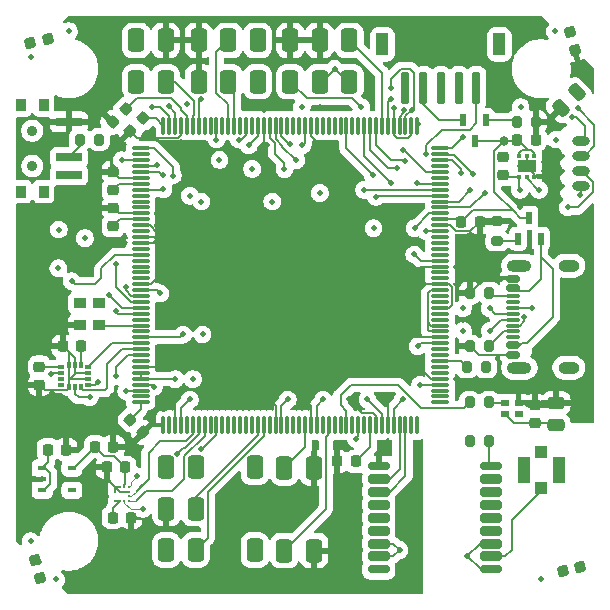
<source format=gtl>
G04 #@! TF.GenerationSoftware,KiCad,Pcbnew,9.0.2-9.0.2-0~ubuntu24.04.1*
G04 #@! TF.CreationDate,2025-06-08T21:46:16-05:00*
G04 #@! TF.ProjectId,FC,46432e6b-6963-4616-945f-706362585858,rev?*
G04 #@! TF.SameCoordinates,Original*
G04 #@! TF.FileFunction,Copper,L1,Top*
G04 #@! TF.FilePolarity,Positive*
%FSLAX46Y46*%
G04 Gerber Fmt 4.6, Leading zero omitted, Abs format (unit mm)*
G04 Created by KiCad (PCBNEW 9.0.2-9.0.2-0~ubuntu24.04.1) date 2025-06-08 21:46:16*
%MOMM*%
%LPD*%
G01*
G04 APERTURE LIST*
G04 Aperture macros list*
%AMRoundRect*
0 Rectangle with rounded corners*
0 $1 Rounding radius*
0 $2 $3 $4 $5 $6 $7 $8 $9 X,Y pos of 4 corners*
0 Add a 4 corners polygon primitive as box body*
4,1,4,$2,$3,$4,$5,$6,$7,$8,$9,$2,$3,0*
0 Add four circle primitives for the rounded corners*
1,1,$1+$1,$2,$3*
1,1,$1+$1,$4,$5*
1,1,$1+$1,$6,$7*
1,1,$1+$1,$8,$9*
0 Add four rect primitives between the rounded corners*
20,1,$1+$1,$2,$3,$4,$5,0*
20,1,$1+$1,$4,$5,$6,$7,0*
20,1,$1+$1,$6,$7,$8,$9,0*
20,1,$1+$1,$8,$9,$2,$3,0*%
G04 Aperture macros list end*
G04 #@! TA.AperFunction,SMDPad,CuDef*
%ADD10RoundRect,0.350000X-0.350000X-0.650000X0.350000X-0.650000X0.350000X0.650000X-0.350000X0.650000X0*%
G04 #@! TD*
G04 #@! TA.AperFunction,SMDPad,CuDef*
%ADD11RoundRect,0.350000X0.350000X0.650000X-0.350000X0.650000X-0.350000X-0.650000X0.350000X-0.650000X0*%
G04 #@! TD*
G04 #@! TA.AperFunction,SMDPad,CuDef*
%ADD12RoundRect,0.225000X0.017678X-0.335876X0.335876X-0.017678X-0.017678X0.335876X-0.335876X0.017678X0*%
G04 #@! TD*
G04 #@! TA.AperFunction,SMDPad,CuDef*
%ADD13RoundRect,0.225000X-0.225000X-0.250000X0.225000X-0.250000X0.225000X0.250000X-0.225000X0.250000X0*%
G04 #@! TD*
G04 #@! TA.AperFunction,HeatsinkPad*
%ADD14O,1.800000X1.000000*%
G04 #@! TD*
G04 #@! TA.AperFunction,HeatsinkPad*
%ADD15O,2.100000X1.000000*%
G04 #@! TD*
G04 #@! TA.AperFunction,SMDPad,CuDef*
%ADD16RoundRect,0.075000X0.500000X-0.075000X0.500000X0.075000X-0.500000X0.075000X-0.500000X-0.075000X0*%
G04 #@! TD*
G04 #@! TA.AperFunction,SMDPad,CuDef*
%ADD17RoundRect,0.150000X0.425000X-0.150000X0.425000X0.150000X-0.425000X0.150000X-0.425000X-0.150000X0*%
G04 #@! TD*
G04 #@! TA.AperFunction,SMDPad,CuDef*
%ADD18RoundRect,0.250000X0.300000X0.700000X-0.300000X0.700000X-0.300000X-0.700000X0.300000X-0.700000X0*%
G04 #@! TD*
G04 #@! TA.AperFunction,SMDPad,CuDef*
%ADD19RoundRect,0.175000X0.175000X1.175000X-0.175000X1.175000X-0.175000X-1.175000X0.175000X-1.175000X0*%
G04 #@! TD*
G04 #@! TA.AperFunction,SMDPad,CuDef*
%ADD20O,1.500000X0.800000*%
G04 #@! TD*
G04 #@! TA.AperFunction,SMDPad,CuDef*
%ADD21RoundRect,0.200000X-0.200000X-0.275000X0.200000X-0.275000X0.200000X0.275000X-0.200000X0.275000X0*%
G04 #@! TD*
G04 #@! TA.AperFunction,SMDPad,CuDef*
%ADD22RoundRect,0.200000X0.275000X-0.200000X0.275000X0.200000X-0.275000X0.200000X-0.275000X-0.200000X0*%
G04 #@! TD*
G04 #@! TA.AperFunction,SMDPad,CuDef*
%ADD23RoundRect,0.075000X-0.675000X-0.075000X0.675000X-0.075000X0.675000X0.075000X-0.675000X0.075000X0*%
G04 #@! TD*
G04 #@! TA.AperFunction,SMDPad,CuDef*
%ADD24RoundRect,0.075000X-0.075000X-0.675000X0.075000X-0.675000X0.075000X0.675000X-0.075000X0.675000X0*%
G04 #@! TD*
G04 #@! TA.AperFunction,SMDPad,CuDef*
%ADD25R,0.610000X0.350000*%
G04 #@! TD*
G04 #@! TA.AperFunction,SMDPad,CuDef*
%ADD26R,0.350000X0.610000*%
G04 #@! TD*
G04 #@! TA.AperFunction,SMDPad,CuDef*
%ADD27RoundRect,0.175000X-0.725000X-0.175000X0.725000X-0.175000X0.725000X0.175000X-0.725000X0.175000X0*%
G04 #@! TD*
G04 #@! TA.AperFunction,SMDPad,CuDef*
%ADD28RoundRect,0.200000X-0.700000X-0.200000X0.700000X-0.200000X0.700000X0.200000X-0.700000X0.200000X0*%
G04 #@! TD*
G04 #@! TA.AperFunction,SMDPad,CuDef*
%ADD29R,1.016000X0.838200*%
G04 #@! TD*
G04 #@! TA.AperFunction,SMDPad,CuDef*
%ADD30R,0.508000X1.016000*%
G04 #@! TD*
G04 #@! TA.AperFunction,SMDPad,CuDef*
%ADD31RoundRect,0.093750X0.106250X-0.093750X0.106250X0.093750X-0.106250X0.093750X-0.106250X-0.093750X0*%
G04 #@! TD*
G04 #@! TA.AperFunction,HeatsinkPad*
%ADD32C,0.500000*%
G04 #@! TD*
G04 #@! TA.AperFunction,HeatsinkPad*
%ADD33R,1.600000X1.000000*%
G04 #@! TD*
G04 #@! TA.AperFunction,SMDPad,CuDef*
%ADD34R,0.774700X0.457200*%
G04 #@! TD*
G04 #@! TA.AperFunction,SMDPad,CuDef*
%ADD35R,0.762000X0.508000*%
G04 #@! TD*
G04 #@! TA.AperFunction,SMDPad,CuDef*
%ADD36R,2.209800X0.762000*%
G04 #@! TD*
G04 #@! TA.AperFunction,SMDPad,CuDef*
%ADD37C,0.889000*%
G04 #@! TD*
G04 #@! TA.AperFunction,SMDPad,CuDef*
%ADD38R,0.812800X0.990600*%
G04 #@! TD*
G04 #@! TA.AperFunction,SMDPad,CuDef*
%ADD39RoundRect,0.225000X0.225000X0.250000X-0.225000X0.250000X-0.225000X-0.250000X0.225000X-0.250000X0*%
G04 #@! TD*
G04 #@! TA.AperFunction,SMDPad,CuDef*
%ADD40RoundRect,0.225000X0.335876X0.017678X0.017678X0.335876X-0.335876X-0.017678X-0.017678X-0.335876X0*%
G04 #@! TD*
G04 #@! TA.AperFunction,SMDPad,CuDef*
%ADD41RoundRect,0.225000X-0.250000X0.225000X-0.250000X-0.225000X0.250000X-0.225000X0.250000X0.225000X0*%
G04 #@! TD*
G04 #@! TA.AperFunction,SMDPad,CuDef*
%ADD42RoundRect,0.225000X0.250000X-0.225000X0.250000X0.225000X-0.250000X0.225000X-0.250000X-0.225000X0*%
G04 #@! TD*
G04 #@! TA.AperFunction,SMDPad,CuDef*
%ADD43RoundRect,0.225000X-0.152629X-0.299716X0.282038X-0.183247X0.152629X0.299716X-0.282038X0.183247X0*%
G04 #@! TD*
G04 #@! TA.AperFunction,SMDPad,CuDef*
%ADD44RoundRect,0.225000X0.299716X-0.152629X0.183247X0.282038X-0.299716X0.152629X-0.183247X-0.282038X0*%
G04 #@! TD*
G04 #@! TA.AperFunction,SMDPad,CuDef*
%ADD45R,1.000000X1.050000*%
G04 #@! TD*
G04 #@! TA.AperFunction,SMDPad,CuDef*
%ADD46R,1.050000X2.200000*%
G04 #@! TD*
G04 #@! TA.AperFunction,SMDPad,CuDef*
%ADD47RoundRect,0.225000X0.152629X0.299716X-0.282038X0.183247X-0.152629X-0.299716X0.282038X-0.183247X0*%
G04 #@! TD*
G04 #@! TA.AperFunction,SMDPad,CuDef*
%ADD48C,0.228600*%
G04 #@! TD*
G04 #@! TA.AperFunction,SMDPad,CuDef*
%ADD49RoundRect,0.250000X0.159099X-0.512652X0.512652X-0.159099X-0.159099X0.512652X-0.512652X0.159099X0*%
G04 #@! TD*
G04 #@! TA.AperFunction,SMDPad,CuDef*
%ADD50RoundRect,0.250000X-0.475000X0.250000X-0.475000X-0.250000X0.475000X-0.250000X0.475000X0.250000X0*%
G04 #@! TD*
G04 #@! TA.AperFunction,ViaPad*
%ADD51C,0.600000*%
G04 #@! TD*
G04 #@! TA.AperFunction,ViaPad*
%ADD52C,0.500000*%
G04 #@! TD*
G04 #@! TA.AperFunction,ViaPad*
%ADD53C,0.800000*%
G04 #@! TD*
G04 #@! TA.AperFunction,Conductor*
%ADD54C,0.200000*%
G04 #@! TD*
G04 #@! TA.AperFunction,Conductor*
%ADD55C,0.156500*%
G04 #@! TD*
G04 #@! TA.AperFunction,Conductor*
%ADD56C,0.120000*%
G04 #@! TD*
G04 #@! TA.AperFunction,Conductor*
%ADD57C,0.150000*%
G04 #@! TD*
G04 APERTURE END LIST*
D10*
X163250000Y-88750000D03*
X163250000Y-92250000D03*
X173250000Y-95800000D03*
X165750000Y-95750000D03*
X165750000Y-88750000D03*
X175750000Y-95800000D03*
X175750000Y-88800000D03*
X170750000Y-88750000D03*
X163250000Y-95750000D03*
X173250000Y-88800000D03*
X170750000Y-95750000D03*
X165750000Y-92250000D03*
D11*
X163200000Y-52600000D03*
D10*
X171000000Y-52600000D03*
X166000000Y-52600000D03*
X168500000Y-52600000D03*
X176250000Y-52600000D03*
X173750000Y-52600000D03*
D11*
X160700000Y-52600000D03*
D10*
X178750000Y-52600000D03*
X171000000Y-56100000D03*
X173750000Y-56100000D03*
X160700000Y-56100000D03*
X176250000Y-56100000D03*
X168500000Y-56100000D03*
X178750000Y-56100000D03*
X163200000Y-56100000D03*
X166000000Y-56100000D03*
D12*
X161298008Y-59201992D03*
X160201992Y-60298008D03*
D13*
X179275000Y-88250000D03*
X177725000Y-88250000D03*
D12*
X159798008Y-58451992D03*
X158701992Y-59548008D03*
D14*
X197325000Y-71680000D03*
D15*
X193145000Y-71680000D03*
D14*
X197325000Y-80320000D03*
D15*
X193145000Y-80320000D03*
D16*
X192570000Y-77750000D03*
X192570000Y-76750000D03*
X192570000Y-75250000D03*
X192570000Y-74250000D03*
D17*
X192570000Y-72800000D03*
X192570000Y-73600000D03*
D16*
X192570000Y-74750000D03*
X192570000Y-75750000D03*
X192570000Y-76250000D03*
X192570000Y-77250000D03*
D17*
X192570000Y-78400000D03*
X192570000Y-79200000D03*
D18*
X181550000Y-52950000D03*
X191450000Y-52950000D03*
D19*
X183500000Y-56650000D03*
X185000000Y-56650000D03*
X186500000Y-56650000D03*
X188000000Y-56650000D03*
X189500000Y-56650000D03*
D20*
X198368500Y-64905000D03*
X198368500Y-63635000D03*
X198368500Y-62365000D03*
X198368500Y-61095000D03*
D21*
X157575000Y-61000000D03*
X155925000Y-61000000D03*
X190575000Y-74000000D03*
X188925000Y-74000000D03*
X190575000Y-78500000D03*
X188925000Y-78500000D03*
X194575000Y-59500000D03*
X192925000Y-59500000D03*
D22*
X191250000Y-67925000D03*
X191250000Y-69575000D03*
D21*
X190575000Y-83250000D03*
X188925000Y-83250000D03*
X190325000Y-80250000D03*
X188675000Y-80250000D03*
X190575000Y-86500000D03*
X188925000Y-86500000D03*
D23*
X161075000Y-61750000D03*
X161075000Y-62250000D03*
X161075000Y-62750000D03*
X161075000Y-63250000D03*
X161075000Y-63750000D03*
X161075000Y-64250000D03*
X161075000Y-64750000D03*
X161075000Y-65250000D03*
X161075000Y-65750000D03*
X161075000Y-66250000D03*
X161075000Y-66750000D03*
X161075000Y-67250000D03*
X161075000Y-67750000D03*
X161075000Y-68250000D03*
X161075000Y-68750000D03*
X161075000Y-69250000D03*
X161075000Y-69750000D03*
X161075000Y-70250000D03*
X161075000Y-70750000D03*
X161075000Y-71250000D03*
X161075000Y-71750000D03*
X161075000Y-72250000D03*
X161075000Y-72750000D03*
X161075000Y-73250000D03*
X161075000Y-73750000D03*
X161075000Y-74250000D03*
X161075000Y-74750000D03*
X161075000Y-75250000D03*
X161075000Y-75750000D03*
X161075000Y-76250000D03*
X161075000Y-76750000D03*
X161075000Y-77250000D03*
X161075000Y-77750000D03*
X161075000Y-78250000D03*
X161075000Y-78750000D03*
X161075000Y-79250000D03*
X161075000Y-79750000D03*
X161075000Y-80250000D03*
X161075000Y-80750000D03*
X161075000Y-81250000D03*
X161075000Y-81750000D03*
X161075000Y-82250000D03*
X161075000Y-82750000D03*
X161075000Y-83250000D03*
D24*
X163000000Y-85175000D03*
X163500000Y-85175000D03*
X164000000Y-85175000D03*
X164500000Y-85175000D03*
X165000000Y-85175000D03*
X165500000Y-85175000D03*
X166000000Y-85175000D03*
X166500000Y-85175000D03*
X167000000Y-85175000D03*
X167500000Y-85175000D03*
X168000000Y-85175000D03*
X168500000Y-85175000D03*
X169000000Y-85175000D03*
X169500000Y-85175000D03*
X170000000Y-85175000D03*
X170500000Y-85175000D03*
X171000000Y-85175000D03*
X171500000Y-85175000D03*
X172000000Y-85175000D03*
X172500000Y-85175000D03*
X173000000Y-85175000D03*
X173500000Y-85175000D03*
X174000000Y-85175000D03*
X174500000Y-85175000D03*
X175000000Y-85175000D03*
X175500000Y-85175000D03*
X176000000Y-85175000D03*
X176500000Y-85175000D03*
X177000000Y-85175000D03*
X177500000Y-85175000D03*
X178000000Y-85175000D03*
X178500000Y-85175000D03*
X179000000Y-85175000D03*
X179500000Y-85175000D03*
X180000000Y-85175000D03*
X180500000Y-85175000D03*
X181000000Y-85175000D03*
X181500000Y-85175000D03*
X182000000Y-85175000D03*
X182500000Y-85175000D03*
X183000000Y-85175000D03*
X183500000Y-85175000D03*
X184000000Y-85175000D03*
X184500000Y-85175000D03*
D23*
X186425000Y-83250000D03*
X186425000Y-82750000D03*
X186425000Y-82250000D03*
X186425000Y-81750000D03*
X186425000Y-81250000D03*
X186425000Y-80750000D03*
X186425000Y-80250000D03*
X186425000Y-79750000D03*
X186425000Y-79250000D03*
X186425000Y-78750000D03*
X186425000Y-78250000D03*
X186425000Y-77750000D03*
X186425000Y-77250000D03*
X186425000Y-76750000D03*
X186425000Y-76250000D03*
X186425000Y-75750000D03*
X186425000Y-75250000D03*
X186425000Y-74750000D03*
X186425000Y-74250000D03*
X186425000Y-73750000D03*
X186425000Y-73250000D03*
X186425000Y-72750000D03*
X186425000Y-72250000D03*
X186425000Y-71750000D03*
X186425000Y-71250000D03*
X186425000Y-70750000D03*
X186425000Y-70250000D03*
X186425000Y-69750000D03*
X186425000Y-69250000D03*
X186425000Y-68750000D03*
X186425000Y-68250000D03*
X186425000Y-67750000D03*
X186425000Y-67250000D03*
X186425000Y-66750000D03*
X186425000Y-66250000D03*
X186425000Y-65750000D03*
X186425000Y-65250000D03*
X186425000Y-64750000D03*
X186425000Y-64250000D03*
X186425000Y-63750000D03*
X186425000Y-63250000D03*
X186425000Y-62750000D03*
X186425000Y-62250000D03*
X186425000Y-61750000D03*
D24*
X184500000Y-59825000D03*
X184000000Y-59825000D03*
X183500000Y-59825000D03*
X183000000Y-59825000D03*
X182500000Y-59825000D03*
X182000000Y-59825000D03*
X181500000Y-59825000D03*
X181000000Y-59825000D03*
X180500000Y-59825000D03*
X180000000Y-59825000D03*
X179500000Y-59825000D03*
X179000000Y-59825000D03*
X178500000Y-59825000D03*
X178000000Y-59825000D03*
X177500000Y-59825000D03*
X177000000Y-59825000D03*
X176500000Y-59825000D03*
X176000000Y-59825000D03*
X175500000Y-59825000D03*
X175000000Y-59825000D03*
X174500000Y-59825000D03*
X174000000Y-59825000D03*
X173500000Y-59825000D03*
X173000000Y-59825000D03*
X172500000Y-59825000D03*
X172000000Y-59825000D03*
X171500000Y-59825000D03*
X171000000Y-59825000D03*
X170500000Y-59825000D03*
X170000000Y-59825000D03*
X169500000Y-59825000D03*
X169000000Y-59825000D03*
X168500000Y-59825000D03*
X168000000Y-59825000D03*
X167500000Y-59825000D03*
X167000000Y-59825000D03*
X166500000Y-59825000D03*
X166000000Y-59825000D03*
X165500000Y-59825000D03*
X165000000Y-59825000D03*
X164500000Y-59825000D03*
X164000000Y-59825000D03*
X163500000Y-59825000D03*
X163000000Y-59825000D03*
D25*
X156660000Y-81750000D03*
X156660000Y-81250000D03*
X156660000Y-80750000D03*
X156660000Y-80250000D03*
D26*
X156000000Y-80090000D03*
X155500000Y-80090000D03*
X155000000Y-80090000D03*
D25*
X154340000Y-80250000D03*
X154340000Y-80750000D03*
X154340000Y-81250000D03*
X154340000Y-81750000D03*
D26*
X155000000Y-81910000D03*
X155500000Y-81910000D03*
X156000000Y-81910000D03*
D27*
X181250000Y-88600000D03*
D28*
X181250000Y-89700000D03*
X181250000Y-90800000D03*
X181250000Y-91900000D03*
X181250000Y-93000000D03*
X181250000Y-94100000D03*
X181250000Y-95200000D03*
X181250000Y-96300000D03*
D27*
X181250000Y-97400000D03*
X190750000Y-97400000D03*
D28*
X190750000Y-96300000D03*
X190750000Y-95200000D03*
X190750000Y-94100000D03*
X190750000Y-93000000D03*
X190750000Y-91900000D03*
X190750000Y-90800000D03*
X190750000Y-89700000D03*
D27*
X190750000Y-88600000D03*
D29*
X155929801Y-74825001D03*
X155929801Y-76674999D03*
X157570199Y-76674999D03*
X157570199Y-74825001D03*
D30*
X190317500Y-59361000D03*
X188412500Y-59361000D03*
X189365000Y-61139000D03*
X193047500Y-69389000D03*
X194952500Y-69389000D03*
X194000000Y-67611000D03*
D31*
X193100000Y-64137500D03*
X193750000Y-64137500D03*
X194400000Y-64137500D03*
X194400000Y-62362500D03*
X193750000Y-62362500D03*
X193100000Y-62362500D03*
D32*
X193200000Y-63250000D03*
D33*
X193750000Y-63250000D03*
D32*
X194300000Y-63250000D03*
D34*
X152736350Y-88799999D03*
X152736350Y-89750000D03*
X152736350Y-90700001D03*
X155263650Y-90700001D03*
X155263650Y-88799999D03*
D35*
X193072201Y-83275000D03*
X193072201Y-84225000D03*
X191927799Y-84225000D03*
X191927799Y-83275000D03*
D36*
X155000700Y-59499998D03*
X155000700Y-62500000D03*
X155000700Y-64000000D03*
D37*
X151900000Y-60250009D03*
X151900000Y-63250009D03*
D38*
X150935000Y-58099999D03*
X152865000Y-58099999D03*
X150935000Y-65399999D03*
X152865000Y-65399999D03*
D39*
X189775000Y-68000000D03*
X188225000Y-68000000D03*
D13*
X159775000Y-88750000D03*
X158225000Y-88750000D03*
D39*
X158725000Y-93000000D03*
X160275000Y-93000000D03*
X153225000Y-87250000D03*
X154775000Y-87250000D03*
X157225000Y-87000000D03*
X158775000Y-87000000D03*
D40*
X160201992Y-84701992D03*
X161298008Y-85798008D03*
D41*
X158750000Y-68325000D03*
X158750000Y-66775000D03*
X158750000Y-65275000D03*
X158750000Y-63725000D03*
D42*
X152500000Y-80225000D03*
X152500000Y-81775000D03*
D13*
X156025000Y-78500000D03*
X154475000Y-78500000D03*
D43*
X198298593Y-97149415D03*
X196801407Y-97550585D03*
D44*
X152174415Y-96601407D03*
X152575585Y-98098593D03*
D45*
X195000000Y-90525000D03*
D46*
X196475000Y-89000000D03*
D45*
X195000000Y-87475000D03*
D46*
X193525000Y-89000000D03*
D39*
X194525000Y-61000000D03*
X192975000Y-61000000D03*
D41*
X191750000Y-62450000D03*
X191750000Y-64000000D03*
D47*
X153198593Y-52449415D03*
X151701407Y-52850585D03*
D41*
X194500000Y-83475000D03*
X194500000Y-85025000D03*
D44*
X197825585Y-53398593D03*
X197424415Y-51901407D03*
D48*
X160100000Y-90400000D03*
X160100000Y-90800000D03*
X160100000Y-91200000D03*
X160100000Y-91600000D03*
X159700000Y-90400000D03*
X159700000Y-91600000D03*
X159300000Y-90400000D03*
X159300000Y-91600000D03*
X158900000Y-90400000D03*
X158900000Y-90800000D03*
X158900000Y-91600000D03*
D49*
X196656498Y-58343502D03*
X198000000Y-57000000D03*
D50*
X196250000Y-83300000D03*
X196250000Y-85200000D03*
D51*
X193525000Y-89000000D03*
D52*
X182250000Y-71500000D03*
X183000000Y-76000000D03*
X196000000Y-64000000D03*
X198000000Y-76000000D03*
X156000000Y-66000000D03*
X178000000Y-93000000D03*
X174000000Y-92000000D03*
X170000000Y-92000000D03*
X155000000Y-85000000D03*
X159000000Y-96000000D03*
X158000000Y-57000000D03*
X176000000Y-67000000D03*
X170000000Y-67000000D03*
X180000000Y-70250000D03*
X177000000Y-70250000D03*
X174000000Y-70250000D03*
X171000000Y-70000000D03*
X165000000Y-70000000D03*
X165000000Y-73000000D03*
X168000000Y-73000000D03*
X171000000Y-73000000D03*
X180000000Y-73000000D03*
X180000000Y-78000000D03*
X177000000Y-77984398D03*
X177000000Y-73000000D03*
X177000000Y-81015602D03*
X174000000Y-81000000D03*
X174000000Y-77984398D03*
X171000000Y-81000000D03*
X171000000Y-77968796D03*
X168000000Y-81000000D03*
X168000000Y-77984398D03*
X168000000Y-70030867D03*
X188750000Y-96250000D03*
X183400000Y-58500000D03*
X182550000Y-58350000D03*
X184054559Y-58486617D03*
X155250000Y-73000000D03*
D53*
X191835890Y-61139000D03*
D52*
X162025000Y-58250000D03*
X194825000Y-65250000D03*
X157575000Y-61000000D03*
X167500000Y-61000000D03*
X184577000Y-59700000D03*
X193250000Y-58250000D03*
X190325000Y-80250000D03*
X151759517Y-53990483D03*
X151759517Y-95000000D03*
X155000000Y-51828248D03*
X196146979Y-51828248D03*
X153912235Y-98240483D03*
X195000000Y-98240483D03*
X166325000Y-77500000D03*
X160201992Y-84701992D03*
X163475000Y-58200000D03*
X174750000Y-61500000D03*
X157570199Y-74825001D03*
X180275000Y-83000000D03*
X163000000Y-64000000D03*
X163799265Y-64049265D03*
X162475537Y-63150000D03*
X159500000Y-62750000D03*
X159000000Y-71500000D03*
X158394413Y-74118952D03*
X158963466Y-75536534D03*
X161298008Y-85798008D03*
X162750000Y-74025000D03*
X158750000Y-68325000D03*
X158750000Y-65275000D03*
X188925000Y-86500000D03*
X188362500Y-77200000D03*
X188362500Y-75300000D03*
X163000000Y-65225000D03*
X176250000Y-52600000D03*
X188925000Y-74000000D03*
X158701992Y-59548008D03*
X153250000Y-52500000D03*
X163200000Y-52600000D03*
X166000000Y-52600000D03*
X174000000Y-73000000D03*
X182725000Y-68500000D03*
X154475000Y-78500000D03*
X175750000Y-88800000D03*
X170500000Y-65025000D03*
X178725000Y-83000000D03*
X193175000Y-66750000D03*
X152736350Y-89750000D03*
X194525000Y-61000000D03*
X152500000Y-81775000D03*
X181725000Y-83000000D03*
X154111000Y-70344700D03*
X175750000Y-95800000D03*
X184750000Y-80225000D03*
X171975000Y-83000000D03*
X197559214Y-53240483D03*
X196250000Y-83300000D03*
X158775000Y-87000000D03*
X177725000Y-88250000D03*
X196525000Y-89000000D03*
X181250000Y-88600000D03*
X173750000Y-52600000D03*
X158750000Y-66775000D03*
X176250000Y-63975000D03*
X162750000Y-72475000D03*
X158225000Y-88750000D03*
X157136000Y-68619700D03*
X183500000Y-56650000D03*
X196759517Y-97568731D03*
X188362500Y-76250000D03*
X188925000Y-78500000D03*
X165025000Y-58000000D03*
X194800000Y-58250000D03*
X171775000Y-61500000D03*
X173775000Y-66250000D03*
X174975000Y-83000000D03*
X152586000Y-68619700D03*
X182975000Y-78500000D03*
X195000000Y-87525000D03*
X160275000Y-93000000D03*
X167750000Y-64275000D03*
X166000000Y-56100000D03*
X179250000Y-68500000D03*
X166275000Y-76000000D03*
X164000000Y-79725000D03*
X158750000Y-63725000D03*
X163250000Y-92250000D03*
X165500000Y-79725000D03*
X198269416Y-65732000D03*
X154775000Y-87250000D03*
X163700000Y-83000000D03*
X167762500Y-66237500D03*
X191250000Y-67925000D03*
X176300000Y-61500000D03*
X152431269Y-96759517D03*
X194575000Y-59500000D03*
X189775000Y-68000000D03*
X155929801Y-76674999D03*
X191750000Y-62450000D03*
X176275000Y-58250000D03*
X160201992Y-60298008D03*
X155000700Y-59499998D03*
X184250000Y-72275000D03*
X194173000Y-75250000D03*
X190637500Y-77200000D03*
X193573000Y-76000000D03*
X190637500Y-75300000D03*
X182250000Y-64650000D03*
X180000000Y-65250000D03*
X184501473Y-64650000D03*
X170512500Y-63487500D03*
X171000000Y-52600000D03*
X180800000Y-68500000D03*
X153225000Y-87250000D03*
X184750000Y-81775000D03*
X155000700Y-64000000D03*
X154111000Y-71894700D03*
X191750000Y-64000000D03*
X158725000Y-93000000D03*
X166225000Y-66250000D03*
X161298008Y-59201992D03*
X174725000Y-58250000D03*
X196250000Y-61000000D03*
X162500000Y-69350000D03*
X163250000Y-95750000D03*
X182250000Y-56600000D03*
X176525000Y-83000000D03*
X164000000Y-81275000D03*
X176250000Y-65525000D03*
X184275000Y-68500000D03*
X172225000Y-66250000D03*
X183000000Y-95750000D03*
X171000000Y-56100000D03*
X173525000Y-83000000D03*
X170225000Y-61500000D03*
X184525000Y-78500000D03*
X184250000Y-70725000D03*
X170750000Y-88750000D03*
X183275000Y-83000000D03*
X170750000Y-95750000D03*
X152500000Y-80225000D03*
X154136000Y-68619700D03*
X155929801Y-74825001D03*
X193175000Y-65250000D03*
X156025000Y-78500000D03*
X165500000Y-81275000D03*
X167750000Y-62725000D03*
X165250000Y-83000000D03*
X180751470Y-64000000D03*
X183439237Y-62787766D03*
X181000000Y-65850000D03*
X182750000Y-63400000D03*
X192570000Y-73600000D03*
X198240483Y-97431269D03*
X197421752Y-51759517D03*
X151769034Y-52637462D03*
X198250000Y-57250000D03*
X177500000Y-55000000D03*
X196250000Y-85200000D03*
X160700000Y-52600000D03*
X152568731Y-98240483D03*
X156360316Y-69346687D03*
X153500000Y-80850000D03*
X159799265Y-73450735D03*
X165250000Y-65750000D03*
X179269443Y-86314405D03*
X156750000Y-82826000D03*
X157500000Y-81500000D03*
X159000000Y-81000000D03*
X173685398Y-61355313D03*
X174250000Y-62750000D03*
X173248065Y-63501935D03*
X161250000Y-92250000D03*
X164196089Y-87597343D03*
X160750000Y-89500000D03*
X166213938Y-87213938D03*
X188199479Y-63800521D03*
X189000000Y-65250000D03*
X186500000Y-56650000D03*
X185248000Y-62250000D03*
X185250000Y-68750000D03*
X190250000Y-65500000D03*
X188000000Y-56650000D03*
X189209218Y-63913650D03*
X179750000Y-58250000D03*
X183250000Y-61900000D03*
X162184120Y-81921644D03*
X163250000Y-88750000D03*
X165750000Y-88750000D03*
X159858522Y-82296678D03*
X160700000Y-56100000D03*
X166182596Y-57526999D03*
X197250000Y-66750000D03*
X169392548Y-61001263D03*
X164675000Y-77500000D03*
X198084620Y-58334620D03*
X182251042Y-57526777D03*
X197566277Y-59062898D03*
X188400000Y-60770000D03*
D54*
X199500000Y-59750000D02*
X199500000Y-61583500D01*
D55*
X190750000Y-96300000D02*
X191950000Y-96300000D01*
X191950000Y-96300000D02*
X192500000Y-95750000D01*
X192500000Y-95750000D02*
X192500000Y-93250000D01*
X192500000Y-93250000D02*
X195000000Y-90750000D01*
X195000000Y-90750000D02*
X195000000Y-90525000D01*
D54*
X184250000Y-58291176D02*
X184054559Y-58486617D01*
X184250000Y-55371986D02*
X184250000Y-58291176D01*
X183877014Y-54999000D02*
X184250000Y-55371986D01*
X182250000Y-55871986D02*
X183122986Y-54999000D01*
X182250000Y-56600000D02*
X182250000Y-55871986D01*
X183122986Y-54999000D02*
X183877014Y-54999000D01*
X182000000Y-57848530D02*
X182000000Y-59825000D01*
X182251042Y-57526777D02*
X182251042Y-57597488D01*
X182251042Y-57597488D02*
X182000000Y-57848530D01*
X183313605Y-58762880D02*
X183000000Y-59076485D01*
X183400000Y-58500000D02*
X183313605Y-58586395D01*
X183313605Y-58586395D02*
X183313605Y-58762880D01*
X183000000Y-59076485D02*
X183000000Y-59825000D01*
X183500000Y-59041176D02*
X183500000Y-59825000D01*
X184054559Y-58486617D02*
X183500000Y-59041176D01*
X191835890Y-61139000D02*
X193114000Y-61139000D01*
X193114000Y-61139000D02*
X193750000Y-61775000D01*
X193750000Y-61775000D02*
X193750000Y-61874000D01*
X163500000Y-59825000D02*
X163500000Y-59000000D01*
X163500000Y-59000000D02*
X162750000Y-58250000D01*
X162750000Y-58250000D02*
X162025000Y-58250000D01*
X164000000Y-59825000D02*
X164000000Y-58725000D01*
X164000000Y-58725000D02*
X163475000Y-58200000D01*
X160201992Y-60298008D02*
X160779984Y-60876000D01*
X160779984Y-60876000D02*
X164232824Y-60876000D01*
X164500000Y-60608824D02*
X164500000Y-59825000D01*
X164232824Y-60876000D02*
X164500000Y-60608824D01*
X160750000Y-57500000D02*
X163624943Y-57500000D01*
X163624943Y-57500000D02*
X164479412Y-58354469D01*
X164479412Y-58354469D02*
X164479412Y-58520588D01*
X165549000Y-58992176D02*
X165626000Y-58915176D01*
X165626000Y-58915176D02*
X165626000Y-57751057D01*
X165626000Y-57751057D02*
X163974943Y-56100000D01*
X163974943Y-56100000D02*
X163200000Y-56100000D01*
X165500000Y-59825000D02*
X165549000Y-59776000D01*
X165549000Y-59776000D02*
X165549000Y-58992176D01*
X159798008Y-58451992D02*
X160750000Y-57500000D01*
X165000000Y-59041176D02*
X165000000Y-59825000D01*
X164479412Y-58520588D02*
X165000000Y-59041176D01*
X180500000Y-87025000D02*
X179275000Y-88250000D01*
X180500000Y-85175000D02*
X180500000Y-87025000D01*
X167500000Y-59825000D02*
X167500000Y-61000000D01*
X155925000Y-61575700D02*
X155000700Y-62500000D01*
X155925000Y-61000000D02*
X155925000Y-61575700D01*
X190317500Y-59361000D02*
X192786000Y-59361000D01*
X192786000Y-59361000D02*
X192925000Y-59500000D01*
X192861500Y-69575000D02*
X193047500Y-69389000D01*
X191250000Y-69575000D02*
X192861500Y-69575000D01*
X191927799Y-83275000D02*
X190600000Y-83275000D01*
X190600000Y-83275000D02*
X190575000Y-83250000D01*
X190575000Y-88425000D02*
X190750000Y-88600000D01*
X190575000Y-86500000D02*
X190575000Y-88425000D01*
X185641176Y-73750000D02*
X185374000Y-74017176D01*
X186425000Y-73750000D02*
X185641176Y-73750000D01*
X185374000Y-74017176D02*
X185374000Y-76250000D01*
X185374000Y-76250000D02*
X185374000Y-76482824D01*
X185374000Y-77124000D02*
X185374000Y-76250000D01*
X185374000Y-76482824D02*
X185641176Y-76750000D01*
X185500000Y-77250000D02*
X185374000Y-77124000D01*
X186425000Y-77250000D02*
X185500000Y-77250000D01*
X185641176Y-76750000D02*
X186425000Y-76750000D01*
X157645200Y-76750000D02*
X161075000Y-76750000D01*
X157570199Y-76674999D02*
X157645200Y-76750000D01*
X194750000Y-65250000D02*
X194825000Y-65250000D01*
X193750000Y-64250000D02*
X194750000Y-65250000D01*
X193750000Y-64137500D02*
X193750000Y-64250000D01*
X161075000Y-83250000D02*
X161075000Y-83828984D01*
X161075000Y-83828984D02*
X160201992Y-84701992D01*
D56*
X160100000Y-91600000D02*
X160650000Y-91600000D01*
X160650000Y-91600000D02*
X160750000Y-91500000D01*
D54*
X160770500Y-91479500D02*
X161500000Y-90750000D01*
X163750000Y-90750000D02*
X161500000Y-90750000D01*
X164750000Y-89750000D02*
X163750000Y-90750000D01*
X164750000Y-89670654D02*
X164750000Y-89750000D01*
X164749000Y-89669654D02*
X164750000Y-89670654D01*
X164749000Y-87830346D02*
X164749000Y-89669654D01*
X166500000Y-86079346D02*
X164749000Y-87830346D01*
X166500000Y-85175000D02*
X166500000Y-86079346D01*
X174750000Y-61500000D02*
X175000000Y-61250000D01*
X175000000Y-61250000D02*
X175000000Y-59825000D01*
X181500000Y-85175000D02*
X181500000Y-84225000D01*
X181500000Y-84225000D02*
X180275000Y-83000000D01*
X162882031Y-64000000D02*
X162632031Y-63750000D01*
X162632031Y-63750000D02*
X161075000Y-63750000D01*
X163000000Y-64000000D02*
X162882031Y-64000000D01*
X162250000Y-61750000D02*
X161075000Y-61750000D01*
X163799265Y-63299265D02*
X162250000Y-61750000D01*
X163799265Y-64049265D02*
X163799265Y-63299265D01*
X162475537Y-63150000D02*
X162375537Y-63250000D01*
X162375537Y-63250000D02*
X161075000Y-63250000D01*
X159500000Y-62750000D02*
X161075000Y-62750000D01*
X165500000Y-85175000D02*
X165500000Y-85958824D01*
X165500000Y-85958824D02*
X164958824Y-86500000D01*
X164958824Y-86500000D02*
X162750000Y-86500000D01*
X162750000Y-86500000D02*
X161750000Y-87500000D01*
X161750000Y-87500000D02*
X161750000Y-89750000D01*
X161750000Y-89750000D02*
X161000000Y-90500000D01*
X161229500Y-90270500D02*
X160770500Y-90729500D01*
D56*
X160300000Y-91200000D02*
X160750000Y-90750000D01*
X160100000Y-91200000D02*
X160300000Y-91200000D01*
D54*
X160250000Y-74750000D02*
X159000000Y-73500000D01*
X159000000Y-73500000D02*
X159000000Y-71500000D01*
X161075000Y-74750000D02*
X160250000Y-74750000D01*
X158394413Y-74118952D02*
X159525461Y-75250000D01*
X159525461Y-75250000D02*
X161075000Y-75250000D01*
X159176932Y-75750000D02*
X161075000Y-75750000D01*
X158963466Y-75536534D02*
X159176932Y-75750000D01*
X178890921Y-81750000D02*
X178000000Y-82640921D01*
X182874943Y-81750000D02*
X178890921Y-81750000D01*
X178000000Y-82640921D02*
X178000000Y-83500000D01*
X184825943Y-83701000D02*
X182874943Y-81750000D01*
X178000000Y-83500000D02*
X178500000Y-84000000D01*
X188474000Y-83701000D02*
X184825943Y-83701000D01*
X178500000Y-84000000D02*
X178500000Y-85175000D01*
X188925000Y-83250000D02*
X188474000Y-83701000D01*
X178451000Y-84342176D02*
X178451000Y-85126000D01*
X178451000Y-85126000D02*
X178500000Y-85175000D01*
X188675000Y-80250000D02*
X188175000Y-79750000D01*
X188175000Y-79750000D02*
X186425000Y-79750000D01*
X161921016Y-85175000D02*
X161298008Y-85798008D01*
X163000000Y-85175000D02*
X161921016Y-85175000D01*
X161075000Y-73750000D02*
X162475000Y-73750000D01*
X162475000Y-73750000D02*
X162750000Y-74025000D01*
X161075000Y-67750000D02*
X159325000Y-67750000D01*
X159325000Y-67750000D02*
X158750000Y-68325000D01*
X159275000Y-64750000D02*
X158750000Y-65275000D01*
X161075000Y-64750000D02*
X159275000Y-64750000D01*
X192570000Y-79200000D02*
X192494000Y-79276000D01*
X192494000Y-79276000D02*
X189701000Y-79276000D01*
X189701000Y-79276000D02*
X188925000Y-78500000D01*
X192570000Y-72800000D02*
X190125000Y-72800000D01*
X190125000Y-72800000D02*
X188925000Y-74000000D01*
X161075000Y-68250000D02*
X161858824Y-68250000D01*
X161858824Y-68250000D02*
X162500000Y-68891176D01*
X162500000Y-68891176D02*
X162500000Y-69350000D01*
X161075000Y-69750000D02*
X162100000Y-69750000D01*
X162100000Y-69750000D02*
X162500000Y-69350000D01*
X161075000Y-65250000D02*
X162975000Y-65250000D01*
X162975000Y-65250000D02*
X163000000Y-65225000D01*
X161075000Y-73250000D02*
X161975000Y-73250000D01*
X183725000Y-77750000D02*
X182975000Y-78500000D01*
X161075000Y-64250000D02*
X159275000Y-64250000D01*
X193750000Y-63250000D02*
X193750000Y-62362500D01*
X181000000Y-85175000D02*
X181000000Y-84391176D01*
X185225000Y-73250000D02*
X184250000Y-72275000D01*
X175500000Y-59825000D02*
X175500000Y-60700000D01*
X184750000Y-80358824D02*
X184750000Y-80225000D01*
X182000000Y-85175000D02*
X182000000Y-83275000D01*
X186425000Y-75250000D02*
X187208824Y-75250000D01*
X163475000Y-80250000D02*
X164000000Y-79725000D01*
X194400000Y-63900000D02*
X193750000Y-63250000D01*
X155500000Y-80090000D02*
X155500000Y-80672000D01*
X155000000Y-82040000D02*
X154814000Y-82226000D01*
X184775000Y-71750000D02*
X184250000Y-72275000D01*
X171500000Y-59825000D02*
X171500000Y-61225000D01*
X155000000Y-79025000D02*
X155500000Y-79525000D01*
X187249890Y-68250000D02*
X187775890Y-68776000D01*
X161075000Y-80250000D02*
X163475000Y-80250000D01*
X187208824Y-75250000D02*
X187476000Y-74982824D01*
X175500000Y-83525000D02*
X174975000Y-83000000D01*
X155078000Y-81250000D02*
X155000000Y-81328000D01*
X171500000Y-61225000D02*
X171775000Y-61500000D01*
X155500000Y-80672000D02*
X155578000Y-80750000D01*
X164000000Y-85175000D02*
X164000000Y-83300000D01*
X182500000Y-60608824D02*
X182767176Y-60876000D01*
X198269416Y-65732000D02*
X198269416Y-65730584D01*
X182500000Y-58400000D02*
X182500000Y-59825000D01*
X155000000Y-80090000D02*
X155000000Y-81328000D01*
X194675000Y-83300000D02*
X194500000Y-83475000D01*
D57*
X160100000Y-90800000D02*
X159300000Y-90800000D01*
D54*
X187775890Y-68776000D02*
X188999000Y-68776000D01*
X159225000Y-67250000D02*
X158750000Y-66775000D01*
X175500000Y-85175000D02*
X175500000Y-83525000D01*
X154814000Y-82226000D02*
X152951000Y-82226000D01*
X187476000Y-73517176D02*
X187208824Y-73250000D01*
X187476000Y-74982824D02*
X187476000Y-73517176D01*
D57*
X158900000Y-90800000D02*
X158900000Y-90400000D01*
D54*
X182500000Y-59825000D02*
X182500000Y-60608824D01*
X161975000Y-73250000D02*
X162750000Y-72475000D01*
X198269416Y-65730584D02*
X198368500Y-65631500D01*
X186425000Y-68250000D02*
X187249890Y-68250000D01*
X161075000Y-68250000D02*
X161124000Y-68201000D01*
X194400000Y-64137500D02*
X194400000Y-63900000D01*
X198368500Y-65631500D02*
X198368500Y-64905000D01*
X152951000Y-82226000D02*
X152500000Y-81775000D01*
X155000000Y-81910000D02*
X155000000Y-82040000D01*
D57*
X159300000Y-90400000D02*
X158900000Y-90400000D01*
D54*
X186425000Y-73250000D02*
X185225000Y-73250000D01*
X195500000Y-59500000D02*
X194575000Y-59500000D01*
D57*
X158225000Y-89725000D02*
X158225000Y-88750000D01*
D54*
X186425000Y-77750000D02*
X183725000Y-77750000D01*
X186425000Y-71750000D02*
X184775000Y-71750000D01*
X172500000Y-83525000D02*
X171975000Y-83000000D01*
D57*
X158900000Y-90400000D02*
X158225000Y-89725000D01*
D54*
X179849000Y-84124000D02*
X178725000Y-83000000D01*
X161075000Y-67250000D02*
X159225000Y-67250000D01*
X194300000Y-83275000D02*
X194500000Y-83475000D01*
X196250000Y-83300000D02*
X194675000Y-83300000D01*
X182000000Y-83275000D02*
X181725000Y-83000000D01*
X155500000Y-79525000D02*
X155500000Y-80090000D01*
X156660000Y-81250000D02*
X155078000Y-81250000D01*
X155000000Y-80090000D02*
X155000000Y-79025000D01*
X155000000Y-81328000D02*
X155000000Y-81910000D01*
X186425000Y-81250000D02*
X185641176Y-81250000D01*
X193072201Y-83275000D02*
X194300000Y-83275000D01*
X181000000Y-84391176D02*
X180732824Y-84124000D01*
X182767176Y-60876000D02*
X183732824Y-60876000D01*
X188999000Y-68776000D02*
X189775000Y-68000000D01*
X183732824Y-60876000D02*
X183976000Y-60632824D01*
X155000000Y-79025000D02*
X154475000Y-78500000D01*
X185641176Y-81250000D02*
X184750000Y-80358824D01*
X155078000Y-81250000D02*
X155578000Y-80750000D01*
X183976000Y-60632824D02*
X183976000Y-59825000D01*
D57*
X159300000Y-90800000D02*
X158900000Y-90400000D01*
D54*
X175500000Y-60700000D02*
X176300000Y-61500000D01*
X182550000Y-58350000D02*
X182500000Y-58400000D01*
X196656498Y-58343502D02*
X195500000Y-59500000D01*
X156660000Y-80750000D02*
X155578000Y-80750000D01*
X164000000Y-83300000D02*
X163700000Y-83000000D01*
X172500000Y-85175000D02*
X172500000Y-83525000D01*
X159275000Y-64250000D02*
X158750000Y-63725000D01*
X187208824Y-73250000D02*
X186425000Y-73250000D01*
X180732824Y-84124000D02*
X179849000Y-84124000D01*
X190637500Y-77200000D02*
X191587500Y-76250000D01*
X194173000Y-75250000D02*
X192570000Y-75250000D01*
X191587500Y-76250000D02*
X192570000Y-76250000D01*
X193573000Y-76000000D02*
X193572000Y-76001000D01*
X193572000Y-76356824D02*
X193178824Y-76750000D01*
X191087500Y-75750000D02*
X192570000Y-75750000D01*
X190637500Y-75300000D02*
X191087500Y-75750000D01*
X193178824Y-76750000D02*
X192570000Y-76750000D01*
X193572000Y-76001000D02*
X193572000Y-76356824D01*
X190825000Y-74250000D02*
X192570000Y-74250000D01*
X190575000Y-74000000D02*
X190825000Y-74250000D01*
X191825000Y-77250000D02*
X192570000Y-77250000D01*
X190575000Y-78500000D02*
X191825000Y-77250000D01*
X180000000Y-62400000D02*
X180000000Y-59825000D01*
X182250000Y-64650000D02*
X180000000Y-62400000D01*
X180000000Y-65250000D02*
X186425000Y-65250000D01*
X176000000Y-85175000D02*
X176000000Y-83525000D01*
X182500000Y-85175000D02*
X182500000Y-83775000D01*
X182450000Y-96300000D02*
X183000000Y-95750000D01*
X181250000Y-96300000D02*
X182450000Y-96300000D01*
X173000000Y-83525000D02*
X173525000Y-83000000D01*
X153424700Y-89220400D02*
X153424700Y-90170401D01*
X161075000Y-80750000D02*
X161075000Y-81250000D01*
X161100000Y-81275000D02*
X161075000Y-81250000D01*
X162400000Y-69250000D02*
X161075000Y-69250000D01*
X164500000Y-85175000D02*
X164500000Y-83750000D01*
X156025000Y-78500000D02*
X156025000Y-80065000D01*
X186425000Y-81750000D02*
X184775000Y-81750000D01*
X156025000Y-80065000D02*
X156000000Y-80090000D01*
X154340000Y-80250000D02*
X152525000Y-80250000D01*
X153225000Y-87250000D02*
X153225000Y-88311349D01*
X161298008Y-59201992D02*
X162376992Y-59201992D01*
X153424700Y-90170401D02*
X152895100Y-90700001D01*
X152895100Y-90700001D02*
X152736350Y-90700001D01*
X186425000Y-78250000D02*
X184775000Y-78250000D01*
X184775000Y-81750000D02*
X184750000Y-81775000D01*
X184775000Y-71250000D02*
X184250000Y-70725000D01*
D57*
X158725000Y-93000000D02*
X158725000Y-92175000D01*
D54*
X186425000Y-64750000D02*
X184601473Y-64750000D01*
X153225000Y-88311349D02*
X152736350Y-88799999D01*
X185525000Y-67250000D02*
X184275000Y-68500000D01*
X182500000Y-83775000D02*
X183275000Y-83000000D01*
X161075000Y-81250000D02*
X163975000Y-81250000D01*
X152736350Y-88799999D02*
X153004299Y-88799999D01*
X176000000Y-83525000D02*
X176525000Y-83000000D01*
X163975000Y-81250000D02*
X164000000Y-81275000D01*
X193100000Y-64137500D02*
X193100000Y-65175000D01*
X152525000Y-80250000D02*
X152500000Y-80225000D01*
D57*
X158725000Y-92175000D02*
X159300000Y-91600000D01*
D54*
X193100000Y-65175000D02*
X193175000Y-65250000D01*
X186425000Y-71250000D02*
X184775000Y-71250000D01*
X171000000Y-60725000D02*
X170225000Y-61500000D01*
X186425000Y-67250000D02*
X185525000Y-67250000D01*
X164500000Y-83750000D02*
X165250000Y-83000000D01*
X153004299Y-88799999D02*
X153424700Y-89220400D01*
X181250000Y-95200000D02*
X182450000Y-95200000D01*
X171000000Y-59825000D02*
X171000000Y-60725000D01*
X191887500Y-64137500D02*
X191750000Y-64000000D01*
X184775000Y-78250000D02*
X184525000Y-78500000D01*
X173000000Y-85175000D02*
X173000000Y-83525000D01*
X184601473Y-64750000D02*
X184501473Y-64650000D01*
X182450000Y-95200000D02*
X183000000Y-95750000D01*
X162500000Y-69350000D02*
X162400000Y-69250000D01*
X193100000Y-64137500D02*
X191887500Y-64137500D01*
D57*
X159300000Y-91600000D02*
X158900000Y-91600000D01*
D54*
X162376992Y-59201992D02*
X163000000Y-59825000D01*
X178500000Y-61748530D02*
X178500000Y-59825000D01*
X180751470Y-64000000D02*
X178500000Y-61748530D01*
X183372926Y-62721455D02*
X182260979Y-62721455D01*
X181000000Y-61460476D02*
X181000000Y-59825000D01*
X183439237Y-62787766D02*
X183372926Y-62721455D01*
X182260979Y-62721455D02*
X181000000Y-61460476D01*
X181100000Y-65750000D02*
X186425000Y-65750000D01*
X181000000Y-65850000D02*
X181100000Y-65750000D01*
X182000000Y-63400000D02*
X180500000Y-61900000D01*
X182750000Y-63400000D02*
X182000000Y-63400000D01*
X180500000Y-61900000D02*
X180500000Y-59825000D01*
X183500000Y-85175000D02*
X183500000Y-89450000D01*
X183500000Y-89450000D02*
X182150000Y-90800000D01*
X182150000Y-90800000D02*
X181250000Y-90800000D01*
X182150000Y-89700000D02*
X183000000Y-88850000D01*
X183000000Y-88850000D02*
X183000000Y-85175000D01*
X181250000Y-89700000D02*
X182150000Y-89700000D01*
X193926665Y-73790000D02*
X192760000Y-73790000D01*
X196000000Y-76000000D02*
X196000000Y-72000000D01*
X192760000Y-73790000D02*
X192570000Y-73600000D01*
X193790000Y-78210000D02*
X196000000Y-76000000D01*
X193173335Y-78400000D02*
X193363335Y-78210000D01*
X193363335Y-78210000D02*
X193790000Y-78210000D01*
X192570000Y-78400000D02*
X193173335Y-78400000D01*
X194952500Y-69389000D02*
X194952500Y-72764165D01*
X196000000Y-72000000D02*
X194952500Y-70952500D01*
X194952500Y-70952500D02*
X194952500Y-69389000D01*
X194952500Y-72764165D02*
X193926665Y-73790000D01*
X189225000Y-67000000D02*
X192575056Y-67000000D01*
X193100000Y-62175001D02*
X193401001Y-61874000D01*
X193100000Y-62362500D02*
X193100000Y-62175001D01*
X192727799Y-85025000D02*
X191927799Y-84225000D01*
X190974000Y-62000890D02*
X191835890Y-61139000D01*
X192575056Y-67000000D02*
X192662528Y-67087472D01*
X196075000Y-85025000D02*
X196250000Y-85200000D01*
X194500000Y-85025000D02*
X196075000Y-85025000D01*
X176400000Y-56100000D02*
X177500000Y-55000000D01*
X186425000Y-67750000D02*
X187975000Y-67750000D01*
X176250000Y-56100000D02*
X176400000Y-56100000D01*
X189365000Y-61139000D02*
X192250000Y-61139000D01*
X194500000Y-85025000D02*
X192727799Y-85025000D01*
X194098999Y-61874000D02*
X194400000Y-62175001D01*
X178750000Y-56100000D02*
X178600000Y-56100000D01*
X187975000Y-67750000D02*
X188225000Y-68000000D01*
X193401001Y-61874000D02*
X193750000Y-61874000D01*
X188225000Y-68000000D02*
X189225000Y-67000000D01*
X194400000Y-62175001D02*
X194400000Y-62362500D01*
X193186057Y-67611000D02*
X192662528Y-67087472D01*
X178600000Y-56100000D02*
X177500000Y-55000000D01*
X192662528Y-67087472D02*
X190974000Y-65398943D01*
X191835890Y-61139000D02*
X192250000Y-61139000D01*
X194000000Y-67611000D02*
X193186057Y-67611000D01*
X193750000Y-61874000D02*
X194098999Y-61874000D01*
X190974000Y-65398943D02*
X190974000Y-62000890D01*
X160291176Y-74250000D02*
X159799265Y-73758089D01*
X154340000Y-80750000D02*
X153600000Y-80750000D01*
X153600000Y-80750000D02*
X153500000Y-80850000D01*
X159799265Y-73758089D02*
X159799265Y-73450735D01*
X161075000Y-74250000D02*
X160291176Y-74250000D01*
X158250000Y-82000000D02*
X158250000Y-80000000D01*
X156186000Y-82226000D02*
X158024000Y-82226000D01*
X158250000Y-80000000D02*
X159500000Y-78750000D01*
X159500000Y-78750000D02*
X161075000Y-78750000D01*
X156000000Y-81910000D02*
X156000000Y-82040000D01*
X156000000Y-82040000D02*
X156186000Y-82226000D01*
X158024000Y-82226000D02*
X158250000Y-82000000D01*
X179500000Y-85175000D02*
X179500000Y-86083848D01*
X155500000Y-82500000D02*
X155826000Y-82826000D01*
X155500000Y-81910000D02*
X155500000Y-82500000D01*
X155826000Y-82826000D02*
X156750000Y-82826000D01*
X179500000Y-86083848D02*
X179269443Y-86314405D01*
X159000000Y-80270588D02*
X160020588Y-79250000D01*
X156660000Y-81750000D02*
X157250000Y-81750000D01*
X159000000Y-81000000D02*
X159000000Y-80270588D01*
X157250000Y-81750000D02*
X157500000Y-81500000D01*
X160020588Y-79250000D02*
X161075000Y-79250000D01*
X156660000Y-80250000D02*
X158660000Y-78250000D01*
X158660000Y-78250000D02*
X161075000Y-78250000D01*
X173650806Y-61355313D02*
X173000000Y-60704507D01*
X173685398Y-61355313D02*
X173650806Y-61355313D01*
X173000000Y-60704507D02*
X173000000Y-59825000D01*
X174230142Y-62750000D02*
X174250000Y-62750000D01*
X172500000Y-60963521D02*
X172500000Y-59825000D01*
X173084398Y-61604256D02*
X174230142Y-62750000D01*
X173084398Y-61604256D02*
X173084398Y-61547919D01*
X173084398Y-61547919D02*
X172500000Y-60963521D01*
X172437945Y-61313002D02*
X172000000Y-60875057D01*
X172437945Y-62187945D02*
X172437945Y-61313002D01*
X173248065Y-62998065D02*
X172437945Y-62187945D01*
X172000000Y-60875057D02*
X172000000Y-59825000D01*
X173248065Y-63501935D02*
X173248065Y-62998065D01*
X166000000Y-85958824D02*
X166000000Y-85175000D01*
D56*
X160219245Y-92250000D02*
X161250000Y-92250000D01*
D54*
X164807350Y-87151474D02*
X166000000Y-85958824D01*
X164196089Y-87597343D02*
X164641958Y-87151474D01*
D56*
X159700000Y-91730755D02*
X160219245Y-92250000D01*
X159700000Y-91600000D02*
X159700000Y-91730755D01*
D54*
X164641958Y-87151474D02*
X164807350Y-87151474D01*
X166286062Y-87213938D02*
X166213938Y-87213938D01*
X167500000Y-86000000D02*
X166286062Y-87213938D01*
X167500000Y-85175000D02*
X167500000Y-86000000D01*
D56*
X160250000Y-90000000D02*
X160750000Y-89500000D01*
X160100000Y-90400000D02*
X160250000Y-90250000D01*
X160250000Y-90250000D02*
X160250000Y-90000000D01*
D54*
X187025000Y-62750000D02*
X187050000Y-62725000D01*
X187406801Y-62725000D02*
X188199479Y-63517678D01*
X188199479Y-63517678D02*
X188199479Y-63800521D01*
X186425000Y-62750000D02*
X187025000Y-62750000D01*
X187050000Y-62725000D02*
X187406801Y-62725000D01*
X188000000Y-66250000D02*
X186425000Y-66250000D01*
X189000000Y-65250000D02*
X188000000Y-66250000D01*
X185248000Y-61502000D02*
X186580000Y-60170000D01*
X186580000Y-60170000D02*
X188967500Y-60170000D01*
X185248000Y-62250000D02*
X185248000Y-61502000D01*
X186425000Y-68750000D02*
X185250000Y-68750000D01*
X189500000Y-59637500D02*
X189500000Y-56650000D01*
X188967500Y-60170000D02*
X189500000Y-59637500D01*
X186425000Y-66750000D02*
X189000000Y-66750000D01*
X189000000Y-66750000D02*
X190250000Y-65500000D01*
X189209218Y-63913650D02*
X188517678Y-63222110D01*
X187593199Y-62275000D02*
X187050000Y-62275000D01*
X188517678Y-63199479D02*
X187593199Y-62275000D01*
X187025000Y-62250000D02*
X186425000Y-62250000D01*
X187050000Y-62275000D02*
X187025000Y-62250000D01*
X188517678Y-63222110D02*
X188517678Y-63199479D01*
X183250000Y-61900000D02*
X183400000Y-61900000D01*
X179000000Y-57500000D02*
X179750000Y-58250000D01*
X173750000Y-56100000D02*
X175150000Y-57500000D01*
X175150000Y-57500000D02*
X179000000Y-57500000D01*
X185250000Y-63750000D02*
X186425000Y-63750000D01*
X183400000Y-61900000D02*
X185250000Y-63750000D01*
X168500000Y-59825000D02*
X168500000Y-58020654D01*
X167499000Y-53601000D02*
X168500000Y-52600000D01*
X168500000Y-58020654D02*
X167499000Y-57019654D01*
X167499000Y-57019654D02*
X167499000Y-53601000D01*
X169000000Y-59825000D02*
X169000000Y-56600000D01*
X169000000Y-56600000D02*
X168500000Y-56100000D01*
X161075000Y-81750000D02*
X162012476Y-81750000D01*
X162012476Y-81750000D02*
X162184120Y-81921644D01*
X159905200Y-82250000D02*
X159858522Y-82296678D01*
X161075000Y-82250000D02*
X159905200Y-82250000D01*
X165750000Y-91250001D02*
X171000000Y-86000001D01*
X165750000Y-92250000D02*
X165750000Y-91250001D01*
X171000000Y-86000001D02*
X171000000Y-85175000D01*
X171500000Y-86079346D02*
X166751000Y-90828346D01*
X166751000Y-90828346D02*
X166751000Y-94749000D01*
X171500000Y-85175000D02*
X171500000Y-86079346D01*
X166751000Y-94749000D02*
X165750000Y-95750000D01*
X176750000Y-92300000D02*
X176750000Y-86208824D01*
X173250000Y-95800000D02*
X176750000Y-92300000D01*
X176951000Y-85224000D02*
X177000000Y-85175000D01*
X176951000Y-86007824D02*
X176951000Y-85224000D01*
X176750000Y-86208824D02*
X176951000Y-86007824D01*
X175000000Y-87050000D02*
X173250000Y-88800000D01*
X175000000Y-85175000D02*
X175000000Y-87050000D01*
X178750000Y-52600000D02*
X181500000Y-55350000D01*
X181500000Y-55350000D02*
X181500000Y-59825000D01*
X185000000Y-56650000D02*
X185000000Y-58000000D01*
X186361000Y-59361000D02*
X188412500Y-59361000D01*
X185000000Y-58000000D02*
X186361000Y-59361000D01*
X166000000Y-57709595D02*
X166182596Y-57526999D01*
X160700000Y-56100000D02*
X160397784Y-56402216D01*
X166000000Y-59825000D02*
X166000000Y-57709595D01*
X198439864Y-63635000D02*
X198368500Y-63635000D01*
X169607561Y-61001263D02*
X169392548Y-61001263D01*
X199419500Y-65430443D02*
X199419500Y-64614636D01*
X197250000Y-66750000D02*
X198099943Y-66750000D01*
X198099943Y-66750000D02*
X199419500Y-65430443D01*
X170000000Y-60608824D02*
X169607561Y-61001263D01*
X170000000Y-59825000D02*
X170000000Y-60608824D01*
X199419500Y-64614636D02*
X198439864Y-63635000D01*
X164425000Y-77750000D02*
X164675000Y-77500000D01*
X161075000Y-77750000D02*
X164425000Y-77750000D01*
X197566277Y-59062898D02*
X197964368Y-59062898D01*
X198713339Y-59811869D02*
X198713339Y-60750161D01*
X187420000Y-61750000D02*
X186425000Y-61750000D01*
X197964368Y-59062898D02*
X198713339Y-59811869D01*
X198713339Y-60750161D02*
X198368500Y-61095000D01*
X188400000Y-60770000D02*
X187420000Y-61750000D01*
X157225000Y-87000000D02*
X158001000Y-87776000D01*
D57*
X159775000Y-90163356D02*
X159775000Y-88750000D01*
D54*
X158001000Y-87776000D02*
X158801000Y-87776000D01*
D57*
X159700000Y-90238356D02*
X159775000Y-90163356D01*
D54*
X158801000Y-87776000D02*
X159775000Y-88750000D01*
X155263650Y-88799999D02*
X155425001Y-88799999D01*
D57*
X159700000Y-90400000D02*
X159700000Y-90238356D01*
D54*
X155425001Y-88799999D02*
X157225000Y-87000000D01*
X155500000Y-73250000D02*
X155250000Y-73000000D01*
X157250000Y-73250000D02*
X155500000Y-73250000D01*
X157750000Y-72750000D02*
X157250000Y-73250000D01*
X157750000Y-71900057D02*
X157750000Y-72750000D01*
X158900057Y-70750000D02*
X157750000Y-71900057D01*
X161075000Y-70750000D02*
X158900057Y-70750000D01*
X189900000Y-97400000D02*
X188750000Y-96250000D01*
X190750000Y-97400000D02*
X189900000Y-97400000D01*
X189800000Y-95200000D02*
X188750000Y-96250000D01*
X190750000Y-95200000D02*
X189800000Y-95200000D01*
X198084620Y-58334620D02*
X199500000Y-59750000D01*
X199500000Y-61583500D02*
X198718500Y-62365000D01*
X198718500Y-62365000D02*
X198368500Y-62365000D01*
G04 #@! TA.AperFunction,Conductor*
G36*
X162145998Y-59836080D02*
G01*
X162190346Y-59864581D01*
X162313181Y-59987416D01*
X162346666Y-60048739D01*
X162349500Y-60075097D01*
X162349500Y-60537727D01*
X162364313Y-60650235D01*
X162364313Y-60650236D01*
X162418513Y-60781087D01*
X162422302Y-60790233D01*
X162514549Y-60910451D01*
X162521876Y-60916073D01*
X162598610Y-60974954D01*
X162630072Y-61018043D01*
X162649184Y-61020939D01*
X162672278Y-61019839D01*
X162690497Y-61025783D01*
X162748096Y-61049641D01*
X162774764Y-61060687D01*
X162875264Y-61073918D01*
X162887264Y-61075498D01*
X162887280Y-61075500D01*
X162887287Y-61075500D01*
X163112713Y-61075500D01*
X163112720Y-61075500D01*
X163225236Y-61060687D01*
X163225236Y-61060686D01*
X163233295Y-61059626D01*
X163233698Y-61062689D01*
X163266302Y-61062689D01*
X163266705Y-61059626D01*
X163274763Y-61060686D01*
X163274764Y-61060687D01*
X163387280Y-61075500D01*
X163387287Y-61075500D01*
X163612713Y-61075500D01*
X163612720Y-61075500D01*
X163725236Y-61060687D01*
X163725236Y-61060686D01*
X163733295Y-61059626D01*
X163733698Y-61062689D01*
X163766302Y-61062689D01*
X163766705Y-61059626D01*
X163774763Y-61060686D01*
X163774764Y-61060687D01*
X163887280Y-61075500D01*
X163887287Y-61075500D01*
X164112713Y-61075500D01*
X164112720Y-61075500D01*
X164225236Y-61060687D01*
X164365233Y-61002698D01*
X164424515Y-60957208D01*
X164489684Y-60932016D01*
X164558129Y-60946055D01*
X164575484Y-60957208D01*
X164634767Y-61002698D01*
X164774764Y-61060687D01*
X164887280Y-61075500D01*
X164887287Y-61075500D01*
X165112713Y-61075500D01*
X165112720Y-61075500D01*
X165225236Y-61060687D01*
X165225236Y-61060686D01*
X165233295Y-61059626D01*
X165233698Y-61062689D01*
X165266302Y-61062689D01*
X165266705Y-61059626D01*
X165274763Y-61060686D01*
X165274764Y-61060687D01*
X165387280Y-61075500D01*
X165387287Y-61075500D01*
X165612713Y-61075500D01*
X165612720Y-61075500D01*
X165725236Y-61060687D01*
X165725236Y-61060686D01*
X165733295Y-61059626D01*
X165733698Y-61062689D01*
X165766302Y-61062689D01*
X165766705Y-61059626D01*
X165774763Y-61060686D01*
X165774764Y-61060687D01*
X165887280Y-61075500D01*
X165887287Y-61075500D01*
X166112713Y-61075500D01*
X166112720Y-61075500D01*
X166225236Y-61060687D01*
X166225236Y-61060686D01*
X166233295Y-61059626D01*
X166233698Y-61062689D01*
X166266302Y-61062689D01*
X166266705Y-61059626D01*
X166274763Y-61060686D01*
X166274764Y-61060687D01*
X166387280Y-61075500D01*
X166387287Y-61075500D01*
X166612713Y-61075500D01*
X166612720Y-61075500D01*
X166631167Y-61073071D01*
X166700201Y-61083833D01*
X166752459Y-61130211D01*
X166768973Y-61171816D01*
X166778340Y-61218908D01*
X166778343Y-61218917D01*
X166834912Y-61355488D01*
X166834919Y-61355501D01*
X166917048Y-61478415D01*
X166917051Y-61478419D01*
X167021580Y-61582948D01*
X167021584Y-61582951D01*
X167144498Y-61665080D01*
X167144511Y-61665087D01*
X167280773Y-61721528D01*
X167281087Y-61721658D01*
X167281091Y-61721658D01*
X167281092Y-61721659D01*
X167426079Y-61750500D01*
X167426082Y-61750500D01*
X167534169Y-61750500D01*
X167573918Y-61750500D01*
X167718913Y-61721658D01*
X167852446Y-61666347D01*
X167855488Y-61665087D01*
X167855488Y-61665086D01*
X167855495Y-61665084D01*
X167978416Y-61582951D01*
X168082951Y-61478416D01*
X168165084Y-61355495D01*
X168221658Y-61218913D01*
X168231026Y-61171817D01*
X168246257Y-61142698D01*
X168260456Y-61113078D01*
X168262368Y-61111898D01*
X168263410Y-61109907D01*
X168291967Y-61093645D01*
X168319927Y-61076403D01*
X168322562Y-61076223D01*
X168324126Y-61075333D01*
X168354949Y-61072030D01*
X168361905Y-61072159D01*
X168387280Y-61075500D01*
X168541525Y-61075500D01*
X168542654Y-61075521D01*
X168574964Y-61085664D01*
X168607387Y-61095185D01*
X168608170Y-61096089D01*
X168609316Y-61096449D01*
X168631020Y-61122458D01*
X168653142Y-61147989D01*
X168653658Y-61149588D01*
X168654081Y-61150095D01*
X168654244Y-61151401D01*
X168661965Y-61175309D01*
X168670888Y-61220168D01*
X168670891Y-61220180D01*
X168727460Y-61356751D01*
X168727467Y-61356764D01*
X168809596Y-61479678D01*
X168809599Y-61479682D01*
X168914128Y-61584211D01*
X168914132Y-61584214D01*
X169037046Y-61666343D01*
X169037059Y-61666350D01*
X169163939Y-61718905D01*
X169173635Y-61722921D01*
X169173639Y-61722921D01*
X169173640Y-61722922D01*
X169318627Y-61751763D01*
X169434095Y-61751763D01*
X169501134Y-61771448D01*
X169546889Y-61824252D01*
X169548646Y-61828288D01*
X169550073Y-61831731D01*
X169559917Y-61855498D01*
X169642045Y-61978411D01*
X169642051Y-61978419D01*
X169746580Y-62082948D01*
X169746584Y-62082951D01*
X169869498Y-62165080D01*
X169869511Y-62165087D01*
X170006082Y-62221656D01*
X170006087Y-62221658D01*
X170006091Y-62221658D01*
X170006092Y-62221659D01*
X170151079Y-62250500D01*
X170151082Y-62250500D01*
X170298920Y-62250500D01*
X170406752Y-62229050D01*
X170443913Y-62221658D01*
X170575751Y-62167049D01*
X170580488Y-62165087D01*
X170580488Y-62165086D01*
X170580495Y-62165084D01*
X170703416Y-62082951D01*
X170807951Y-61978416D01*
X170890084Y-61855495D01*
X170896417Y-61840207D01*
X170913570Y-61798795D01*
X170946658Y-61718913D01*
X170961999Y-61641786D01*
X170994381Y-61579879D01*
X170995873Y-61578360D01*
X171337433Y-61236801D01*
X171398755Y-61203317D01*
X171468447Y-61208301D01*
X171511570Y-61240188D01*
X171513733Y-61238026D01*
X171519480Y-61243773D01*
X171631284Y-61355577D01*
X171631285Y-61355578D01*
X171733318Y-61457611D01*
X171801126Y-61525418D01*
X171834611Y-61586741D01*
X171837445Y-61613099D01*
X171837445Y-62101275D01*
X171837444Y-62101293D01*
X171837444Y-62266999D01*
X171837443Y-62266999D01*
X171876447Y-62412561D01*
X171878368Y-62419730D01*
X171897976Y-62453691D01*
X171933938Y-62515979D01*
X171957424Y-62556660D01*
X172076294Y-62675530D01*
X172076300Y-62675535D01*
X172513915Y-63113150D01*
X172547400Y-63174473D01*
X172542416Y-63244165D01*
X172540797Y-63248280D01*
X172526406Y-63283025D01*
X172526405Y-63283028D01*
X172497565Y-63428014D01*
X172497565Y-63428017D01*
X172497565Y-63575853D01*
X172497565Y-63575855D01*
X172497564Y-63575855D01*
X172526405Y-63720842D01*
X172526408Y-63720852D01*
X172582977Y-63857423D01*
X172582984Y-63857436D01*
X172665113Y-63980350D01*
X172665116Y-63980354D01*
X172769645Y-64084883D01*
X172769649Y-64084886D01*
X172892563Y-64167015D01*
X172892576Y-64167022D01*
X172994305Y-64209159D01*
X173029152Y-64223593D01*
X173029156Y-64223593D01*
X173029157Y-64223594D01*
X173174144Y-64252435D01*
X173174147Y-64252435D01*
X173321985Y-64252435D01*
X173419527Y-64233031D01*
X173466978Y-64223593D01*
X173603560Y-64167019D01*
X173726481Y-64084886D01*
X173831016Y-63980351D01*
X173913149Y-63857430D01*
X173969723Y-63720848D01*
X173995548Y-63591018D01*
X174027933Y-63529108D01*
X174088648Y-63494534D01*
X174141357Y-63493593D01*
X174176079Y-63500500D01*
X174176082Y-63500500D01*
X174323920Y-63500500D01*
X174442882Y-63476836D01*
X174468913Y-63471658D01*
X174605495Y-63415084D01*
X174728416Y-63332951D01*
X174832951Y-63228416D01*
X174915084Y-63105495D01*
X174971658Y-62968913D01*
X174999138Y-62830766D01*
X175000500Y-62823920D01*
X175000500Y-62676079D01*
X174971659Y-62531092D01*
X174971658Y-62531091D01*
X174971658Y-62531087D01*
X174965401Y-62515982D01*
X174915087Y-62394511D01*
X174913694Y-62391905D01*
X174913376Y-62390382D01*
X174912753Y-62388876D01*
X174913038Y-62388757D01*
X174899451Y-62323503D01*
X174924449Y-62258258D01*
X174975597Y-62218889D01*
X175044070Y-62190526D01*
X175105489Y-62165087D01*
X175105492Y-62165085D01*
X175105495Y-62165084D01*
X175228416Y-62082951D01*
X175332951Y-61978416D01*
X175415084Y-61855495D01*
X175421417Y-61840207D01*
X175438570Y-61798795D01*
X175471658Y-61718913D01*
X175493413Y-61609545D01*
X175507643Y-61571736D01*
X175509840Y-61567931D01*
X175559577Y-61481784D01*
X175596676Y-61343328D01*
X175600500Y-61329058D01*
X175600500Y-61182722D01*
X175600611Y-61180102D01*
X175611052Y-61149409D01*
X175620185Y-61118310D01*
X175622239Y-61116529D01*
X175623115Y-61113956D01*
X175648493Y-61093780D01*
X175672989Y-61072555D01*
X175676439Y-61071564D01*
X175677808Y-61070476D01*
X175681537Y-61070099D01*
X175708316Y-61062410D01*
X175732731Y-61059196D01*
X175766470Y-61061406D01*
X175766705Y-61059626D01*
X175774763Y-61060686D01*
X175774764Y-61060687D01*
X175887280Y-61075500D01*
X175887287Y-61075500D01*
X176112713Y-61075500D01*
X176112720Y-61075500D01*
X176225236Y-61060687D01*
X176225236Y-61060686D01*
X176233295Y-61059626D01*
X176233698Y-61062689D01*
X176266302Y-61062689D01*
X176266705Y-61059626D01*
X176274763Y-61060686D01*
X176274764Y-61060687D01*
X176387280Y-61075500D01*
X176387287Y-61075500D01*
X176612713Y-61075500D01*
X176612720Y-61075500D01*
X176725236Y-61060687D01*
X176725236Y-61060686D01*
X176733295Y-61059626D01*
X176733698Y-61062689D01*
X176766302Y-61062689D01*
X176766705Y-61059626D01*
X176774763Y-61060686D01*
X176774764Y-61060687D01*
X176887280Y-61075500D01*
X176887287Y-61075500D01*
X177112713Y-61075500D01*
X177112720Y-61075500D01*
X177225236Y-61060687D01*
X177225236Y-61060686D01*
X177233295Y-61059626D01*
X177233698Y-61062689D01*
X177266302Y-61062689D01*
X177266705Y-61059626D01*
X177274763Y-61060686D01*
X177274764Y-61060687D01*
X177387280Y-61075500D01*
X177387287Y-61075500D01*
X177612713Y-61075500D01*
X177612720Y-61075500D01*
X177725236Y-61060687D01*
X177725237Y-61060686D01*
X177731096Y-61059915D01*
X177731228Y-61059854D01*
X177731463Y-61059867D01*
X177733295Y-61059626D01*
X177733340Y-61059971D01*
X177747533Y-61060760D01*
X177766521Y-61059530D01*
X177774589Y-61060614D01*
X177774764Y-61060687D01*
X177792023Y-61062959D01*
X177823841Y-61077138D01*
X177855579Y-61091178D01*
X177855676Y-61091326D01*
X177855840Y-61091399D01*
X177874955Y-61120552D01*
X177894052Y-61149502D01*
X177894085Y-61149728D01*
X177894152Y-61149829D01*
X177894155Y-61150191D01*
X177899500Y-61185853D01*
X177899500Y-61661860D01*
X177899499Y-61661878D01*
X177899499Y-61827584D01*
X177899498Y-61827584D01*
X177940423Y-61980317D01*
X177940424Y-61980318D01*
X177963363Y-62020049D01*
X177963365Y-62020052D01*
X177963366Y-62020053D01*
X178010259Y-62101275D01*
X178019479Y-62117244D01*
X178019481Y-62117247D01*
X178138349Y-62236115D01*
X178138355Y-62236120D01*
X179980534Y-64078299D01*
X179987569Y-64089806D01*
X179995355Y-64096199D01*
X180003817Y-64116381D01*
X180010862Y-64127904D01*
X180013069Y-64134745D01*
X180029812Y-64218913D01*
X180076929Y-64332664D01*
X180078465Y-64337424D01*
X180079263Y-64367546D01*
X180082486Y-64397517D01*
X180080180Y-64402122D01*
X180080317Y-64407269D01*
X180064704Y-64433039D01*
X180051211Y-64459996D01*
X180046781Y-64462624D01*
X180044114Y-64467027D01*
X180017045Y-64480267D01*
X179991122Y-64495648D01*
X179983692Y-64496581D01*
X179981350Y-64497727D01*
X179977837Y-64497316D01*
X179960456Y-64499500D01*
X179926080Y-64499500D01*
X179781092Y-64528340D01*
X179781082Y-64528343D01*
X179644511Y-64584912D01*
X179644498Y-64584919D01*
X179521584Y-64667048D01*
X179521580Y-64667051D01*
X179417051Y-64771580D01*
X179417048Y-64771584D01*
X179334919Y-64894498D01*
X179334912Y-64894511D01*
X179278343Y-65031082D01*
X179278340Y-65031092D01*
X179249500Y-65176079D01*
X179249500Y-65176082D01*
X179249500Y-65323918D01*
X179249500Y-65323920D01*
X179249499Y-65323920D01*
X179278340Y-65468907D01*
X179278343Y-65468917D01*
X179334912Y-65605488D01*
X179334919Y-65605501D01*
X179417048Y-65728415D01*
X179417051Y-65728419D01*
X179521580Y-65832948D01*
X179521584Y-65832951D01*
X179644498Y-65915080D01*
X179644511Y-65915087D01*
X179781082Y-65971656D01*
X179781087Y-65971658D01*
X179781091Y-65971658D01*
X179781092Y-65971659D01*
X179926079Y-66000500D01*
X179926082Y-66000500D01*
X180073919Y-66000500D01*
X180094692Y-65996367D01*
X180136908Y-65987970D01*
X180206499Y-65994197D01*
X180261677Y-66037059D01*
X180274898Y-66063746D01*
X180276011Y-66063286D01*
X180334912Y-66205488D01*
X180334919Y-66205501D01*
X180417048Y-66328415D01*
X180417051Y-66328419D01*
X180521580Y-66432948D01*
X180521584Y-66432951D01*
X180644498Y-66515080D01*
X180644511Y-66515087D01*
X180781082Y-66571656D01*
X180781087Y-66571658D01*
X180781091Y-66571658D01*
X180781092Y-66571659D01*
X180926079Y-66600500D01*
X180926082Y-66600500D01*
X181073920Y-66600500D01*
X181171462Y-66581096D01*
X181218913Y-66571658D01*
X181332125Y-66524764D01*
X181355488Y-66515087D01*
X181355488Y-66515086D01*
X181355495Y-66515084D01*
X181478416Y-66432951D01*
X181524547Y-66386820D01*
X181585870Y-66353334D01*
X181612229Y-66350500D01*
X185064146Y-66350500D01*
X185064713Y-66350666D01*
X185065283Y-66350505D01*
X185098209Y-66360502D01*
X185131185Y-66370185D01*
X185131572Y-66370631D01*
X185132139Y-66370804D01*
X185154451Y-66397035D01*
X185176940Y-66422989D01*
X185177152Y-66423724D01*
X185177408Y-66424025D01*
X185184802Y-66450226D01*
X185187041Y-66457979D01*
X185189313Y-66475236D01*
X185189383Y-66475407D01*
X185190469Y-66483479D01*
X185187399Y-66503523D01*
X185187399Y-66516316D01*
X185190374Y-66516708D01*
X185189313Y-66524762D01*
X185189313Y-66524764D01*
X185186690Y-66544685D01*
X185174500Y-66637272D01*
X185174500Y-66699902D01*
X185165855Y-66729342D01*
X185159332Y-66759329D01*
X185155577Y-66764344D01*
X185154815Y-66766941D01*
X185138181Y-66787583D01*
X185044478Y-66881286D01*
X184196699Y-67729064D01*
X184135376Y-67762549D01*
X184133210Y-67763000D01*
X184056092Y-67778340D01*
X184056084Y-67778342D01*
X183919511Y-67834912D01*
X183919498Y-67834919D01*
X183796584Y-67917048D01*
X183796580Y-67917051D01*
X183692051Y-68021580D01*
X183692048Y-68021584D01*
X183609919Y-68144498D01*
X183609912Y-68144511D01*
X183553343Y-68281082D01*
X183553340Y-68281092D01*
X183524500Y-68426079D01*
X183524500Y-68426082D01*
X183524500Y-68573918D01*
X183524500Y-68573920D01*
X183524499Y-68573920D01*
X183553340Y-68718907D01*
X183553343Y-68718917D01*
X183609912Y-68855488D01*
X183609919Y-68855501D01*
X183692048Y-68978415D01*
X183692051Y-68978419D01*
X183796580Y-69082948D01*
X183796584Y-69082951D01*
X183919498Y-69165080D01*
X183919511Y-69165087D01*
X184056082Y-69221656D01*
X184056087Y-69221658D01*
X184056091Y-69221658D01*
X184056092Y-69221659D01*
X184201079Y-69250500D01*
X184201082Y-69250500D01*
X184348920Y-69250500D01*
X184459939Y-69228416D01*
X184493913Y-69221658D01*
X184535013Y-69204633D01*
X184604477Y-69197164D01*
X184666957Y-69228437D01*
X184670145Y-69231513D01*
X184771580Y-69332948D01*
X184771584Y-69332951D01*
X184894498Y-69415080D01*
X184894511Y-69415087D01*
X185031082Y-69471656D01*
X185031087Y-69471658D01*
X185062647Y-69477935D01*
X185078181Y-69481026D01*
X185140092Y-69513411D01*
X185174666Y-69574126D01*
X185176929Y-69618828D01*
X185174501Y-69637269D01*
X185174500Y-69637286D01*
X185174500Y-69862727D01*
X185190374Y-69983292D01*
X185187399Y-69983683D01*
X185187399Y-70016316D01*
X185190374Y-70016708D01*
X185189313Y-70024762D01*
X185189313Y-70024764D01*
X185185938Y-70050393D01*
X185174500Y-70137272D01*
X185174500Y-70362731D01*
X185174672Y-70365360D01*
X185174500Y-70366128D01*
X185174500Y-70366779D01*
X185174354Y-70366779D01*
X185159407Y-70433542D01*
X185109704Y-70482647D01*
X185041342Y-70497085D01*
X184976027Y-70472272D01*
X184936376Y-70420910D01*
X184915084Y-70369505D01*
X184915080Y-70369498D01*
X184832951Y-70246584D01*
X184832948Y-70246580D01*
X184728419Y-70142051D01*
X184728415Y-70142048D01*
X184605501Y-70059919D01*
X184605488Y-70059912D01*
X184468917Y-70003343D01*
X184468907Y-70003340D01*
X184323920Y-69974500D01*
X184323918Y-69974500D01*
X184176082Y-69974500D01*
X184176080Y-69974500D01*
X184031092Y-70003340D01*
X184031082Y-70003343D01*
X183894511Y-70059912D01*
X183894498Y-70059919D01*
X183771584Y-70142048D01*
X183771580Y-70142051D01*
X183667051Y-70246580D01*
X183667048Y-70246584D01*
X183584919Y-70369498D01*
X183584912Y-70369511D01*
X183528343Y-70506082D01*
X183528340Y-70506092D01*
X183499500Y-70651079D01*
X183499500Y-70651082D01*
X183499500Y-70798918D01*
X183499500Y-70798920D01*
X183499499Y-70798920D01*
X183528340Y-70943907D01*
X183528343Y-70943917D01*
X183584912Y-71080488D01*
X183584919Y-71080501D01*
X183667048Y-71203415D01*
X183667051Y-71203419D01*
X183771580Y-71307948D01*
X183771584Y-71307951D01*
X183894498Y-71390080D01*
X183894511Y-71390087D01*
X184031082Y-71446656D01*
X184031087Y-71446658D01*
X184108212Y-71461999D01*
X184124966Y-71470763D01*
X184143445Y-71474783D01*
X184168481Y-71493525D01*
X184170119Y-71494382D01*
X184171699Y-71495934D01*
X184290139Y-71614374D01*
X184290149Y-71614385D01*
X184294479Y-71618715D01*
X184294480Y-71618716D01*
X184406284Y-71730520D01*
X184471576Y-71768216D01*
X184543215Y-71809577D01*
X184695943Y-71850500D01*
X185064651Y-71850500D01*
X185065388Y-71850716D01*
X185066128Y-71850509D01*
X185098843Y-71860540D01*
X185131690Y-71870185D01*
X185132193Y-71870765D01*
X185132928Y-71870991D01*
X185155047Y-71897140D01*
X185177445Y-71922989D01*
X185177719Y-71923943D01*
X185178051Y-71924336D01*
X185187590Y-71958316D01*
X185190804Y-71982731D01*
X185188595Y-72016472D01*
X185190374Y-72016707D01*
X185174500Y-72137272D01*
X185174500Y-72362727D01*
X185184400Y-72437921D01*
X185186930Y-72457139D01*
X185190374Y-72483292D01*
X185187399Y-72483683D01*
X185187399Y-72516316D01*
X185190374Y-72516708D01*
X185189313Y-72524762D01*
X185189313Y-72524764D01*
X185186318Y-72547513D01*
X185174500Y-72637272D01*
X185174500Y-72862727D01*
X185183610Y-72931917D01*
X185189313Y-72975236D01*
X185192813Y-72983686D01*
X185260150Y-73184594D01*
X185261233Y-73213256D01*
X185265316Y-73241647D01*
X185262537Y-73247731D01*
X185262790Y-73254414D01*
X185248206Y-73279110D01*
X185236291Y-73305203D01*
X185230259Y-73311681D01*
X184893481Y-73648458D01*
X184893479Y-73648460D01*
X184881977Y-73668384D01*
X184869253Y-73690423D01*
X184836353Y-73747407D01*
X184817167Y-73780639D01*
X184814423Y-73785391D01*
X184773499Y-73938119D01*
X184773499Y-73938121D01*
X184773499Y-74106222D01*
X184773500Y-74106235D01*
X184773500Y-76170943D01*
X184773500Y-76403763D01*
X184773499Y-76403767D01*
X184773499Y-76561881D01*
X184773500Y-76561884D01*
X184773500Y-77037330D01*
X184773499Y-77037348D01*
X184773499Y-77203054D01*
X184773498Y-77203054D01*
X184814423Y-77355785D01*
X184843358Y-77405900D01*
X184843360Y-77405904D01*
X184876613Y-77463501D01*
X184893085Y-77531401D01*
X184870232Y-77597428D01*
X184870231Y-77597428D01*
X184870231Y-77597429D01*
X184862375Y-77603607D01*
X184815310Y-77640618D01*
X184769225Y-77649500D01*
X184695940Y-77649500D01*
X184655019Y-77660464D01*
X184655019Y-77660465D01*
X184591717Y-77677427D01*
X184543216Y-77690423D01*
X184453260Y-77742357D01*
X184415455Y-77756585D01*
X184306091Y-77778340D01*
X184306084Y-77778342D01*
X184169511Y-77834912D01*
X184169498Y-77834919D01*
X184046584Y-77917048D01*
X184046580Y-77917051D01*
X183942051Y-78021580D01*
X183942048Y-78021584D01*
X183859919Y-78144498D01*
X183859912Y-78144511D01*
X183803343Y-78281082D01*
X183803340Y-78281092D01*
X183774500Y-78426079D01*
X183774500Y-78426082D01*
X183774500Y-78573918D01*
X183774500Y-78573920D01*
X183774499Y-78573920D01*
X183803340Y-78718907D01*
X183803343Y-78718917D01*
X183859912Y-78855488D01*
X183859919Y-78855501D01*
X183942048Y-78978415D01*
X183942051Y-78978419D01*
X184046580Y-79082948D01*
X184046584Y-79082951D01*
X184169498Y-79165080D01*
X184169511Y-79165087D01*
X184306082Y-79221656D01*
X184306087Y-79221658D01*
X184306091Y-79221658D01*
X184306092Y-79221659D01*
X184451079Y-79250500D01*
X184451082Y-79250500D01*
X184598920Y-79250500D01*
X184696462Y-79231096D01*
X184743913Y-79221658D01*
X184880495Y-79165084D01*
X184951168Y-79117862D01*
X184981609Y-79097522D01*
X185048286Y-79076644D01*
X185115667Y-79095128D01*
X185162357Y-79147107D01*
X185174500Y-79200624D01*
X185174500Y-79362727D01*
X185190374Y-79483292D01*
X185187399Y-79483683D01*
X185187399Y-79516316D01*
X185190374Y-79516708D01*
X185189313Y-79524762D01*
X185189313Y-79524764D01*
X185186930Y-79542863D01*
X185174500Y-79637272D01*
X185174500Y-79862727D01*
X185185499Y-79946271D01*
X185186207Y-79951647D01*
X185190374Y-79983292D01*
X185187399Y-79983683D01*
X185187399Y-80016316D01*
X185190374Y-80016708D01*
X185189313Y-80024762D01*
X185189313Y-80024764D01*
X185188865Y-80028170D01*
X185174500Y-80137272D01*
X185174500Y-80362727D01*
X185190374Y-80483292D01*
X185187399Y-80483683D01*
X185187399Y-80516316D01*
X185190374Y-80516708D01*
X185189313Y-80524762D01*
X185189313Y-80524764D01*
X185186274Y-80547847D01*
X185174500Y-80637272D01*
X185174500Y-80862713D01*
X185174501Y-80862730D01*
X185184867Y-80941468D01*
X185174101Y-81010503D01*
X185127721Y-81062759D01*
X185060452Y-81081644D01*
X185014477Y-81072215D01*
X184968913Y-81053342D01*
X184968908Y-81053341D01*
X184968907Y-81053340D01*
X184823920Y-81024500D01*
X184823918Y-81024500D01*
X184676082Y-81024500D01*
X184676080Y-81024500D01*
X184531092Y-81053340D01*
X184531082Y-81053343D01*
X184394511Y-81109912D01*
X184394498Y-81109919D01*
X184271584Y-81192048D01*
X184271580Y-81192051D01*
X184167051Y-81296580D01*
X184167048Y-81296584D01*
X184084919Y-81419498D01*
X184084912Y-81419511D01*
X184028343Y-81556082D01*
X184028340Y-81556092D01*
X183999500Y-81701079D01*
X183999500Y-81725960D01*
X183979815Y-81792999D01*
X183927011Y-81838754D01*
X183857853Y-81848698D01*
X183794297Y-81819673D01*
X183787819Y-81813641D01*
X183362533Y-81388355D01*
X183362531Y-81388352D01*
X183243660Y-81269481D01*
X183243652Y-81269475D01*
X183155732Y-81218715D01*
X183155731Y-81218715D01*
X183132833Y-81205495D01*
X183106728Y-81190423D01*
X182954000Y-81149499D01*
X182795886Y-81149499D01*
X182788290Y-81149499D01*
X182788274Y-81149500D01*
X178977591Y-81149500D01*
X178977575Y-81149499D01*
X178969979Y-81149499D01*
X178811864Y-81149499D01*
X178741039Y-81168477D01*
X178659135Y-81190423D01*
X178659130Y-81190426D01*
X178522211Y-81269475D01*
X178522203Y-81269481D01*
X177519479Y-82272205D01*
X177498536Y-82308481D01*
X177486657Y-82329057D01*
X177456313Y-82381614D01*
X177443488Y-82403828D01*
X177440423Y-82409136D01*
X177405408Y-82539811D01*
X177399497Y-82561872D01*
X177398942Y-82566090D01*
X177397484Y-82569383D01*
X177397396Y-82569715D01*
X177397344Y-82569701D01*
X177370672Y-82629985D01*
X177312345Y-82668453D01*
X177242481Y-82669281D01*
X177183259Y-82632205D01*
X177172902Y-82618789D01*
X177107951Y-82521584D01*
X177107948Y-82521580D01*
X177003419Y-82417051D01*
X177003415Y-82417048D01*
X176880501Y-82334919D01*
X176880488Y-82334912D01*
X176743917Y-82278343D01*
X176743907Y-82278340D01*
X176598920Y-82249500D01*
X176598918Y-82249500D01*
X176451082Y-82249500D01*
X176451080Y-82249500D01*
X176306092Y-82278340D01*
X176306082Y-82278343D01*
X176169511Y-82334912D01*
X176169498Y-82334919D01*
X176046584Y-82417048D01*
X176046580Y-82417051D01*
X175942051Y-82521580D01*
X175942048Y-82521584D01*
X175859919Y-82644498D01*
X175859912Y-82644511D01*
X175803342Y-82781084D01*
X175803340Y-82781092D01*
X175788000Y-82858210D01*
X175779234Y-82874967D01*
X175775215Y-82893444D01*
X175756470Y-82918485D01*
X175755615Y-82920121D01*
X175754066Y-82921698D01*
X175631286Y-83044478D01*
X175631285Y-83044478D01*
X175631284Y-83044479D01*
X175519481Y-83156282D01*
X175519479Y-83156285D01*
X175504921Y-83181501D01*
X175479808Y-83225000D01*
X175475891Y-83231784D01*
X175475889Y-83231786D01*
X175440425Y-83293209D01*
X175440423Y-83293212D01*
X175421801Y-83362713D01*
X175399499Y-83445943D01*
X175399499Y-83445945D01*
X175399499Y-83614046D01*
X175399500Y-83614059D01*
X175399500Y-83814650D01*
X175379815Y-83881689D01*
X175327011Y-83927444D01*
X175291688Y-83937589D01*
X175267272Y-83940804D01*
X175233527Y-83938593D01*
X175233293Y-83940374D01*
X175225236Y-83939313D01*
X175205451Y-83936708D01*
X175112727Y-83924500D01*
X175112720Y-83924500D01*
X174887280Y-83924500D01*
X174887272Y-83924500D01*
X174800393Y-83935938D01*
X174774764Y-83939313D01*
X174774762Y-83939313D01*
X174766708Y-83940374D01*
X174766316Y-83937399D01*
X174733684Y-83937399D01*
X174733292Y-83940374D01*
X174725237Y-83939313D01*
X174725236Y-83939313D01*
X174689612Y-83934623D01*
X174612727Y-83924500D01*
X174612720Y-83924500D01*
X174387280Y-83924500D01*
X174387272Y-83924500D01*
X174300393Y-83935938D01*
X174274764Y-83939313D01*
X174274762Y-83939313D01*
X174266708Y-83940374D01*
X174266316Y-83937399D01*
X174233684Y-83937399D01*
X174233292Y-83940374D01*
X174225237Y-83939313D01*
X174225236Y-83939313D01*
X174189612Y-83934623D01*
X174112727Y-83924500D01*
X174112720Y-83924500D01*
X173887280Y-83924500D01*
X173887267Y-83924500D01*
X173884638Y-83924672D01*
X173883870Y-83924500D01*
X173883221Y-83924500D01*
X173883221Y-83924354D01*
X173816456Y-83909407D01*
X173767351Y-83859703D01*
X173752914Y-83791341D01*
X173777727Y-83726026D01*
X173829087Y-83686377D01*
X173880495Y-83665084D01*
X174003416Y-83582951D01*
X174107951Y-83478416D01*
X174190084Y-83355495D01*
X174246658Y-83218913D01*
X174268927Y-83106961D01*
X174275500Y-83073920D01*
X174275500Y-82926079D01*
X174246659Y-82781092D01*
X174246658Y-82781091D01*
X174246658Y-82781087D01*
X174246656Y-82781082D01*
X174190087Y-82644511D01*
X174190080Y-82644498D01*
X174107951Y-82521584D01*
X174107948Y-82521580D01*
X174003419Y-82417051D01*
X174003415Y-82417048D01*
X173880501Y-82334919D01*
X173880488Y-82334912D01*
X173743917Y-82278343D01*
X173743907Y-82278340D01*
X173598920Y-82249500D01*
X173598918Y-82249500D01*
X173451082Y-82249500D01*
X173451080Y-82249500D01*
X173306092Y-82278340D01*
X173306082Y-82278343D01*
X173169511Y-82334912D01*
X173169498Y-82334919D01*
X173046584Y-82417048D01*
X173046580Y-82417051D01*
X172942051Y-82521580D01*
X172942048Y-82521584D01*
X172859919Y-82644498D01*
X172859912Y-82644511D01*
X172803342Y-82781084D01*
X172803340Y-82781092D01*
X172788000Y-82858210D01*
X172779234Y-82874967D01*
X172775215Y-82893444D01*
X172756470Y-82918485D01*
X172755615Y-82920121D01*
X172754066Y-82921698D01*
X172631286Y-83044478D01*
X172631285Y-83044478D01*
X172631284Y-83044479D01*
X172519481Y-83156282D01*
X172519479Y-83156285D01*
X172504921Y-83181501D01*
X172479808Y-83225000D01*
X172475891Y-83231784D01*
X172475889Y-83231786D01*
X172440425Y-83293209D01*
X172440423Y-83293212D01*
X172421801Y-83362713D01*
X172399499Y-83445943D01*
X172399499Y-83445945D01*
X172399499Y-83614046D01*
X172399500Y-83614059D01*
X172399500Y-83814650D01*
X172379815Y-83881689D01*
X172327011Y-83927444D01*
X172291688Y-83937589D01*
X172267272Y-83940804D01*
X172233527Y-83938593D01*
X172233293Y-83940374D01*
X172225236Y-83939313D01*
X172205451Y-83936708D01*
X172112727Y-83924500D01*
X172112720Y-83924500D01*
X171887280Y-83924500D01*
X171887272Y-83924500D01*
X171800393Y-83935938D01*
X171774764Y-83939313D01*
X171774762Y-83939313D01*
X171766708Y-83940374D01*
X171766316Y-83937399D01*
X171733684Y-83937399D01*
X171733292Y-83940374D01*
X171725237Y-83939313D01*
X171725236Y-83939313D01*
X171689612Y-83934623D01*
X171612727Y-83924500D01*
X171612720Y-83924500D01*
X171387280Y-83924500D01*
X171387272Y-83924500D01*
X171300393Y-83935938D01*
X171274764Y-83939313D01*
X171274762Y-83939313D01*
X171266708Y-83940374D01*
X171266316Y-83937399D01*
X171233684Y-83937399D01*
X171233292Y-83940374D01*
X171225237Y-83939313D01*
X171225236Y-83939313D01*
X171189612Y-83934623D01*
X171112727Y-83924500D01*
X171112720Y-83924500D01*
X170887280Y-83924500D01*
X170887272Y-83924500D01*
X170800393Y-83935938D01*
X170774764Y-83939313D01*
X170774762Y-83939313D01*
X170766708Y-83940374D01*
X170766316Y-83937399D01*
X170733684Y-83937399D01*
X170733292Y-83940374D01*
X170725237Y-83939313D01*
X170725236Y-83939313D01*
X170689612Y-83934623D01*
X170612727Y-83924500D01*
X170612720Y-83924500D01*
X170387280Y-83924500D01*
X170387272Y-83924500D01*
X170300393Y-83935938D01*
X170274764Y-83939313D01*
X170274762Y-83939313D01*
X170266708Y-83940374D01*
X170266316Y-83937399D01*
X170233684Y-83937399D01*
X170233292Y-83940374D01*
X170225237Y-83939313D01*
X170225236Y-83939313D01*
X170189612Y-83934623D01*
X170112727Y-83924500D01*
X170112720Y-83924500D01*
X169887280Y-83924500D01*
X169887272Y-83924500D01*
X169800393Y-83935938D01*
X169774764Y-83939313D01*
X169774762Y-83939313D01*
X169766708Y-83940374D01*
X169766316Y-83937399D01*
X169733684Y-83937399D01*
X169733292Y-83940374D01*
X169725237Y-83939313D01*
X169725236Y-83939313D01*
X169689612Y-83934623D01*
X169612727Y-83924500D01*
X169612720Y-83924500D01*
X169387280Y-83924500D01*
X169387272Y-83924500D01*
X169300393Y-83935938D01*
X169274764Y-83939313D01*
X169274762Y-83939313D01*
X169266708Y-83940374D01*
X169266316Y-83937399D01*
X169233684Y-83937399D01*
X169233292Y-83940374D01*
X169225237Y-83939313D01*
X169225236Y-83939313D01*
X169189612Y-83934623D01*
X169112727Y-83924500D01*
X169112720Y-83924500D01*
X168887280Y-83924500D01*
X168887272Y-83924500D01*
X168800393Y-83935938D01*
X168774764Y-83939313D01*
X168774762Y-83939313D01*
X168766708Y-83940374D01*
X168766316Y-83937399D01*
X168733684Y-83937399D01*
X168733292Y-83940374D01*
X168725237Y-83939313D01*
X168725236Y-83939313D01*
X168689612Y-83934623D01*
X168612727Y-83924500D01*
X168612720Y-83924500D01*
X168387280Y-83924500D01*
X168387272Y-83924500D01*
X168300393Y-83935938D01*
X168274764Y-83939313D01*
X168274762Y-83939313D01*
X168266708Y-83940374D01*
X168266316Y-83937399D01*
X168233684Y-83937399D01*
X168233292Y-83940374D01*
X168225237Y-83939313D01*
X168225236Y-83939313D01*
X168189612Y-83934623D01*
X168112727Y-83924500D01*
X168112720Y-83924500D01*
X167887280Y-83924500D01*
X167887272Y-83924500D01*
X167800393Y-83935938D01*
X167774764Y-83939313D01*
X167774762Y-83939313D01*
X167766708Y-83940374D01*
X167766316Y-83937399D01*
X167733684Y-83937399D01*
X167733292Y-83940374D01*
X167725237Y-83939313D01*
X167725236Y-83939313D01*
X167689612Y-83934623D01*
X167612727Y-83924500D01*
X167612720Y-83924500D01*
X167387280Y-83924500D01*
X167387272Y-83924500D01*
X167300393Y-83935938D01*
X167274764Y-83939313D01*
X167274762Y-83939313D01*
X167266708Y-83940374D01*
X167266316Y-83937399D01*
X167233684Y-83937399D01*
X167233292Y-83940374D01*
X167225237Y-83939313D01*
X167225236Y-83939313D01*
X167189612Y-83934623D01*
X167112727Y-83924500D01*
X167112720Y-83924500D01*
X166887280Y-83924500D01*
X166887272Y-83924500D01*
X166800393Y-83935938D01*
X166774764Y-83939313D01*
X166774762Y-83939313D01*
X166766708Y-83940374D01*
X166766316Y-83937399D01*
X166733684Y-83937399D01*
X166733292Y-83940374D01*
X166725237Y-83939313D01*
X166725236Y-83939313D01*
X166689612Y-83934623D01*
X166612727Y-83924500D01*
X166612720Y-83924500D01*
X166387280Y-83924500D01*
X166387272Y-83924500D01*
X166300393Y-83935938D01*
X166274764Y-83939313D01*
X166274762Y-83939313D01*
X166266708Y-83940374D01*
X166266316Y-83937399D01*
X166233684Y-83937399D01*
X166233292Y-83940374D01*
X166225237Y-83939313D01*
X166225236Y-83939313D01*
X166189612Y-83934623D01*
X166112727Y-83924500D01*
X166112720Y-83924500D01*
X165887280Y-83924500D01*
X165887272Y-83924500D01*
X165800393Y-83935938D01*
X165774764Y-83939313D01*
X165774762Y-83939313D01*
X165766708Y-83940374D01*
X165766463Y-83938519D01*
X165735732Y-83940750D01*
X165725977Y-83939620D01*
X165725236Y-83939313D01*
X165612720Y-83924500D01*
X165595446Y-83924500D01*
X165588332Y-83923676D01*
X165562489Y-83912722D01*
X165535561Y-83904815D01*
X165530758Y-83899272D01*
X165524003Y-83896409D01*
X165508182Y-83873219D01*
X165489806Y-83852011D01*
X165488762Y-83844750D01*
X165484628Y-83838691D01*
X165483856Y-83810635D01*
X165479862Y-83782853D01*
X165482909Y-83776179D01*
X165482708Y-83768847D01*
X165497226Y-83744828D01*
X165508887Y-83719297D01*
X165515577Y-83714472D01*
X165518853Y-83709054D01*
X165532098Y-83702559D01*
X165555147Y-83685939D01*
X165598361Y-83668039D01*
X165605495Y-83665084D01*
X165728416Y-83582951D01*
X165832951Y-83478416D01*
X165915084Y-83355495D01*
X165971658Y-83218913D01*
X165993927Y-83106961D01*
X166000500Y-83073920D01*
X166000500Y-82926079D01*
X165971659Y-82781092D01*
X165971658Y-82781091D01*
X165971658Y-82781087D01*
X165971656Y-82781082D01*
X165915087Y-82644511D01*
X165915080Y-82644498D01*
X165832951Y-82521584D01*
X165832948Y-82521580D01*
X165728419Y-82417051D01*
X165728415Y-82417048D01*
X165605501Y-82334919D01*
X165605488Y-82334912D01*
X165468917Y-82278343D01*
X165468907Y-82278340D01*
X165435670Y-82271729D01*
X165435662Y-82271727D01*
X165323918Y-82249500D01*
X165176082Y-82249500D01*
X165176080Y-82249500D01*
X165031092Y-82278340D01*
X165031082Y-82278343D01*
X164894511Y-82334912D01*
X164894498Y-82334919D01*
X164771584Y-82417048D01*
X164771580Y-82417051D01*
X164667051Y-82521580D01*
X164667048Y-82521584D01*
X164584919Y-82644498D01*
X164584912Y-82644511D01*
X164528342Y-82781084D01*
X164528340Y-82781092D01*
X164513000Y-82858210D01*
X164480615Y-82920121D01*
X164479064Y-82921699D01*
X164131286Y-83269478D01*
X164019481Y-83381282D01*
X164019479Y-83381285D01*
X163978942Y-83451499D01*
X163978941Y-83451500D01*
X163940423Y-83518214D01*
X163940423Y-83518215D01*
X163899499Y-83670943D01*
X163899499Y-83670945D01*
X163899499Y-83814650D01*
X163899283Y-83815385D01*
X163899490Y-83816122D01*
X163889457Y-83848848D01*
X163879814Y-83881689D01*
X163879235Y-83882190D01*
X163879011Y-83882923D01*
X163852841Y-83905060D01*
X163827010Y-83927444D01*
X163826059Y-83927717D01*
X163825668Y-83928048D01*
X163791688Y-83937589D01*
X163767273Y-83940804D01*
X163733527Y-83938593D01*
X163733293Y-83940374D01*
X163725236Y-83939313D01*
X163705451Y-83936708D01*
X163612727Y-83924500D01*
X163612720Y-83924500D01*
X163387280Y-83924500D01*
X163387272Y-83924500D01*
X163285265Y-83937930D01*
X163285263Y-83937930D01*
X163274764Y-83939313D01*
X163134767Y-83997302D01*
X163091200Y-84030731D01*
X163091196Y-84030734D01*
X163049486Y-84062740D01*
X162984317Y-84087934D01*
X162915872Y-84073896D01*
X162865883Y-84025082D01*
X162850000Y-83964364D01*
X162850000Y-83929911D01*
X162849999Y-83929911D01*
X162774896Y-83939800D01*
X162774891Y-83939801D01*
X162635021Y-83997736D01*
X162514905Y-84089905D01*
X162422736Y-84210021D01*
X162364801Y-84349891D01*
X162364800Y-84349895D01*
X162350000Y-84462302D01*
X162350000Y-85025000D01*
X162725500Y-85025000D01*
X162734185Y-85027550D01*
X162743147Y-85026262D01*
X162767187Y-85037240D01*
X162792539Y-85044685D01*
X162798466Y-85051525D01*
X162806703Y-85055287D01*
X162820992Y-85077521D01*
X162838294Y-85097489D01*
X162840581Y-85108003D01*
X162844477Y-85114065D01*
X162849500Y-85149000D01*
X162849500Y-85201000D01*
X162829815Y-85268039D01*
X162777011Y-85313794D01*
X162725500Y-85325000D01*
X162338199Y-85325000D01*
X162302867Y-85344292D01*
X162233176Y-85339306D01*
X162183417Y-85303628D01*
X162183035Y-85303973D01*
X162182934Y-85304075D01*
X162182928Y-85304069D01*
X162182809Y-85304178D01*
X162180689Y-85301831D01*
X162164213Y-85285355D01*
X161474785Y-85974785D01*
X160785356Y-86664213D01*
X160801839Y-86680696D01*
X160801855Y-86680710D01*
X160879222Y-86743734D01*
X160879229Y-86743739D01*
X161030673Y-86819797D01*
X161195592Y-86858884D01*
X161242518Y-86858884D01*
X161257110Y-86863168D01*
X161272306Y-86862515D01*
X161289954Y-86872813D01*
X161309557Y-86878569D01*
X161319515Y-86890061D01*
X161332654Y-86897728D01*
X161341934Y-86915934D01*
X161355312Y-86931373D01*
X161357476Y-86946425D01*
X161364384Y-86959977D01*
X161362348Y-86980307D01*
X161365256Y-87000531D01*
X161358829Y-87015443D01*
X161357422Y-87029499D01*
X161344133Y-87049545D01*
X161339635Y-87059983D01*
X161335220Y-87065543D01*
X161269480Y-87131284D01*
X161237930Y-87185931D01*
X161233354Y-87193857D01*
X161200940Y-87250000D01*
X161190423Y-87268215D01*
X161149499Y-87420943D01*
X161149499Y-87420945D01*
X161149499Y-87589046D01*
X161149500Y-87589059D01*
X161149500Y-88667564D01*
X161129815Y-88734603D01*
X161077011Y-88780358D01*
X161007853Y-88790302D01*
X160998408Y-88788568D01*
X160987945Y-88786225D01*
X160968913Y-88778342D01*
X160823918Y-88749500D01*
X160823917Y-88749500D01*
X160822407Y-88749162D01*
X160793092Y-88732923D01*
X160763396Y-88717389D01*
X160762634Y-88716051D01*
X160761288Y-88715306D01*
X160745403Y-88685791D01*
X160728822Y-88656673D01*
X160728570Y-88654516D01*
X160728175Y-88653781D01*
X160728298Y-88652184D01*
X160725499Y-88628158D01*
X160725499Y-88451662D01*
X160725498Y-88451644D01*
X160715349Y-88352292D01*
X160715348Y-88352289D01*
X160707652Y-88329063D01*
X160662003Y-88191303D01*
X160661999Y-88191297D01*
X160661998Y-88191294D01*
X160572970Y-88046959D01*
X160572967Y-88046955D01*
X160453044Y-87927032D01*
X160453040Y-87927029D01*
X160308705Y-87838001D01*
X160308699Y-87837998D01*
X160308697Y-87837997D01*
X160220266Y-87808694D01*
X160147709Y-87784651D01*
X160048352Y-87774500D01*
X160048345Y-87774500D01*
X159750482Y-87774500D01*
X159683443Y-87754815D01*
X159637688Y-87702011D01*
X159627744Y-87632853D01*
X159644944Y-87585402D01*
X159661545Y-87558487D01*
X159714855Y-87397606D01*
X159724999Y-87298322D01*
X159725000Y-87298309D01*
X159725000Y-87250000D01*
X159124168Y-87250000D01*
X159108689Y-87245854D01*
X159094962Y-87246512D01*
X159062220Y-87233409D01*
X159062193Y-87233402D01*
X159061732Y-87233136D01*
X159059413Y-87231797D01*
X159059412Y-87231796D01*
X159059400Y-87231789D01*
X159059401Y-87231786D01*
X159059388Y-87231783D01*
X159032785Y-87216423D01*
X158880057Y-87175499D01*
X158880055Y-87175499D01*
X158872206Y-87173396D01*
X158872739Y-87171405D01*
X158818914Y-87147592D01*
X158780445Y-87089266D01*
X158775000Y-87052923D01*
X158775000Y-87000000D01*
X158649000Y-87000000D01*
X158581961Y-86980315D01*
X158536206Y-86927511D01*
X158525000Y-86876000D01*
X158525000Y-86750000D01*
X159025000Y-86750000D01*
X159724999Y-86750000D01*
X159724999Y-86701692D01*
X159724998Y-86701677D01*
X159714855Y-86602392D01*
X159661547Y-86441518D01*
X159661542Y-86441507D01*
X159572575Y-86297271D01*
X159572572Y-86297267D01*
X159452732Y-86177427D01*
X159452728Y-86177424D01*
X159308492Y-86088457D01*
X159308481Y-86088452D01*
X159147606Y-86035144D01*
X159048322Y-86025000D01*
X159025000Y-86025000D01*
X159025000Y-86750000D01*
X158525000Y-86750000D01*
X158525000Y-86024999D01*
X158501693Y-86025000D01*
X158501674Y-86025001D01*
X158402392Y-86035144D01*
X158241518Y-86088452D01*
X158241507Y-86088457D01*
X158097271Y-86177424D01*
X158097265Y-86177428D01*
X158088031Y-86186663D01*
X158026707Y-86220146D01*
X157957015Y-86215159D01*
X157912672Y-86186660D01*
X157903044Y-86177032D01*
X157903040Y-86177029D01*
X157758705Y-86088001D01*
X157758699Y-86087998D01*
X157758697Y-86087997D01*
X157758694Y-86087996D01*
X157597709Y-86034651D01*
X157498346Y-86024500D01*
X156951662Y-86024500D01*
X156951644Y-86024501D01*
X156852292Y-86034650D01*
X156852289Y-86034651D01*
X156691305Y-86087996D01*
X156691294Y-86088001D01*
X156546959Y-86177029D01*
X156546955Y-86177032D01*
X156427032Y-86296955D01*
X156427029Y-86296959D01*
X156338001Y-86441294D01*
X156337996Y-86441305D01*
X156284651Y-86602290D01*
X156274500Y-86701647D01*
X156274500Y-87049901D01*
X156254815Y-87116940D01*
X156238181Y-87137582D01*
X155888062Y-87487700D01*
X155826739Y-87521185D01*
X155757047Y-87516201D01*
X155731839Y-87500000D01*
X154899000Y-87500000D01*
X154831961Y-87480315D01*
X154786206Y-87427511D01*
X154775000Y-87376000D01*
X154775000Y-87250000D01*
X154649000Y-87250000D01*
X154581961Y-87230315D01*
X154536206Y-87177511D01*
X154525000Y-87126000D01*
X154525000Y-87000000D01*
X155025000Y-87000000D01*
X155724999Y-87000000D01*
X155724999Y-86951692D01*
X155724998Y-86951677D01*
X155714855Y-86852392D01*
X155661547Y-86691518D01*
X155661542Y-86691507D01*
X155572575Y-86547271D01*
X155572572Y-86547267D01*
X155452732Y-86427427D01*
X155452728Y-86427424D01*
X155308492Y-86338457D01*
X155308481Y-86338452D01*
X155147606Y-86285144D01*
X155048322Y-86275000D01*
X155025000Y-86275000D01*
X155025000Y-87000000D01*
X154525000Y-87000000D01*
X154525000Y-86274999D01*
X154501693Y-86275000D01*
X154501674Y-86275001D01*
X154402392Y-86285144D01*
X154241518Y-86338452D01*
X154241507Y-86338457D01*
X154097271Y-86427424D01*
X154097265Y-86427428D01*
X154088031Y-86436663D01*
X154026707Y-86470146D01*
X153957015Y-86465159D01*
X153912672Y-86436660D01*
X153903044Y-86427032D01*
X153903040Y-86427029D01*
X153758705Y-86338001D01*
X153758699Y-86337998D01*
X153758697Y-86337997D01*
X153725990Y-86327159D01*
X153597709Y-86284651D01*
X153498346Y-86274500D01*
X152951662Y-86274500D01*
X152951644Y-86274501D01*
X152852292Y-86284650D01*
X152852289Y-86284651D01*
X152691305Y-86337996D01*
X152691294Y-86338001D01*
X152546959Y-86427029D01*
X152546955Y-86427032D01*
X152427032Y-86546955D01*
X152427029Y-86546959D01*
X152338001Y-86691294D01*
X152337996Y-86691305D01*
X152284651Y-86852290D01*
X152274500Y-86951647D01*
X152274500Y-87548337D01*
X152274501Y-87548355D01*
X152284650Y-87647707D01*
X152284651Y-87647710D01*
X152337996Y-87808694D01*
X152337998Y-87808699D01*
X152384142Y-87883509D01*
X152402582Y-87950902D01*
X152381660Y-88017565D01*
X152328018Y-88062335D01*
X152291857Y-88071896D01*
X152241516Y-88077307D01*
X152106671Y-88127601D01*
X152106664Y-88127605D01*
X151991455Y-88213851D01*
X151991452Y-88213854D01*
X151905206Y-88329063D01*
X151905202Y-88329070D01*
X151854911Y-88463910D01*
X151854909Y-88463916D01*
X151848500Y-88523526D01*
X151848500Y-88523533D01*
X151848500Y-88523534D01*
X151848500Y-89076469D01*
X151848501Y-89076475D01*
X151854908Y-89136082D01*
X151890826Y-89232381D01*
X151895810Y-89302073D01*
X151890826Y-89319047D01*
X151855403Y-89414020D01*
X151855401Y-89414027D01*
X151849000Y-89473555D01*
X151849000Y-89521400D01*
X152222875Y-89521400D01*
X152229148Y-89523242D01*
X152236130Y-89522111D01*
X152246651Y-89523242D01*
X152301127Y-89529099D01*
X152612351Y-89529098D01*
X152621036Y-89531648D01*
X152629997Y-89530360D01*
X152654033Y-89541337D01*
X152679389Y-89548782D01*
X152685317Y-89555624D01*
X152693553Y-89559385D01*
X152707839Y-89581616D01*
X152725144Y-89601586D01*
X152727431Y-89612101D01*
X152731327Y-89618163D01*
X152736350Y-89653098D01*
X152736350Y-89846901D01*
X152716665Y-89913940D01*
X152663861Y-89959695D01*
X152612350Y-89970901D01*
X152301130Y-89970901D01*
X152301123Y-89970902D01*
X152236121Y-89977890D01*
X152222868Y-89978600D01*
X151849000Y-89978600D01*
X151849000Y-90026444D01*
X151855401Y-90085972D01*
X151855403Y-90085979D01*
X151890826Y-90180953D01*
X151895810Y-90250645D01*
X151890826Y-90267619D01*
X151864019Y-90339494D01*
X151854909Y-90363918D01*
X151848500Y-90423528D01*
X151848500Y-90423535D01*
X151848500Y-90423536D01*
X151848500Y-90976471D01*
X151848501Y-90976477D01*
X151854908Y-91036084D01*
X151905202Y-91170929D01*
X151905206Y-91170936D01*
X151991452Y-91286145D01*
X151991455Y-91286148D01*
X152106664Y-91372394D01*
X152106671Y-91372398D01*
X152241517Y-91422692D01*
X152241516Y-91422692D01*
X152248444Y-91423436D01*
X152301127Y-91429101D01*
X153171572Y-91429100D01*
X153231183Y-91422692D01*
X153366031Y-91372397D01*
X153481246Y-91286147D01*
X153567496Y-91170932D01*
X153617791Y-91036084D01*
X153624200Y-90976474D01*
X153624199Y-90871497D01*
X153643883Y-90804460D01*
X153660512Y-90783822D01*
X153905220Y-90539117D01*
X153971955Y-90423528D01*
X154375800Y-90423528D01*
X154375800Y-90423535D01*
X154375800Y-90423536D01*
X154375800Y-90976471D01*
X154375801Y-90976477D01*
X154382208Y-91036084D01*
X154432502Y-91170929D01*
X154432506Y-91170936D01*
X154518752Y-91286145D01*
X154518755Y-91286148D01*
X154633964Y-91372394D01*
X154633971Y-91372398D01*
X154768817Y-91422692D01*
X154768816Y-91422692D01*
X154775744Y-91423436D01*
X154828427Y-91429101D01*
X155698872Y-91429100D01*
X155758483Y-91422692D01*
X155893331Y-91372397D01*
X156008546Y-91286147D01*
X156094796Y-91170932D01*
X156145091Y-91036084D01*
X156151500Y-90976474D01*
X156151499Y-90423529D01*
X156145091Y-90363918D01*
X156135981Y-90339494D01*
X156094797Y-90229072D01*
X156094793Y-90229065D01*
X156008547Y-90113856D01*
X156008544Y-90113853D01*
X155893335Y-90027607D01*
X155893328Y-90027603D01*
X155758482Y-89977309D01*
X155758483Y-89977309D01*
X155698883Y-89970902D01*
X155698881Y-89970901D01*
X155698873Y-89970901D01*
X155698864Y-89970901D01*
X154828429Y-89970901D01*
X154828423Y-89970902D01*
X154768816Y-89977309D01*
X154633971Y-90027603D01*
X154633964Y-90027607D01*
X154518755Y-90113853D01*
X154518752Y-90113856D01*
X154432506Y-90229065D01*
X154432502Y-90229072D01*
X154382210Y-90363914D01*
X154382209Y-90363918D01*
X154375800Y-90423528D01*
X153971955Y-90423528D01*
X153984277Y-90402185D01*
X154025201Y-90249458D01*
X154025201Y-90091343D01*
X154025201Y-90083748D01*
X154025200Y-90083730D01*
X154025200Y-89309460D01*
X154025201Y-89309447D01*
X154025201Y-89141345D01*
X154025201Y-89141343D01*
X153984277Y-88988615D01*
X153905220Y-88851684D01*
X153783078Y-88729542D01*
X153749593Y-88668219D01*
X153754577Y-88598527D01*
X153763372Y-88579861D01*
X153767628Y-88572489D01*
X153784577Y-88543133D01*
X153825500Y-88390406D01*
X153825500Y-88190004D01*
X153826582Y-88186317D01*
X153825723Y-88182574D01*
X153836348Y-88153057D01*
X153845185Y-88122965D01*
X153848464Y-88119401D01*
X153849389Y-88116834D01*
X153859037Y-88107914D01*
X153874059Y-88091594D01*
X153879050Y-88087767D01*
X153903044Y-88072968D01*
X153918442Y-88057569D01*
X153924912Y-88052610D01*
X153950200Y-88042846D01*
X153973987Y-88029856D01*
X153982307Y-88030450D01*
X153990092Y-88027445D01*
X154016642Y-88032903D01*
X154043679Y-88034835D01*
X154051977Y-88040167D01*
X154058531Y-88041515D01*
X154067087Y-88049878D01*
X154088034Y-88063339D01*
X154097267Y-88072572D01*
X154097271Y-88072575D01*
X154241507Y-88161542D01*
X154241518Y-88161547D01*
X154344958Y-88195824D01*
X154402403Y-88235597D01*
X154429226Y-88300113D01*
X154422136Y-88356862D01*
X154382210Y-88463910D01*
X154382210Y-88463912D01*
X154382209Y-88463916D01*
X154375800Y-88523526D01*
X154375800Y-88523533D01*
X154375800Y-88523534D01*
X154375800Y-89076469D01*
X154375801Y-89076475D01*
X154382208Y-89136082D01*
X154432502Y-89270927D01*
X154432506Y-89270934D01*
X154518752Y-89386143D01*
X154518755Y-89386146D01*
X154633964Y-89472392D01*
X154633971Y-89472396D01*
X154768817Y-89522690D01*
X154768816Y-89522690D01*
X154773951Y-89523242D01*
X154828427Y-89529099D01*
X155698872Y-89529098D01*
X155758483Y-89522690D01*
X155893331Y-89472395D01*
X156008546Y-89386145D01*
X156094796Y-89270930D01*
X156145091Y-89136082D01*
X156151500Y-89076472D01*
X156151500Y-89048322D01*
X157275001Y-89048322D01*
X157285144Y-89147607D01*
X157338452Y-89308481D01*
X157338457Y-89308492D01*
X157427424Y-89452728D01*
X157427427Y-89452732D01*
X157547267Y-89572572D01*
X157547271Y-89572575D01*
X157691507Y-89661542D01*
X157691518Y-89661547D01*
X157852393Y-89714855D01*
X157951683Y-89724999D01*
X157975000Y-89724998D01*
X157975000Y-89000000D01*
X157275001Y-89000000D01*
X157275001Y-89048322D01*
X156151500Y-89048322D01*
X156151499Y-88974095D01*
X156160144Y-88944653D01*
X156166667Y-88914669D01*
X156170420Y-88909655D01*
X156171183Y-88907058D01*
X156187813Y-88886420D01*
X157062416Y-88011818D01*
X157123739Y-87978333D01*
X157150097Y-87975499D01*
X157249519Y-87975499D01*
X157316558Y-87995184D01*
X157362313Y-88047988D01*
X157372257Y-88117146D01*
X157355058Y-88164596D01*
X157338454Y-88191513D01*
X157338452Y-88191518D01*
X157285144Y-88352393D01*
X157275000Y-88451677D01*
X157275000Y-88500000D01*
X158101000Y-88500000D01*
X158168039Y-88519685D01*
X158213794Y-88572489D01*
X158225000Y-88624000D01*
X158225000Y-88750000D01*
X158351000Y-88750000D01*
X158418039Y-88769685D01*
X158463794Y-88822489D01*
X158475000Y-88874000D01*
X158475000Y-89724999D01*
X158502943Y-89752942D01*
X158536428Y-89814265D01*
X158531444Y-89883957D01*
X158502944Y-89928304D01*
X158422842Y-90008406D01*
X158355612Y-90109023D01*
X158309309Y-90220810D01*
X158309306Y-90220820D01*
X158285700Y-90339494D01*
X158285700Y-90460505D01*
X158285699Y-90460505D01*
X158308636Y-90575808D01*
X158308636Y-90624192D01*
X158285700Y-90739494D01*
X158285700Y-90860505D01*
X158285699Y-90860505D01*
X158309306Y-90979179D01*
X158309309Y-90979189D01*
X158355613Y-91090978D01*
X158355614Y-91090980D01*
X158382127Y-91130660D01*
X158403004Y-91197338D01*
X158384518Y-91264717D01*
X158382127Y-91268439D01*
X158355173Y-91308778D01*
X158355169Y-91308785D01*
X158308826Y-91420668D01*
X158308824Y-91420676D01*
X158285200Y-91539442D01*
X158285200Y-91660557D01*
X158295557Y-91712625D01*
X158289330Y-91782217D01*
X158268298Y-91814314D01*
X158269433Y-91815185D01*
X158264486Y-91821631D01*
X158188720Y-91952861D01*
X158157580Y-92069078D01*
X158121215Y-92128738D01*
X158102903Y-92142522D01*
X158046957Y-92177030D01*
X157927029Y-92296959D01*
X157838001Y-92441294D01*
X157837996Y-92441305D01*
X157784651Y-92602290D01*
X157774500Y-92701647D01*
X157774500Y-93298337D01*
X157774501Y-93298355D01*
X157784650Y-93397707D01*
X157784651Y-93397710D01*
X157837996Y-93558694D01*
X157838001Y-93558705D01*
X157927029Y-93703040D01*
X157927032Y-93703044D01*
X158046955Y-93822967D01*
X158046959Y-93822970D01*
X158191294Y-93911998D01*
X158191297Y-93911999D01*
X158191303Y-93912003D01*
X158352292Y-93965349D01*
X158451655Y-93975500D01*
X158998344Y-93975499D01*
X158998352Y-93975498D01*
X158998355Y-93975498D01*
X159052760Y-93969940D01*
X159097708Y-93965349D01*
X159258697Y-93912003D01*
X159403044Y-93822968D01*
X159412668Y-93813343D01*
X159473987Y-93779856D01*
X159543679Y-93784835D01*
X159588034Y-93813339D01*
X159597267Y-93822572D01*
X159597271Y-93822575D01*
X159741507Y-93911542D01*
X159741518Y-93911547D01*
X159902393Y-93964855D01*
X160001683Y-93974999D01*
X160525000Y-93974999D01*
X160548308Y-93974999D01*
X160548322Y-93974998D01*
X160647607Y-93964855D01*
X160808481Y-93911547D01*
X160808492Y-93911542D01*
X160952728Y-93822575D01*
X160952732Y-93822572D01*
X161072572Y-93702732D01*
X161072575Y-93702728D01*
X161161542Y-93558492D01*
X161161547Y-93558481D01*
X161214855Y-93397606D01*
X161224999Y-93298322D01*
X161225000Y-93298309D01*
X161225000Y-93250000D01*
X160525000Y-93250000D01*
X160525000Y-93974999D01*
X160001683Y-93974999D01*
X160025000Y-93974998D01*
X160025000Y-93124000D01*
X160044685Y-93056961D01*
X160097489Y-93011206D01*
X160149000Y-93000000D01*
X160275000Y-93000000D01*
X160275000Y-92934500D01*
X160294685Y-92867461D01*
X160347489Y-92821706D01*
X160399000Y-92810500D01*
X160700368Y-92810500D01*
X160767407Y-92830185D01*
X160769259Y-92831398D01*
X160894498Y-92915080D01*
X160894511Y-92915087D01*
X160996851Y-92957477D01*
X161031087Y-92971658D01*
X161031091Y-92971658D01*
X161031092Y-92971659D01*
X161176079Y-93000500D01*
X161176082Y-93000500D01*
X161323920Y-93000500D01*
X161421462Y-92981096D01*
X161468913Y-92971658D01*
X161605495Y-92915084D01*
X161728416Y-92832951D01*
X161780847Y-92780520D01*
X161837259Y-92724109D01*
X161838980Y-92725830D01*
X161887830Y-92692518D01*
X161957674Y-92690611D01*
X162017461Y-92726766D01*
X162048210Y-92789506D01*
X162050000Y-92810496D01*
X162050000Y-92973910D01*
X162050001Y-92973917D01*
X162052814Y-93015423D01*
X162052814Y-93015425D01*
X162097435Y-93194849D01*
X162179581Y-93360481D01*
X162295414Y-93504584D01*
X162295415Y-93504585D01*
X162439518Y-93620418D01*
X162605150Y-93702564D01*
X162784568Y-93747184D01*
X162826088Y-93749999D01*
X162999999Y-93749999D01*
X163000000Y-93749998D01*
X163000000Y-92374000D01*
X163019685Y-92306961D01*
X163072489Y-92261206D01*
X163124000Y-92250000D01*
X163376000Y-92250000D01*
X163443039Y-92269685D01*
X163488794Y-92322489D01*
X163500000Y-92374000D01*
X163500000Y-93749999D01*
X163673911Y-93749999D01*
X163673917Y-93749998D01*
X163715423Y-93747185D01*
X163715425Y-93747185D01*
X163894849Y-93702564D01*
X164060481Y-93620418D01*
X164204584Y-93504585D01*
X164204585Y-93504584D01*
X164320418Y-93360481D01*
X164320420Y-93360478D01*
X164388633Y-93222939D01*
X164436054Y-93171626D01*
X164503689Y-93154096D01*
X164570064Y-93175916D01*
X164610809Y-93222939D01*
X164679156Y-93360750D01*
X164795059Y-93504940D01*
X164852052Y-93550752D01*
X164939247Y-93620842D01*
X165104979Y-93703037D01*
X165284501Y-93747682D01*
X165284502Y-93747682D01*
X165284505Y-93747683D01*
X165326046Y-93750500D01*
X166026500Y-93750500D01*
X166093539Y-93770185D01*
X166139294Y-93822989D01*
X166150500Y-93874500D01*
X166150500Y-94125500D01*
X166130815Y-94192539D01*
X166078011Y-94238294D01*
X166026500Y-94249500D01*
X165326046Y-94249500D01*
X165314177Y-94250304D01*
X165284500Y-94252317D01*
X165104978Y-94296963D01*
X165104976Y-94296964D01*
X164939249Y-94379156D01*
X164795059Y-94495059D01*
X164679156Y-94639249D01*
X164611088Y-94776498D01*
X164563667Y-94827811D01*
X164496032Y-94845341D01*
X164429657Y-94823521D01*
X164388912Y-94776498D01*
X164320843Y-94639249D01*
X164320842Y-94639248D01*
X164320842Y-94639247D01*
X164229723Y-94525891D01*
X164204940Y-94495059D01*
X164102785Y-94412945D01*
X164060753Y-94379158D01*
X164060751Y-94379157D01*
X164060750Y-94379156D01*
X163895023Y-94296964D01*
X163895021Y-94296963D01*
X163715497Y-94252317D01*
X163715501Y-94252317D01*
X163684339Y-94250204D01*
X163673954Y-94249500D01*
X162826046Y-94249500D01*
X162814177Y-94250304D01*
X162784500Y-94252317D01*
X162604978Y-94296963D01*
X162604976Y-94296964D01*
X162439249Y-94379156D01*
X162295059Y-94495059D01*
X162179156Y-94639249D01*
X162096964Y-94804976D01*
X162096963Y-94804978D01*
X162052317Y-94984500D01*
X162052317Y-94984505D01*
X162049500Y-95026046D01*
X162049500Y-96473954D01*
X162050415Y-96487449D01*
X162052317Y-96515499D01*
X162096963Y-96695021D01*
X162096964Y-96695023D01*
X162179156Y-96860750D01*
X162179157Y-96860751D01*
X162179158Y-96860753D01*
X162208273Y-96896973D01*
X162295059Y-97004940D01*
X162356819Y-97054584D01*
X162439247Y-97120842D01*
X162604979Y-97203037D01*
X162784501Y-97247682D01*
X162784502Y-97247682D01*
X162784505Y-97247683D01*
X162826046Y-97250500D01*
X162826048Y-97250500D01*
X163673952Y-97250500D01*
X163673954Y-97250500D01*
X163715495Y-97247683D01*
X163895021Y-97203037D01*
X164060753Y-97120842D01*
X164204940Y-97004940D01*
X164320842Y-96860753D01*
X164388913Y-96723497D01*
X164436332Y-96672188D01*
X164503967Y-96654658D01*
X164570343Y-96676478D01*
X164611085Y-96723497D01*
X164679158Y-96860753D01*
X164679159Y-96860754D01*
X164795059Y-97004940D01*
X164856819Y-97054584D01*
X164939247Y-97120842D01*
X165104979Y-97203037D01*
X165284501Y-97247682D01*
X165284502Y-97247682D01*
X165284505Y-97247683D01*
X165326046Y-97250500D01*
X165326048Y-97250500D01*
X166173952Y-97250500D01*
X166173954Y-97250500D01*
X166215495Y-97247683D01*
X166395021Y-97203037D01*
X166560753Y-97120842D01*
X166704940Y-97004940D01*
X166820842Y-96860753D01*
X166903037Y-96695021D01*
X166947683Y-96515495D01*
X166950500Y-96473954D01*
X166950500Y-95450097D01*
X166970185Y-95383058D01*
X166986819Y-95362416D01*
X167077655Y-95271580D01*
X167231520Y-95117716D01*
X167310577Y-94980784D01*
X167351501Y-94828057D01*
X167351501Y-94669942D01*
X167351501Y-94662347D01*
X167351500Y-94662329D01*
X167351500Y-91128443D01*
X167371185Y-91061404D01*
X167387819Y-91040762D01*
X169337819Y-89090762D01*
X169399142Y-89057277D01*
X169468834Y-89062261D01*
X169524767Y-89104133D01*
X169549184Y-89169597D01*
X169549500Y-89178443D01*
X169549500Y-89473951D01*
X169552317Y-89515499D01*
X169596963Y-89695021D01*
X169596964Y-89695023D01*
X169679156Y-89860750D01*
X169795059Y-90004940D01*
X169828604Y-90031904D01*
X169939247Y-90120842D01*
X170104979Y-90203037D01*
X170284501Y-90247682D01*
X170284502Y-90247682D01*
X170284505Y-90247683D01*
X170326046Y-90250500D01*
X170326048Y-90250500D01*
X171173952Y-90250500D01*
X171173954Y-90250500D01*
X171215495Y-90247683D01*
X171395021Y-90203037D01*
X171560753Y-90120842D01*
X171704940Y-90004940D01*
X171820842Y-89860753D01*
X171876515Y-89748497D01*
X171923933Y-89697188D01*
X171991568Y-89679658D01*
X172057943Y-89701478D01*
X172098688Y-89748500D01*
X172110658Y-89772635D01*
X172179156Y-89910750D01*
X172179157Y-89910751D01*
X172179158Y-89910753D01*
X172195048Y-89930521D01*
X172295059Y-90054940D01*
X172368350Y-90113853D01*
X172439247Y-90170842D01*
X172604979Y-90253037D01*
X172784501Y-90297682D01*
X172784502Y-90297682D01*
X172784505Y-90297683D01*
X172826046Y-90300500D01*
X172826048Y-90300500D01*
X173673952Y-90300500D01*
X173673954Y-90300500D01*
X173715495Y-90297683D01*
X173895021Y-90253037D01*
X174060753Y-90170842D01*
X174204940Y-90054940D01*
X174320842Y-89910753D01*
X174389192Y-89772936D01*
X174436610Y-89721626D01*
X174504245Y-89704096D01*
X174570620Y-89725916D01*
X174611366Y-89772938D01*
X174679581Y-89910481D01*
X174795414Y-90054584D01*
X174795415Y-90054585D01*
X174939518Y-90170418D01*
X175105150Y-90252564D01*
X175284568Y-90297184D01*
X175326088Y-90299999D01*
X175499999Y-90299999D01*
X175500000Y-90299998D01*
X175500000Y-87418200D01*
X175516613Y-87356200D01*
X175519362Y-87351439D01*
X175559577Y-87281784D01*
X175600501Y-87129057D01*
X175600501Y-86970942D01*
X175600501Y-86963347D01*
X175600500Y-86963329D01*
X175600500Y-86535349D01*
X175600716Y-86534611D01*
X175600509Y-86533872D01*
X175610540Y-86501156D01*
X175620185Y-86468310D01*
X175620765Y-86467806D01*
X175620991Y-86467072D01*
X175647140Y-86444952D01*
X175672989Y-86422555D01*
X175673943Y-86422280D01*
X175674336Y-86421949D01*
X175708316Y-86412410D01*
X175732731Y-86409196D01*
X175766470Y-86411406D01*
X175766705Y-86409626D01*
X175774763Y-86410686D01*
X175774764Y-86410687D01*
X175887280Y-86425500D01*
X175887287Y-86425500D01*
X176025500Y-86425500D01*
X176092539Y-86445185D01*
X176138294Y-86497989D01*
X176149500Y-86549500D01*
X176149500Y-87176000D01*
X176129815Y-87243039D01*
X176077011Y-87288794D01*
X176025500Y-87300000D01*
X176000000Y-87300000D01*
X176000000Y-90299999D01*
X176025500Y-90299999D01*
X176092539Y-90319684D01*
X176138294Y-90372488D01*
X176149500Y-90423999D01*
X176149500Y-91999902D01*
X176129815Y-92066941D01*
X176113181Y-92087583D01*
X173911583Y-94289180D01*
X173850260Y-94322665D01*
X173793977Y-94321834D01*
X173715499Y-94302317D01*
X173715500Y-94302317D01*
X173681327Y-94300000D01*
X173673954Y-94299500D01*
X172826046Y-94299500D01*
X172818673Y-94300000D01*
X172784500Y-94302317D01*
X172604978Y-94346963D01*
X172604976Y-94346964D01*
X172439249Y-94429156D01*
X172295059Y-94545059D01*
X172179157Y-94689247D01*
X172123486Y-94801499D01*
X172076065Y-94852811D01*
X172008430Y-94870340D01*
X171942055Y-94848521D01*
X171901312Y-94801502D01*
X171820842Y-94639247D01*
X171729723Y-94525891D01*
X171704940Y-94495059D01*
X171602785Y-94412945D01*
X171560753Y-94379158D01*
X171560751Y-94379157D01*
X171560750Y-94379156D01*
X171395023Y-94296964D01*
X171395021Y-94296963D01*
X171215497Y-94252317D01*
X171215501Y-94252317D01*
X171184339Y-94250204D01*
X171173954Y-94249500D01*
X170326046Y-94249500D01*
X170314177Y-94250304D01*
X170284500Y-94252317D01*
X170104978Y-94296963D01*
X170104976Y-94296964D01*
X169939249Y-94379156D01*
X169795059Y-94495059D01*
X169679156Y-94639249D01*
X169596964Y-94804976D01*
X169596963Y-94804978D01*
X169552317Y-94984500D01*
X169552317Y-94984505D01*
X169549500Y-95026046D01*
X169549500Y-96473954D01*
X169550415Y-96487449D01*
X169552317Y-96515499D01*
X169596963Y-96695021D01*
X169596964Y-96695023D01*
X169679156Y-96860750D01*
X169679157Y-96860751D01*
X169679158Y-96860753D01*
X169708273Y-96896973D01*
X169795059Y-97004940D01*
X169856819Y-97054584D01*
X169939247Y-97120842D01*
X170104979Y-97203037D01*
X170284501Y-97247682D01*
X170284502Y-97247682D01*
X170284505Y-97247683D01*
X170326046Y-97250500D01*
X170326048Y-97250500D01*
X171173952Y-97250500D01*
X171173954Y-97250500D01*
X171215495Y-97247683D01*
X171395021Y-97203037D01*
X171560753Y-97120842D01*
X171704940Y-97004940D01*
X171820842Y-96860753D01*
X171876515Y-96748497D01*
X171923933Y-96697188D01*
X171991568Y-96679658D01*
X172057943Y-96701478D01*
X172098689Y-96748501D01*
X172179156Y-96910750D01*
X172179157Y-96910751D01*
X172179158Y-96910753D01*
X172198797Y-96935185D01*
X172295059Y-97054940D01*
X172347648Y-97097212D01*
X172439247Y-97170842D01*
X172604979Y-97253037D01*
X172784501Y-97297682D01*
X172784502Y-97297682D01*
X172784505Y-97297683D01*
X172826046Y-97300500D01*
X172826048Y-97300500D01*
X173673952Y-97300500D01*
X173673954Y-97300500D01*
X173715495Y-97297683D01*
X173895021Y-97253037D01*
X174060753Y-97170842D01*
X174204940Y-97054940D01*
X174320842Y-96910753D01*
X174389192Y-96772936D01*
X174436610Y-96721626D01*
X174504245Y-96704096D01*
X174570620Y-96725916D01*
X174611366Y-96772938D01*
X174679581Y-96910481D01*
X174795414Y-97054584D01*
X174795415Y-97054585D01*
X174939518Y-97170418D01*
X175105150Y-97252564D01*
X175284568Y-97297184D01*
X175326088Y-97299999D01*
X175499999Y-97299999D01*
X176000000Y-97299999D01*
X176173911Y-97299999D01*
X176173917Y-97299998D01*
X176215423Y-97297185D01*
X176215425Y-97297185D01*
X176394849Y-97252564D01*
X176560481Y-97170418D01*
X176704584Y-97054585D01*
X176704585Y-97054584D01*
X176820418Y-96910481D01*
X176902564Y-96744849D01*
X176947184Y-96565431D01*
X176950000Y-96523911D01*
X176950000Y-96050000D01*
X176000000Y-96050000D01*
X176000000Y-97299999D01*
X175499999Y-97299999D01*
X175500000Y-97299998D01*
X175500000Y-95924000D01*
X175519685Y-95856961D01*
X175572489Y-95811206D01*
X175624000Y-95800000D01*
X175750000Y-95800000D01*
X175750000Y-95674000D01*
X175769685Y-95606961D01*
X175822489Y-95561206D01*
X175874000Y-95550000D01*
X176949999Y-95550000D01*
X176949999Y-95076089D01*
X176949998Y-95076082D01*
X176947185Y-95034576D01*
X176947185Y-95034574D01*
X176902564Y-94855150D01*
X176820418Y-94689518D01*
X176704585Y-94545415D01*
X176704584Y-94545414D01*
X176560481Y-94429581D01*
X176394849Y-94347435D01*
X176215431Y-94302815D01*
X176173912Y-94300000D01*
X175898595Y-94300000D01*
X175831556Y-94280315D01*
X175785801Y-94227511D01*
X175775857Y-94158353D01*
X175804882Y-94094797D01*
X175810893Y-94088340D01*
X177108506Y-92790727D01*
X177108511Y-92790724D01*
X177118714Y-92780520D01*
X177118716Y-92780520D01*
X177230520Y-92668716D01*
X177309577Y-92531784D01*
X177345656Y-92397135D01*
X177350500Y-92379058D01*
X177350500Y-92220943D01*
X177350500Y-89348998D01*
X177370185Y-89281959D01*
X177422989Y-89236204D01*
X177474498Y-89224998D01*
X177475000Y-89224997D01*
X177475000Y-87274999D01*
X177474999Y-87274998D01*
X177474502Y-87274999D01*
X177407463Y-87255316D01*
X177361707Y-87202513D01*
X177350500Y-87150999D01*
X177350500Y-86549500D01*
X177370185Y-86482461D01*
X177422989Y-86436706D01*
X177474500Y-86425500D01*
X177612713Y-86425500D01*
X177612720Y-86425500D01*
X177725236Y-86410687D01*
X177725236Y-86410686D01*
X177733295Y-86409626D01*
X177733698Y-86412689D01*
X177766302Y-86412689D01*
X177766705Y-86409626D01*
X177774763Y-86410686D01*
X177774764Y-86410687D01*
X177887280Y-86425500D01*
X177887287Y-86425500D01*
X178112713Y-86425500D01*
X178112720Y-86425500D01*
X178225236Y-86410687D01*
X178225236Y-86410686D01*
X178233295Y-86409626D01*
X178233526Y-86411381D01*
X178262071Y-86409014D01*
X178273400Y-86410122D01*
X178274764Y-86410687D01*
X178387280Y-86425500D01*
X178430623Y-86425500D01*
X178436645Y-86426089D01*
X178463666Y-86436978D01*
X178491613Y-86445185D01*
X178495682Y-86449881D01*
X178501450Y-86452206D01*
X178518296Y-86475979D01*
X178537368Y-86497989D01*
X178540278Y-86506999D01*
X178541847Y-86509213D01*
X178541986Y-86512287D01*
X178546191Y-86525305D01*
X178547784Y-86533316D01*
X178547786Y-86533322D01*
X178604355Y-86669893D01*
X178604362Y-86669906D01*
X178686491Y-86792820D01*
X178686494Y-86792824D01*
X178791023Y-86897353D01*
X178791027Y-86897356D01*
X178913941Y-86979485D01*
X178913953Y-86979492D01*
X178998713Y-87014600D01*
X179050233Y-87035940D01*
X179104636Y-87079779D01*
X179126701Y-87146073D01*
X179109422Y-87213773D01*
X179058285Y-87261384D01*
X179004789Y-87274031D01*
X179004805Y-87274341D01*
X179003118Y-87274426D01*
X179002809Y-87274500D01*
X179001677Y-87274500D01*
X179001644Y-87274501D01*
X178902292Y-87284650D01*
X178902289Y-87284651D01*
X178741305Y-87337996D01*
X178741294Y-87338001D01*
X178596959Y-87427029D01*
X178596953Y-87427033D01*
X178587324Y-87436663D01*
X178526000Y-87470146D01*
X178456308Y-87465159D01*
X178411965Y-87436660D01*
X178402732Y-87427427D01*
X178402728Y-87427424D01*
X178258492Y-87338457D01*
X178258481Y-87338452D01*
X178097606Y-87285144D01*
X177998322Y-87275000D01*
X177975000Y-87275000D01*
X177975000Y-89224999D01*
X177998308Y-89224999D01*
X177998322Y-89224998D01*
X178097607Y-89214855D01*
X178258481Y-89161547D01*
X178258492Y-89161542D01*
X178402731Y-89072573D01*
X178411959Y-89063345D01*
X178473279Y-89029856D01*
X178542971Y-89034835D01*
X178587327Y-89063339D01*
X178596955Y-89072967D01*
X178596959Y-89072970D01*
X178741294Y-89161998D01*
X178741297Y-89161999D01*
X178741303Y-89162003D01*
X178902292Y-89215349D01*
X179001655Y-89225500D01*
X179548344Y-89225499D01*
X179548352Y-89225498D01*
X179548355Y-89225498D01*
X179602760Y-89219940D01*
X179647708Y-89215349D01*
X179705369Y-89196241D01*
X179775197Y-89193840D01*
X179835239Y-89229572D01*
X179866432Y-89292092D01*
X179862759Y-89350835D01*
X179855914Y-89372802D01*
X179852707Y-89408094D01*
X179852169Y-89414020D01*
X179849500Y-89443386D01*
X179849500Y-89956613D01*
X179855913Y-90027192D01*
X179855913Y-90027194D01*
X179855914Y-90027196D01*
X179900675Y-90170843D01*
X179906524Y-90189611D01*
X179909601Y-90196448D01*
X179907322Y-90197473D01*
X179922087Y-90253420D01*
X179907627Y-90302663D01*
X179909601Y-90303552D01*
X179906524Y-90310388D01*
X179855913Y-90472807D01*
X179850782Y-90529275D01*
X179849889Y-90539110D01*
X179849500Y-90543386D01*
X179849500Y-91056613D01*
X179855913Y-91127192D01*
X179855913Y-91127194D01*
X179855914Y-91127196D01*
X179905444Y-91286148D01*
X179906524Y-91289611D01*
X179909601Y-91296448D01*
X179907322Y-91297473D01*
X179922087Y-91353420D01*
X179907627Y-91402663D01*
X179909601Y-91403552D01*
X179906524Y-91410388D01*
X179906522Y-91410393D01*
X179906522Y-91410394D01*
X179900693Y-91429100D01*
X179855913Y-91572807D01*
X179849500Y-91643386D01*
X179849500Y-92156613D01*
X179855913Y-92227192D01*
X179855913Y-92227194D01*
X179855914Y-92227196D01*
X179903235Y-92379058D01*
X179906524Y-92389611D01*
X179909601Y-92396448D01*
X179907322Y-92397473D01*
X179922087Y-92453420D01*
X179907627Y-92502663D01*
X179909601Y-92503552D01*
X179906524Y-92510388D01*
X179906522Y-92510393D01*
X179906522Y-92510394D01*
X179899855Y-92531790D01*
X179855913Y-92672807D01*
X179849500Y-92743386D01*
X179849500Y-93256613D01*
X179855913Y-93327192D01*
X179855913Y-93327194D01*
X179855914Y-93327196D01*
X179877854Y-93397606D01*
X179906524Y-93489611D01*
X179909601Y-93496448D01*
X179907322Y-93497473D01*
X179922087Y-93553420D01*
X179907627Y-93602663D01*
X179909601Y-93603552D01*
X179906524Y-93610388D01*
X179906522Y-93610393D01*
X179906522Y-93610394D01*
X179903266Y-93620842D01*
X179855913Y-93772807D01*
X179849500Y-93843386D01*
X179849500Y-94356613D01*
X179855913Y-94427192D01*
X179855913Y-94427194D01*
X179855914Y-94427196D01*
X179903686Y-94580505D01*
X179906524Y-94589611D01*
X179909601Y-94596448D01*
X179907322Y-94597473D01*
X179922087Y-94653420D01*
X179907627Y-94702663D01*
X179909601Y-94703552D01*
X179906524Y-94710388D01*
X179906522Y-94710393D01*
X179906522Y-94710394D01*
X179898797Y-94735185D01*
X179855913Y-94872807D01*
X179849500Y-94943386D01*
X179849500Y-95456613D01*
X179855913Y-95527192D01*
X179855913Y-95527194D01*
X179855914Y-95527196D01*
X179880769Y-95606961D01*
X179906524Y-95689611D01*
X179909601Y-95696448D01*
X179907322Y-95697473D01*
X179922087Y-95753420D01*
X179907627Y-95802663D01*
X179909601Y-95803552D01*
X179906524Y-95810388D01*
X179855913Y-95972807D01*
X179849500Y-96043386D01*
X179849500Y-96556613D01*
X179855913Y-96627192D01*
X179855913Y-96627194D01*
X179855914Y-96627196D01*
X179903690Y-96780519D01*
X179906523Y-96789608D01*
X179913915Y-96801836D01*
X179931751Y-96869390D01*
X179913917Y-96930132D01*
X179904487Y-96945731D01*
X179855686Y-97102338D01*
X179855685Y-97102341D01*
X179855685Y-97102343D01*
X179849500Y-97170406D01*
X179849500Y-97629594D01*
X179855685Y-97697657D01*
X179855686Y-97697662D01*
X179855687Y-97697664D01*
X179904485Y-97854263D01*
X179904488Y-97854272D01*
X179989348Y-97994648D01*
X179989351Y-97994652D01*
X180105347Y-98110648D01*
X180105351Y-98110651D01*
X180245727Y-98195511D01*
X180245730Y-98195512D01*
X180402343Y-98244315D01*
X180470406Y-98250500D01*
X180470409Y-98250500D01*
X182029591Y-98250500D01*
X182029594Y-98250500D01*
X182097657Y-98244315D01*
X182254270Y-98195512D01*
X182302155Y-98166565D01*
X182394648Y-98110651D01*
X182394647Y-98110651D01*
X182394653Y-98110648D01*
X182510648Y-97994653D01*
X182576939Y-97884994D01*
X182595511Y-97854272D01*
X182595514Y-97854263D01*
X182644315Y-97697657D01*
X182650500Y-97629594D01*
X182650500Y-97170406D01*
X182644315Y-97102343D01*
X182625674Y-97042523D01*
X182615288Y-97009191D01*
X182614783Y-96978572D01*
X182612063Y-96948075D01*
X182614212Y-96943968D01*
X182614136Y-96939331D01*
X182630269Y-96913293D01*
X182644466Y-96886173D01*
X182648978Y-96883100D01*
X182650937Y-96879939D01*
X182672344Y-96864529D01*
X182680387Y-96859951D01*
X182681785Y-96859577D01*
X182731904Y-96830639D01*
X182818716Y-96780520D01*
X182930520Y-96668716D01*
X182930520Y-96668714D01*
X182940728Y-96658507D01*
X182940730Y-96658504D01*
X183078301Y-96520932D01*
X183139622Y-96487449D01*
X183141644Y-96487027D01*
X183218913Y-96471658D01*
X183355495Y-96415084D01*
X183478416Y-96332951D01*
X183582951Y-96228416D01*
X183665084Y-96105495D01*
X183721658Y-95968913D01*
X183750500Y-95823918D01*
X183750500Y-95676082D01*
X183750500Y-95676079D01*
X183721659Y-95531092D01*
X183721658Y-95531091D01*
X183721658Y-95531087D01*
X183690810Y-95456613D01*
X183665087Y-95394511D01*
X183665080Y-95394498D01*
X183582951Y-95271584D01*
X183582948Y-95271580D01*
X183478419Y-95167051D01*
X183478415Y-95167048D01*
X183355501Y-95084919D01*
X183355488Y-95084912D01*
X183218917Y-95028343D01*
X183218907Y-95028340D01*
X183141788Y-95013000D01*
X183125031Y-95004234D01*
X183106553Y-95000215D01*
X183081516Y-94981472D01*
X183079877Y-94980615D01*
X183078299Y-94979064D01*
X182937590Y-94838355D01*
X182937588Y-94838352D01*
X182818717Y-94719481D01*
X182818709Y-94719475D01*
X182698287Y-94649950D01*
X182698283Y-94649948D01*
X182681785Y-94640423D01*
X182681783Y-94640422D01*
X182679408Y-94639051D01*
X182631195Y-94588482D01*
X182617974Y-94519875D01*
X182623025Y-94494783D01*
X182644086Y-94427196D01*
X182650500Y-94356616D01*
X182650500Y-93843384D01*
X182644086Y-93772804D01*
X182593478Y-93610394D01*
X182593475Y-93610389D01*
X182590400Y-93603555D01*
X182592680Y-93602528D01*
X182577912Y-93546601D01*
X182592377Y-93497334D01*
X182590400Y-93496445D01*
X182593475Y-93489611D01*
X182593478Y-93489606D01*
X182644086Y-93327196D01*
X182650500Y-93256616D01*
X182650500Y-92743384D01*
X182644086Y-92672804D01*
X182593478Y-92510394D01*
X182593475Y-92510389D01*
X182590400Y-92503555D01*
X182592680Y-92502528D01*
X182577912Y-92446601D01*
X182592377Y-92397334D01*
X182590400Y-92396445D01*
X182593475Y-92389611D01*
X182593478Y-92389606D01*
X182644086Y-92227196D01*
X182650500Y-92156616D01*
X182650500Y-91643384D01*
X182644086Y-91572804D01*
X182593478Y-91410394D01*
X182593475Y-91410389D01*
X182590400Y-91403555D01*
X182592680Y-91402528D01*
X182577912Y-91346601D01*
X182584274Y-91310651D01*
X182588635Y-91297615D01*
X182593478Y-91289606D01*
X182622732Y-91195720D01*
X182623134Y-91194521D01*
X182628368Y-91187007D01*
X182653042Y-91146191D01*
X183858506Y-89940728D01*
X183858511Y-89940724D01*
X183868714Y-89930520D01*
X183868716Y-89930520D01*
X183980520Y-89818716D01*
X183984381Y-89812027D01*
X184038141Y-89718914D01*
X184038142Y-89718912D01*
X184059574Y-89681790D01*
X184059573Y-89681790D01*
X184059577Y-89681785D01*
X184100500Y-89529058D01*
X184100500Y-89370943D01*
X184100500Y-86535853D01*
X184100666Y-86535285D01*
X184100505Y-86534716D01*
X184110502Y-86501789D01*
X184120185Y-86468814D01*
X184120631Y-86468426D01*
X184120804Y-86467860D01*
X184147035Y-86445547D01*
X184172989Y-86423059D01*
X184173724Y-86422846D01*
X184174025Y-86422591D01*
X184200144Y-86415219D01*
X184207973Y-86412959D01*
X184225236Y-86410687D01*
X184225410Y-86410614D01*
X184233479Y-86409530D01*
X184254104Y-86412689D01*
X184266302Y-86412689D01*
X184266705Y-86409626D01*
X184274763Y-86410686D01*
X184274764Y-86410687D01*
X184387280Y-86425500D01*
X184387287Y-86425500D01*
X184612713Y-86425500D01*
X184612720Y-86425500D01*
X184725236Y-86410687D01*
X184828547Y-86367894D01*
X184898017Y-86360425D01*
X184960496Y-86391700D01*
X184996148Y-86451789D01*
X185000000Y-86482455D01*
X185000000Y-99375500D01*
X184980315Y-99442539D01*
X184927511Y-99488294D01*
X184876000Y-99499500D01*
X155050862Y-99499500D01*
X154983823Y-99479815D01*
X154963181Y-99463181D01*
X154444724Y-98944724D01*
X154411239Y-98883401D01*
X154416223Y-98813709D01*
X154444724Y-98769362D01*
X154495183Y-98718902D01*
X154495186Y-98718899D01*
X154577319Y-98595978D01*
X154633893Y-98459396D01*
X154662735Y-98314401D01*
X154662735Y-98166565D01*
X154662735Y-98166562D01*
X154633894Y-98021575D01*
X154633893Y-98021574D01*
X154633893Y-98021570D01*
X154622742Y-97994648D01*
X154577322Y-97884994D01*
X154577315Y-97884981D01*
X154495186Y-97762067D01*
X154495183Y-97762063D01*
X154394637Y-97661517D01*
X154361152Y-97600194D01*
X154366136Y-97530502D01*
X154408008Y-97474569D01*
X154473472Y-97450152D01*
X154509907Y-97452944D01*
X154580491Y-97469055D01*
X154580500Y-97469056D01*
X154580505Y-97469057D01*
X154755086Y-97488727D01*
X154859569Y-97500499D01*
X154859572Y-97500500D01*
X154859575Y-97500500D01*
X155140428Y-97500500D01*
X155140429Y-97500499D01*
X155283055Y-97484429D01*
X155419494Y-97469057D01*
X155419499Y-97469056D01*
X155419509Y-97469055D01*
X155693318Y-97406560D01*
X155958408Y-97313801D01*
X156211445Y-97191945D01*
X156449248Y-97042523D01*
X156668825Y-96867416D01*
X156867416Y-96668825D01*
X157042523Y-96449248D01*
X157191945Y-96211445D01*
X157313801Y-95958408D01*
X157406560Y-95693318D01*
X157469055Y-95419509D01*
X157471310Y-95399500D01*
X157490689Y-95227502D01*
X157500500Y-95140425D01*
X157500500Y-94859575D01*
X157484715Y-94719475D01*
X157469057Y-94580505D01*
X157469054Y-94580487D01*
X157431750Y-94417049D01*
X157406560Y-94306682D01*
X157396643Y-94278342D01*
X157378857Y-94227511D01*
X157313801Y-94041592D01*
X157191945Y-93788555D01*
X157042523Y-93550752D01*
X156867416Y-93331175D01*
X156668825Y-93132584D01*
X156449248Y-92957477D01*
X156246665Y-92830185D01*
X156211442Y-92808053D01*
X155958411Y-92686200D01*
X155693329Y-92593443D01*
X155693317Y-92593439D01*
X155419512Y-92530945D01*
X155419494Y-92530942D01*
X155140431Y-92499500D01*
X155140425Y-92499500D01*
X154859575Y-92499500D01*
X154859568Y-92499500D01*
X154580505Y-92530942D01*
X154580487Y-92530945D01*
X154306682Y-92593439D01*
X154306670Y-92593443D01*
X154041588Y-92686200D01*
X153788557Y-92808053D01*
X153550753Y-92957476D01*
X153331175Y-93132583D01*
X153132583Y-93331175D01*
X152957476Y-93550753D01*
X152808053Y-93788557D01*
X152686200Y-94041588D01*
X152593443Y-94306670D01*
X152593440Y-94306679D01*
X152556735Y-94467494D01*
X152522626Y-94528472D01*
X152460964Y-94561330D01*
X152391327Y-94555635D01*
X152348189Y-94524477D01*
X152346776Y-94525891D01*
X152237936Y-94417051D01*
X152237932Y-94417048D01*
X152115018Y-94334919D01*
X152115005Y-94334912D01*
X151978434Y-94278343D01*
X151978424Y-94278340D01*
X151833437Y-94249500D01*
X151833435Y-94249500D01*
X151685599Y-94249500D01*
X151685597Y-94249500D01*
X151540609Y-94278340D01*
X151540599Y-94278343D01*
X151404028Y-94334912D01*
X151404015Y-94334919D01*
X151281101Y-94417048D01*
X151281097Y-94417051D01*
X151176568Y-94521580D01*
X151176565Y-94521584D01*
X151094436Y-94644498D01*
X151094429Y-94644511D01*
X151037860Y-94781082D01*
X151037857Y-94781092D01*
X151009017Y-94926079D01*
X151009017Y-94926082D01*
X151009017Y-95073918D01*
X151009017Y-95073920D01*
X151009016Y-95073920D01*
X151037306Y-95216135D01*
X151031079Y-95285727D01*
X150988216Y-95340904D01*
X150922327Y-95364149D01*
X150854330Y-95348081D01*
X150828008Y-95328008D01*
X150536819Y-95036819D01*
X150503334Y-94975496D01*
X150500500Y-94949138D01*
X150500500Y-82048322D01*
X151525001Y-82048322D01*
X151535144Y-82147607D01*
X151588452Y-82308481D01*
X151588457Y-82308492D01*
X151677424Y-82452728D01*
X151677427Y-82452732D01*
X151797267Y-82572572D01*
X151797271Y-82572575D01*
X151941507Y-82661542D01*
X151941518Y-82661547D01*
X152102393Y-82714855D01*
X152201683Y-82724999D01*
X152249999Y-82724998D01*
X152250000Y-82724998D01*
X152250000Y-82025000D01*
X151525001Y-82025000D01*
X151525001Y-82048322D01*
X150500500Y-82048322D01*
X150500500Y-78201677D01*
X153525000Y-78201677D01*
X153525000Y-78250000D01*
X154225000Y-78250000D01*
X154225000Y-77524999D01*
X154201693Y-77525000D01*
X154201674Y-77525001D01*
X154102392Y-77535144D01*
X153941518Y-77588452D01*
X153941507Y-77588457D01*
X153797271Y-77677424D01*
X153797267Y-77677427D01*
X153677427Y-77797267D01*
X153677424Y-77797271D01*
X153588457Y-77941507D01*
X153588452Y-77941518D01*
X153535144Y-78102393D01*
X153525000Y-78201677D01*
X150500500Y-78201677D01*
X150500500Y-69420607D01*
X155609815Y-69420607D01*
X155638656Y-69565594D01*
X155638659Y-69565604D01*
X155695228Y-69702175D01*
X155695235Y-69702188D01*
X155777364Y-69825102D01*
X155777367Y-69825106D01*
X155881896Y-69929635D01*
X155881900Y-69929638D01*
X156004814Y-70011767D01*
X156004827Y-70011774D01*
X156132376Y-70064606D01*
X156141403Y-70068345D01*
X156141407Y-70068345D01*
X156141408Y-70068346D01*
X156286395Y-70097187D01*
X156286398Y-70097187D01*
X156434236Y-70097187D01*
X156550428Y-70074074D01*
X156579229Y-70068345D01*
X156703899Y-70016705D01*
X156715804Y-70011774D01*
X156715804Y-70011773D01*
X156715811Y-70011771D01*
X156838732Y-69929638D01*
X156943267Y-69825103D01*
X157025400Y-69702182D01*
X157081974Y-69565600D01*
X157098266Y-69483698D01*
X157110816Y-69420607D01*
X157110816Y-69272766D01*
X157081975Y-69127779D01*
X157081974Y-69127778D01*
X157081974Y-69127774D01*
X157069689Y-69098115D01*
X157025403Y-68991198D01*
X157025396Y-68991185D01*
X156943267Y-68868271D01*
X156943264Y-68868267D01*
X156838735Y-68763738D01*
X156838731Y-68763735D01*
X156715817Y-68681606D01*
X156715804Y-68681599D01*
X156579233Y-68625030D01*
X156579223Y-68625027D01*
X156434236Y-68596187D01*
X156434234Y-68596187D01*
X156286398Y-68596187D01*
X156286396Y-68596187D01*
X156141408Y-68625027D01*
X156141398Y-68625030D01*
X156004827Y-68681599D01*
X156004814Y-68681606D01*
X155881900Y-68763735D01*
X155881896Y-68763738D01*
X155777367Y-68868267D01*
X155777364Y-68868271D01*
X155695235Y-68991185D01*
X155695228Y-68991198D01*
X155638659Y-69127769D01*
X155638656Y-69127779D01*
X155609816Y-69272766D01*
X155609816Y-69272769D01*
X155609816Y-69420605D01*
X155609816Y-69420607D01*
X155609815Y-69420607D01*
X150500500Y-69420607D01*
X150500500Y-68693620D01*
X153385499Y-68693620D01*
X153414340Y-68838607D01*
X153414343Y-68838617D01*
X153470912Y-68975188D01*
X153470919Y-68975201D01*
X153553048Y-69098115D01*
X153553051Y-69098119D01*
X153657580Y-69202648D01*
X153657584Y-69202651D01*
X153780498Y-69284780D01*
X153780511Y-69284787D01*
X153899632Y-69334128D01*
X153917087Y-69341358D01*
X153917091Y-69341358D01*
X153917092Y-69341359D01*
X154062079Y-69370200D01*
X154062082Y-69370200D01*
X154209920Y-69370200D01*
X154307462Y-69350796D01*
X154354913Y-69341358D01*
X154491495Y-69284784D01*
X154614416Y-69202651D01*
X154619903Y-69197164D01*
X154638072Y-69178996D01*
X154718948Y-69098119D01*
X154718951Y-69098116D01*
X154801084Y-68975195D01*
X154803453Y-68969477D01*
X154845375Y-68868267D01*
X154857658Y-68838613D01*
X154870607Y-68773515D01*
X154886500Y-68693620D01*
X154886500Y-68545779D01*
X154857659Y-68400792D01*
X154857658Y-68400791D01*
X154857658Y-68400787D01*
X154837238Y-68351488D01*
X154801087Y-68264211D01*
X154801080Y-68264198D01*
X154718951Y-68141284D01*
X154718948Y-68141280D01*
X154614419Y-68036751D01*
X154614415Y-68036748D01*
X154491501Y-67954619D01*
X154491488Y-67954612D01*
X154354917Y-67898043D01*
X154354907Y-67898040D01*
X154209920Y-67869200D01*
X154209918Y-67869200D01*
X154062082Y-67869200D01*
X154062080Y-67869200D01*
X153917092Y-67898040D01*
X153917082Y-67898043D01*
X153780511Y-67954612D01*
X153780498Y-67954619D01*
X153657584Y-68036748D01*
X153657580Y-68036751D01*
X153553051Y-68141280D01*
X153553048Y-68141284D01*
X153470919Y-68264198D01*
X153470912Y-68264211D01*
X153414343Y-68400782D01*
X153414340Y-68400792D01*
X153385500Y-68545779D01*
X153385500Y-68545782D01*
X153385500Y-68693618D01*
X153385500Y-68693620D01*
X153385499Y-68693620D01*
X150500500Y-68693620D01*
X150500500Y-66519798D01*
X150520185Y-66452759D01*
X150572989Y-66407004D01*
X150624500Y-66395798D01*
X151389271Y-66395798D01*
X151389272Y-66395798D01*
X151448883Y-66389390D01*
X151583731Y-66339095D01*
X151698946Y-66252845D01*
X151785196Y-66137630D01*
X151785197Y-66137625D01*
X151789447Y-66129845D01*
X151791552Y-66130994D01*
X151825684Y-66085395D01*
X151891147Y-66060974D01*
X151959421Y-66075822D01*
X152008829Y-66125225D01*
X152012909Y-66134160D01*
X152014806Y-66137634D01*
X152101052Y-66252843D01*
X152101055Y-66252846D01*
X152216264Y-66339092D01*
X152216271Y-66339096D01*
X152351117Y-66389390D01*
X152351116Y-66389390D01*
X152358044Y-66390134D01*
X152410727Y-66395799D01*
X153319272Y-66395798D01*
X153378883Y-66389390D01*
X153513731Y-66339095D01*
X153628946Y-66252845D01*
X153715196Y-66137630D01*
X153765491Y-66002782D01*
X153771900Y-65943172D01*
X153771899Y-65005498D01*
X153791583Y-64938460D01*
X153844387Y-64892705D01*
X153895894Y-64881499D01*
X156153472Y-64881499D01*
X156213083Y-64875091D01*
X156347931Y-64824796D01*
X156463146Y-64738546D01*
X156549396Y-64623331D01*
X156599691Y-64488483D01*
X156606100Y-64428873D01*
X156606099Y-63571128D01*
X156599691Y-63511517D01*
X156598910Y-63509424D01*
X156594655Y-63498016D01*
X156577372Y-63451677D01*
X157775000Y-63451677D01*
X157775000Y-63475000D01*
X158500000Y-63475000D01*
X158500000Y-62775000D01*
X158499999Y-62774999D01*
X158451693Y-62775000D01*
X158451675Y-62775001D01*
X158352392Y-62785144D01*
X158191518Y-62838452D01*
X158191507Y-62838457D01*
X158047271Y-62927424D01*
X158047267Y-62927427D01*
X157927427Y-63047267D01*
X157927424Y-63047271D01*
X157838457Y-63191507D01*
X157838452Y-63191518D01*
X157785144Y-63352393D01*
X157775000Y-63451677D01*
X156577372Y-63451677D01*
X156549396Y-63376669D01*
X156503504Y-63315365D01*
X156498516Y-63305370D01*
X156494245Y-63281537D01*
X156485783Y-63258848D01*
X156488194Y-63247761D01*
X156486194Y-63236595D01*
X156495487Y-63214236D01*
X156500634Y-63190575D01*
X156510197Y-63175692D01*
X156549396Y-63123331D01*
X156599691Y-62988483D01*
X156606100Y-62928873D01*
X156606099Y-62071128D01*
X156599691Y-62011517D01*
X156567624Y-61925542D01*
X156566353Y-61907762D01*
X156560123Y-61891059D01*
X156563912Y-61873636D01*
X156562641Y-61855854D01*
X156571184Y-61840207D01*
X156574974Y-61822786D01*
X156596122Y-61794534D01*
X156662321Y-61728335D01*
X156723640Y-61694853D01*
X156793332Y-61699837D01*
X156837680Y-61728338D01*
X156939811Y-61830469D01*
X156939813Y-61830470D01*
X156939815Y-61830472D01*
X157085394Y-61918478D01*
X157247804Y-61969086D01*
X157318384Y-61975500D01*
X157318387Y-61975500D01*
X157831613Y-61975500D01*
X157831616Y-61975500D01*
X157902196Y-61969086D01*
X158064606Y-61918478D01*
X158210185Y-61830472D01*
X158330472Y-61710185D01*
X158418478Y-61564606D01*
X158469086Y-61402196D01*
X158475500Y-61331616D01*
X158475500Y-60727922D01*
X158495185Y-60660883D01*
X158547989Y-60615128D01*
X158617147Y-60605184D01*
X158628097Y-60607265D01*
X158634928Y-60608884D01*
X158804408Y-60608884D01*
X158969322Y-60569798D01*
X159042881Y-60532855D01*
X159111624Y-60520358D01*
X159176211Y-60547010D01*
X159209344Y-60588013D01*
X159256263Y-60681435D01*
X159256265Y-60681438D01*
X159319292Y-60758810D01*
X159353463Y-60792981D01*
X159937533Y-60208911D01*
X159998856Y-60175426D01*
X160068547Y-60180410D01*
X160112895Y-60208911D01*
X160291087Y-60387103D01*
X160324572Y-60448426D01*
X160319588Y-60518118D01*
X160291087Y-60562465D01*
X159707017Y-61146534D01*
X159707017Y-61146535D01*
X159741178Y-61180696D01*
X159741194Y-61180710D01*
X159818561Y-61243734D01*
X159818563Y-61243736D01*
X159829067Y-61249011D01*
X159880142Y-61296688D01*
X159897332Y-61364410D01*
X159887978Y-61407274D01*
X159839314Y-61524760D01*
X159839313Y-61524764D01*
X159824500Y-61637272D01*
X159824500Y-61862713D01*
X159824501Y-61862735D01*
X159827143Y-61882803D01*
X159816376Y-61951838D01*
X159769995Y-62004093D01*
X159702726Y-62022977D01*
X159680013Y-62020603D01*
X159573921Y-61999500D01*
X159573918Y-61999500D01*
X159426082Y-61999500D01*
X159426080Y-61999500D01*
X159281092Y-62028340D01*
X159281082Y-62028343D01*
X159144511Y-62084912D01*
X159144498Y-62084919D01*
X159021584Y-62167048D01*
X159021580Y-62167051D01*
X158917051Y-62271580D01*
X158917048Y-62271584D01*
X158834919Y-62394498D01*
X158834912Y-62394511D01*
X158778343Y-62531082D01*
X158778340Y-62531092D01*
X158749500Y-62676079D01*
X158749500Y-62676082D01*
X158749500Y-62823918D01*
X158749500Y-62823920D01*
X158749499Y-62823920D01*
X158778340Y-62968907D01*
X158778343Y-62968917D01*
X158834912Y-63105488D01*
X158834919Y-63105501D01*
X158917048Y-63228415D01*
X158917051Y-63228419D01*
X158963680Y-63275047D01*
X158978384Y-63301975D01*
X158994977Y-63327794D01*
X158995868Y-63333993D01*
X158997166Y-63336370D01*
X159000000Y-63362729D01*
X159000000Y-63601000D01*
X158980315Y-63668039D01*
X158927511Y-63713794D01*
X158876000Y-63725000D01*
X158750000Y-63725000D01*
X158750000Y-63851000D01*
X158730315Y-63918039D01*
X158677511Y-63963794D01*
X158626000Y-63975000D01*
X157775001Y-63975000D01*
X157775001Y-63998322D01*
X157785144Y-64097607D01*
X157838452Y-64258481D01*
X157838457Y-64258492D01*
X157927424Y-64402728D01*
X157927427Y-64402732D01*
X157936660Y-64411965D01*
X157970145Y-64473288D01*
X157965161Y-64542980D01*
X157936663Y-64587324D01*
X157927033Y-64596953D01*
X157927029Y-64596959D01*
X157838001Y-64741294D01*
X157837996Y-64741305D01*
X157784651Y-64902290D01*
X157774500Y-65001647D01*
X157774500Y-65548337D01*
X157774501Y-65548355D01*
X157784650Y-65647707D01*
X157784651Y-65647710D01*
X157837996Y-65808694D01*
X157838001Y-65808705D01*
X157930823Y-65959191D01*
X157928364Y-65960707D01*
X157949576Y-66013306D01*
X157936527Y-66081946D01*
X157930803Y-66090865D01*
X157931218Y-66091121D01*
X157838457Y-66241507D01*
X157838452Y-66241518D01*
X157785144Y-66402393D01*
X157775000Y-66501677D01*
X157775000Y-66525000D01*
X158626000Y-66525000D01*
X158693039Y-66544685D01*
X158738794Y-66597489D01*
X158750000Y-66649000D01*
X158750000Y-66901000D01*
X158730315Y-66968039D01*
X158677511Y-67013794D01*
X158626000Y-67025000D01*
X157775001Y-67025000D01*
X157775001Y-67048322D01*
X157785144Y-67147607D01*
X157838452Y-67308481D01*
X157838457Y-67308492D01*
X157927424Y-67452728D01*
X157927427Y-67452732D01*
X157936660Y-67461965D01*
X157970145Y-67523288D01*
X157965161Y-67592980D01*
X157936663Y-67637324D01*
X157927033Y-67646953D01*
X157927029Y-67646959D01*
X157838001Y-67791294D01*
X157837996Y-67791305D01*
X157784651Y-67952290D01*
X157774500Y-68051647D01*
X157774500Y-68598337D01*
X157774501Y-68598355D01*
X157784650Y-68697707D01*
X157784651Y-68697710D01*
X157837996Y-68858694D01*
X157838001Y-68858705D01*
X157927029Y-69003040D01*
X157927032Y-69003044D01*
X158046955Y-69122967D01*
X158046959Y-69122970D01*
X158191294Y-69211998D01*
X158191297Y-69211999D01*
X158191303Y-69212003D01*
X158352292Y-69265349D01*
X158451655Y-69275500D01*
X159048344Y-69275499D01*
X159048352Y-69275498D01*
X159048355Y-69275498D01*
X159102760Y-69269940D01*
X159147708Y-69265349D01*
X159308697Y-69212003D01*
X159453044Y-69122968D01*
X159572968Y-69003044D01*
X159611783Y-68940114D01*
X159663730Y-68893391D01*
X159732692Y-68882168D01*
X159796774Y-68910011D01*
X159828684Y-68950676D01*
X159838798Y-68971330D01*
X159839313Y-68975236D01*
X159897302Y-69115233D01*
X159946229Y-69178996D01*
X159962741Y-69200514D01*
X159987935Y-69265683D01*
X159973897Y-69334128D01*
X159925083Y-69384117D01*
X159864365Y-69400000D01*
X159829912Y-69400000D01*
X159840861Y-69483161D01*
X159837915Y-69483548D01*
X159837915Y-69516451D01*
X159840861Y-69516839D01*
X159829911Y-69599999D01*
X159829912Y-69600000D01*
X159864365Y-69600000D01*
X159877988Y-69604000D01*
X159892163Y-69603156D01*
X159910847Y-69613648D01*
X159931404Y-69619685D01*
X159940701Y-69630414D01*
X159953083Y-69637368D01*
X159963128Y-69656296D01*
X159977159Y-69672489D01*
X159979179Y-69686543D01*
X159985836Y-69699086D01*
X159984053Y-69720437D01*
X159987103Y-69741647D01*
X159981091Y-69755920D01*
X159980023Y-69768713D01*
X159962741Y-69799484D01*
X159930736Y-69841196D01*
X159922840Y-69851486D01*
X159866412Y-69892689D01*
X159830894Y-69898879D01*
X159829911Y-69900000D01*
X159840804Y-69982729D01*
X159840669Y-70016094D01*
X159839529Y-70024242D01*
X159839313Y-70024764D01*
X159837025Y-70042139D01*
X159836950Y-70042679D01*
X159822756Y-70074074D01*
X159808817Y-70105584D01*
X159808382Y-70105870D01*
X159808168Y-70106345D01*
X159779282Y-70125064D01*
X159750492Y-70144054D01*
X159749825Y-70144153D01*
X159749534Y-70144343D01*
X159748537Y-70144346D01*
X159714146Y-70149500D01*
X158979114Y-70149500D01*
X158820999Y-70149500D01*
X158668272Y-70190423D01*
X158641276Y-70206009D01*
X158634042Y-70210186D01*
X158634041Y-70210185D01*
X158531344Y-70269477D01*
X158531339Y-70269481D01*
X157269479Y-71531341D01*
X157264936Y-71539211D01*
X157240545Y-71581459D01*
X157190423Y-71668272D01*
X157149499Y-71821000D01*
X157149499Y-71821002D01*
X157149499Y-71989103D01*
X157149500Y-71989116D01*
X157149500Y-72449901D01*
X157140856Y-72479337D01*
X157134333Y-72509327D01*
X157130577Y-72514344D01*
X157129815Y-72516940D01*
X157113182Y-72537582D01*
X157037584Y-72613181D01*
X156976261Y-72646666D01*
X156949902Y-72649500D01*
X155984702Y-72649500D01*
X155917663Y-72629815D01*
X155881600Y-72594391D01*
X155832951Y-72521584D01*
X155832948Y-72521580D01*
X155728419Y-72417051D01*
X155728415Y-72417048D01*
X155605501Y-72334919D01*
X155605488Y-72334912D01*
X155468917Y-72278343D01*
X155468907Y-72278340D01*
X155323920Y-72249500D01*
X155323918Y-72249500D01*
X155176082Y-72249500D01*
X155176080Y-72249500D01*
X155031092Y-72278340D01*
X155031082Y-72278343D01*
X154985769Y-72297112D01*
X154916300Y-72304579D01*
X154853821Y-72273303D01*
X154818170Y-72213213D01*
X154820665Y-72143388D01*
X154823747Y-72135125D01*
X154832658Y-72113613D01*
X154857425Y-71989103D01*
X154861500Y-71968620D01*
X154861500Y-71820779D01*
X154832659Y-71675792D01*
X154832658Y-71675791D01*
X154832658Y-71675787D01*
X154832655Y-71675781D01*
X154832654Y-71675776D01*
X154776087Y-71539211D01*
X154776080Y-71539198D01*
X154693951Y-71416284D01*
X154693948Y-71416280D01*
X154589419Y-71311751D01*
X154589415Y-71311748D01*
X154466501Y-71229619D01*
X154466488Y-71229612D01*
X154329917Y-71173043D01*
X154329907Y-71173040D01*
X154184920Y-71144200D01*
X154184918Y-71144200D01*
X154037082Y-71144200D01*
X154037080Y-71144200D01*
X153892092Y-71173040D01*
X153892082Y-71173043D01*
X153755511Y-71229612D01*
X153755498Y-71229619D01*
X153632584Y-71311748D01*
X153632580Y-71311751D01*
X153528051Y-71416280D01*
X153528048Y-71416284D01*
X153445919Y-71539198D01*
X153445912Y-71539211D01*
X153389346Y-71675776D01*
X153389340Y-71675792D01*
X153360500Y-71820779D01*
X153360500Y-71820782D01*
X153360500Y-71968618D01*
X153360500Y-71968620D01*
X153360499Y-71968620D01*
X153389340Y-72113607D01*
X153389343Y-72113617D01*
X153445912Y-72250188D01*
X153445919Y-72250201D01*
X153528048Y-72373115D01*
X153528051Y-72373119D01*
X153632580Y-72477648D01*
X153632584Y-72477651D01*
X153755498Y-72559780D01*
X153755511Y-72559787D01*
X153892082Y-72616356D01*
X153892087Y-72616358D01*
X153892091Y-72616358D01*
X153892092Y-72616359D01*
X154037079Y-72645200D01*
X154037082Y-72645200D01*
X154184920Y-72645200D01*
X154282462Y-72625796D01*
X154329913Y-72616358D01*
X154375228Y-72597587D01*
X154444696Y-72590119D01*
X154507176Y-72621394D01*
X154542828Y-72681483D01*
X154540335Y-72751308D01*
X154537242Y-72759600D01*
X154528342Y-72781086D01*
X154528340Y-72781092D01*
X154499500Y-72926079D01*
X154499500Y-72926082D01*
X154499500Y-73073918D01*
X154499500Y-73073920D01*
X154499499Y-73073920D01*
X154528340Y-73218907D01*
X154528343Y-73218917D01*
X154584912Y-73355488D01*
X154584919Y-73355501D01*
X154667048Y-73478415D01*
X154667051Y-73478419D01*
X154771580Y-73582948D01*
X154771584Y-73582951D01*
X154894498Y-73665080D01*
X154894511Y-73665087D01*
X154955676Y-73690422D01*
X155031087Y-73721658D01*
X155129371Y-73741208D01*
X155191278Y-73773591D01*
X155225852Y-73834307D01*
X155222113Y-73904076D01*
X155181247Y-73960749D01*
X155179488Y-73962090D01*
X155064253Y-74048356D01*
X154978007Y-74163565D01*
X154978003Y-74163572D01*
X154927709Y-74298418D01*
X154921302Y-74358017D01*
X154921301Y-74358036D01*
X154921301Y-75291971D01*
X154921302Y-75291977D01*
X154927709Y-75351584D01*
X154978003Y-75486429D01*
X154978007Y-75486436D01*
X155064253Y-75601645D01*
X155064254Y-75601645D01*
X155064255Y-75601647D01*
X155102978Y-75630635D01*
X155130243Y-75651046D01*
X155172113Y-75706980D01*
X155177097Y-75776672D01*
X155143611Y-75837994D01*
X155130243Y-75849578D01*
X155064610Y-75898711D01*
X154978450Y-76013805D01*
X154978446Y-76013812D01*
X154928204Y-76148519D01*
X154928202Y-76148526D01*
X154921801Y-76208054D01*
X154921801Y-76424999D01*
X155805801Y-76424999D01*
X155872840Y-76444684D01*
X155918595Y-76497488D01*
X155929801Y-76548999D01*
X155929801Y-76800999D01*
X155910116Y-76868038D01*
X155857312Y-76913793D01*
X155805801Y-76924999D01*
X154921801Y-76924999D01*
X154921801Y-77141943D01*
X154928202Y-77201471D01*
X154928204Y-77201478D01*
X154978446Y-77336185D01*
X154982903Y-77342138D01*
X155007322Y-77407602D01*
X154992472Y-77475875D01*
X154943068Y-77525282D01*
X154874796Y-77540136D01*
X154854329Y-77536082D01*
X154854227Y-77536561D01*
X154847608Y-77535144D01*
X154748322Y-77525000D01*
X154725000Y-77525000D01*
X154725000Y-78376000D01*
X154705315Y-78443039D01*
X154652511Y-78488794D01*
X154601000Y-78500000D01*
X154475000Y-78500000D01*
X154475000Y-78626000D01*
X154455315Y-78693039D01*
X154402511Y-78738794D01*
X154351000Y-78750000D01*
X153525001Y-78750000D01*
X153525001Y-78798322D01*
X153535144Y-78897607D01*
X153588452Y-79058481D01*
X153588457Y-79058492D01*
X153677424Y-79202728D01*
X153677427Y-79202732D01*
X153797266Y-79322571D01*
X153891543Y-79380722D01*
X153900465Y-79390642D01*
X153912303Y-79396793D01*
X153923375Y-79416113D01*
X153938267Y-79432670D01*
X153940409Y-79445837D01*
X153947044Y-79457414D01*
X153945912Y-79479652D01*
X153949490Y-79501633D01*
X153944172Y-79513870D01*
X153943495Y-79527193D01*
X153930520Y-79545289D01*
X153921646Y-79565715D01*
X153909657Y-79574391D01*
X153902785Y-79583977D01*
X153874697Y-79599691D01*
X153872163Y-79601526D01*
X153870949Y-79602007D01*
X153792669Y-79631204D01*
X153787410Y-79635140D01*
X153773230Y-79640765D01*
X153755229Y-79642425D01*
X153727513Y-79649500D01*
X153455425Y-79649500D01*
X153388386Y-79629815D01*
X153349887Y-79590598D01*
X153322968Y-79546956D01*
X153203044Y-79427032D01*
X153203040Y-79427029D01*
X153058705Y-79338001D01*
X153058699Y-79337998D01*
X153058697Y-79337997D01*
X153012144Y-79322571D01*
X152897709Y-79284651D01*
X152798346Y-79274500D01*
X152201662Y-79274500D01*
X152201644Y-79274501D01*
X152102292Y-79284650D01*
X152102289Y-79284651D01*
X151941305Y-79337996D01*
X151941294Y-79338001D01*
X151796959Y-79427029D01*
X151796955Y-79427032D01*
X151677032Y-79546955D01*
X151677029Y-79546959D01*
X151588001Y-79691294D01*
X151587996Y-79691305D01*
X151534651Y-79852290D01*
X151524500Y-79951647D01*
X151524500Y-80498337D01*
X151524501Y-80498355D01*
X151534650Y-80597707D01*
X151534651Y-80597710D01*
X151587996Y-80758694D01*
X151588001Y-80758705D01*
X151677029Y-80903040D01*
X151677032Y-80903044D01*
X151686660Y-80912672D01*
X151720145Y-80973995D01*
X151715161Y-81043687D01*
X151686663Y-81088031D01*
X151677428Y-81097265D01*
X151677424Y-81097271D01*
X151588457Y-81241507D01*
X151588452Y-81241518D01*
X151535144Y-81402393D01*
X151525000Y-81501677D01*
X151525000Y-81525000D01*
X152376000Y-81525000D01*
X152443039Y-81544685D01*
X152488794Y-81597489D01*
X152500000Y-81649000D01*
X152500000Y-81775000D01*
X152626000Y-81775000D01*
X152693039Y-81794685D01*
X152738794Y-81847489D01*
X152750000Y-81899000D01*
X152750000Y-82724999D01*
X152798308Y-82724999D01*
X152798322Y-82724998D01*
X152897607Y-82714855D01*
X153058481Y-82661547D01*
X153058492Y-82661542D01*
X153202728Y-82572575D01*
X153202732Y-82572572D01*
X153322572Y-82452732D01*
X153322575Y-82452728D01*
X153411542Y-82308492D01*
X153411548Y-82308479D01*
X153424409Y-82269667D01*
X153464181Y-82212222D01*
X153528696Y-82185398D01*
X153597472Y-82197712D01*
X153641379Y-82234357D01*
X153677454Y-82282546D01*
X153714786Y-82310493D01*
X153792664Y-82368793D01*
X153792671Y-82368797D01*
X153797500Y-82370598D01*
X153927517Y-82419091D01*
X153987127Y-82425500D01*
X154295930Y-82425499D01*
X154362968Y-82445183D01*
X154395195Y-82475188D01*
X154467809Y-82572187D01*
X154467812Y-82572190D01*
X154582906Y-82658350D01*
X154582913Y-82658354D01*
X154717620Y-82708596D01*
X154717627Y-82708598D01*
X154777155Y-82714999D01*
X154777172Y-82715000D01*
X154859141Y-82715000D01*
X154926180Y-82734685D01*
X154966528Y-82777001D01*
X155019475Y-82868709D01*
X155019479Y-82868714D01*
X155019480Y-82868716D01*
X155131284Y-82980520D01*
X155131285Y-82980521D01*
X155457284Y-83306520D01*
X155457286Y-83306521D01*
X155457290Y-83306524D01*
X155594209Y-83385573D01*
X155594216Y-83385577D01*
X155746943Y-83426501D01*
X155746945Y-83426501D01*
X155912654Y-83426501D01*
X155912670Y-83426500D01*
X156260233Y-83426500D01*
X156327272Y-83446185D01*
X156329124Y-83447398D01*
X156394498Y-83491080D01*
X156394511Y-83491087D01*
X156531082Y-83547656D01*
X156531087Y-83547658D01*
X156531091Y-83547658D01*
X156531092Y-83547659D01*
X156676079Y-83576500D01*
X156676082Y-83576500D01*
X156823920Y-83576500D01*
X156957139Y-83550000D01*
X156968913Y-83547658D01*
X157105495Y-83491084D01*
X157228416Y-83408951D01*
X157332951Y-83304416D01*
X157415084Y-83181495D01*
X157471658Y-83044913D01*
X157495251Y-82926308D01*
X157527636Y-82864397D01*
X157588352Y-82829823D01*
X157616868Y-82826500D01*
X157937331Y-82826500D01*
X157937347Y-82826501D01*
X157944943Y-82826501D01*
X158103054Y-82826501D01*
X158103057Y-82826501D01*
X158255785Y-82785577D01*
X158305904Y-82756639D01*
X158392716Y-82706520D01*
X158504520Y-82594716D01*
X158504520Y-82594714D01*
X158514728Y-82584507D01*
X158514730Y-82584504D01*
X158608506Y-82490728D01*
X158608511Y-82490724D01*
X158618714Y-82480520D01*
X158618716Y-82480520D01*
X158730520Y-82368716D01*
X158750033Y-82334919D01*
X158788544Y-82268216D01*
X158788545Y-82268214D01*
X158809574Y-82231790D01*
X158809573Y-82231790D01*
X158809577Y-82231785D01*
X158850500Y-82079058D01*
X158850500Y-81920943D01*
X158850500Y-81874500D01*
X158852907Y-81866299D01*
X158851623Y-81857849D01*
X158862604Y-81833276D01*
X158870185Y-81807461D01*
X158876642Y-81801865D01*
X158880131Y-81794060D01*
X158902656Y-81779324D01*
X158922989Y-81761706D01*
X158932973Y-81759491D01*
X158938601Y-81755810D01*
X158971534Y-81750938D01*
X158973494Y-81750504D01*
X158973987Y-81750500D01*
X159073918Y-81750500D01*
X159078167Y-81749654D01*
X159088477Y-81749571D01*
X159116920Y-81757672D01*
X159145975Y-81763183D01*
X159150145Y-81767136D01*
X159155674Y-81768711D01*
X159175224Y-81790906D01*
X159196685Y-81811248D01*
X159198056Y-81816828D01*
X159201856Y-81821142D01*
X159206302Y-81850380D01*
X159213360Y-81879099D01*
X159211521Y-81884705D01*
X159212360Y-81890218D01*
X159202429Y-81912438D01*
X159194997Y-81935106D01*
X159196311Y-81935808D01*
X159193434Y-81941189D01*
X159136865Y-82077760D01*
X159136862Y-82077770D01*
X159108022Y-82222757D01*
X159108022Y-82222760D01*
X159108022Y-82370596D01*
X159108022Y-82370598D01*
X159108021Y-82370598D01*
X159136862Y-82515585D01*
X159136865Y-82515595D01*
X159193434Y-82652166D01*
X159193441Y-82652179D01*
X159275570Y-82775093D01*
X159275573Y-82775097D01*
X159380102Y-82879626D01*
X159380106Y-82879629D01*
X159503020Y-82961758D01*
X159503033Y-82961765D01*
X159595373Y-83000013D01*
X159639609Y-83018336D01*
X159724691Y-83035260D01*
X159786602Y-83067644D01*
X159821176Y-83128360D01*
X159824500Y-83156877D01*
X159824500Y-83362727D01*
X159835457Y-83445945D01*
X159838689Y-83470500D01*
X159839313Y-83475235D01*
X159839314Y-83475239D01*
X159887786Y-83592262D01*
X159895255Y-83661731D01*
X159863980Y-83724210D01*
X159828879Y-83750523D01*
X159818290Y-83755841D01*
X159818288Y-83755842D01*
X159818287Y-83755843D01*
X159794142Y-83775512D01*
X159740848Y-83818925D01*
X159740842Y-83818931D01*
X159318934Y-84240841D01*
X159318923Y-84240853D01*
X159255845Y-84318284D01*
X159255839Y-84318292D01*
X159179729Y-84469841D01*
X159179728Y-84469844D01*
X159179728Y-84469845D01*
X159140616Y-84634871D01*
X159140616Y-84804469D01*
X159173458Y-84943039D01*
X159179729Y-84969498D01*
X159252334Y-85114065D01*
X159255843Y-85121052D01*
X159318925Y-85198491D01*
X159705493Y-85585057D01*
X159727270Y-85602797D01*
X159782929Y-85648139D01*
X159782937Y-85648144D01*
X159934485Y-85724254D01*
X159934489Y-85724256D01*
X160099515Y-85763368D01*
X160099517Y-85763368D01*
X160113132Y-85763368D01*
X160180171Y-85783053D01*
X160225926Y-85835857D01*
X160237132Y-85887368D01*
X160237132Y-85900424D01*
X160276218Y-86065342D01*
X160352276Y-86216786D01*
X160352281Y-86216793D01*
X160415314Y-86294171D01*
X160415317Y-86294175D01*
X160431802Y-86310658D01*
X161121231Y-85621231D01*
X161810659Y-84931802D01*
X161794176Y-84915319D01*
X161794160Y-84915305D01*
X161716793Y-84852281D01*
X161716786Y-84852276D01*
X161565342Y-84776218D01*
X161400424Y-84737132D01*
X161387368Y-84737132D01*
X161386660Y-84736924D01*
X161385951Y-84737124D01*
X161353152Y-84727084D01*
X161320329Y-84717447D01*
X161319847Y-84716891D01*
X161319141Y-84716675D01*
X161296961Y-84690479D01*
X161274574Y-84664643D01*
X161274310Y-84663727D01*
X161273992Y-84663351D01*
X161273404Y-84660575D01*
X161264437Y-84629376D01*
X161263368Y-84621285D01*
X161263368Y-84599515D01*
X161256867Y-84572086D01*
X161256043Y-84565850D01*
X161260481Y-84537298D01*
X161262009Y-84508432D01*
X161265939Y-84502189D01*
X161266776Y-84496809D01*
X161275577Y-84486882D01*
X161291290Y-84461927D01*
X161555520Y-84197700D01*
X161634577Y-84060768D01*
X161652895Y-83992403D01*
X161689259Y-83932746D01*
X161752106Y-83902217D01*
X161772669Y-83900500D01*
X161787713Y-83900500D01*
X161787720Y-83900500D01*
X161900236Y-83885687D01*
X162040233Y-83827698D01*
X162160451Y-83735451D01*
X162252698Y-83615233D01*
X162310687Y-83475236D01*
X162325500Y-83362720D01*
X162325500Y-83137280D01*
X162310687Y-83024764D01*
X162310686Y-83024763D01*
X162309626Y-83016705D01*
X162311169Y-83016501D01*
X162308733Y-82991263D01*
X162309696Y-82977628D01*
X162310687Y-82975236D01*
X162325500Y-82862720D01*
X162325500Y-82753894D01*
X162325808Y-82749534D01*
X162336525Y-82720722D01*
X162345185Y-82691232D01*
X162348594Y-82688277D01*
X162350168Y-82684048D01*
X162374765Y-82665600D01*
X162397989Y-82645477D01*
X162402048Y-82643710D01*
X162539608Y-82586731D01*
X162539608Y-82586730D01*
X162539615Y-82586728D01*
X162662536Y-82504595D01*
X162767071Y-82400060D01*
X162849204Y-82277139D01*
X162852901Y-82268215D01*
X162897559Y-82160399D01*
X162905778Y-82140557D01*
X162928665Y-82025500D01*
X162934620Y-81995564D01*
X162934620Y-81974500D01*
X162954305Y-81907461D01*
X163007109Y-81861706D01*
X163058620Y-81850500D01*
X163472817Y-81850500D01*
X163539856Y-81870185D01*
X163541708Y-81871398D01*
X163644498Y-81940080D01*
X163644511Y-81940087D01*
X163774460Y-81993913D01*
X163781087Y-81996658D01*
X163781091Y-81996658D01*
X163781092Y-81996659D01*
X163926079Y-82025500D01*
X163926082Y-82025500D01*
X164073920Y-82025500D01*
X164185673Y-82003270D01*
X164218913Y-81996658D01*
X164324547Y-81952902D01*
X164355488Y-81940087D01*
X164355488Y-81940086D01*
X164355495Y-81940084D01*
X164478416Y-81857951D01*
X164582951Y-81753416D01*
X164621338Y-81695965D01*
X164646898Y-81657713D01*
X164700510Y-81612908D01*
X164769835Y-81604201D01*
X164832862Y-81634355D01*
X164853102Y-81657713D01*
X164917048Y-81753415D01*
X164917051Y-81753419D01*
X165021580Y-81857948D01*
X165021584Y-81857951D01*
X165144498Y-81940080D01*
X165144511Y-81940087D01*
X165274460Y-81993913D01*
X165281087Y-81996658D01*
X165426082Y-82025500D01*
X165465831Y-82025500D01*
X165573920Y-82025500D01*
X165685673Y-82003270D01*
X165718913Y-81996658D01*
X165824547Y-81952902D01*
X165855488Y-81940087D01*
X165855488Y-81940086D01*
X165855495Y-81940084D01*
X165978416Y-81857951D01*
X166082951Y-81753416D01*
X166165084Y-81630495D01*
X166221658Y-81493913D01*
X166236459Y-81419505D01*
X166250500Y-81348920D01*
X166250500Y-81201079D01*
X166221659Y-81056092D01*
X166221658Y-81056091D01*
X166221658Y-81056087D01*
X166207940Y-81022968D01*
X166165087Y-80919511D01*
X166165080Y-80919498D01*
X166082951Y-80796584D01*
X166082948Y-80796580D01*
X165978419Y-80692051D01*
X165978415Y-80692048D01*
X165855501Y-80609919D01*
X165855488Y-80609912D01*
X165718917Y-80553343D01*
X165718907Y-80553340D01*
X165573920Y-80524500D01*
X165573918Y-80524500D01*
X165426082Y-80524500D01*
X165426080Y-80524500D01*
X165281092Y-80553340D01*
X165281082Y-80553343D01*
X165144511Y-80609912D01*
X165144498Y-80609919D01*
X165021584Y-80692048D01*
X165021580Y-80692051D01*
X164917051Y-80796580D01*
X164917048Y-80796584D01*
X164853102Y-80892286D01*
X164799489Y-80937091D01*
X164730164Y-80945798D01*
X164667137Y-80915643D01*
X164646898Y-80892286D01*
X164582951Y-80796584D01*
X164582948Y-80796580D01*
X164478419Y-80692051D01*
X164478415Y-80692048D01*
X164355501Y-80609919D01*
X164355488Y-80609912D01*
X164218917Y-80553343D01*
X164218907Y-80553340D01*
X164073920Y-80524500D01*
X164073918Y-80524500D01*
X163926082Y-80524500D01*
X163926080Y-80524500D01*
X163781092Y-80553340D01*
X163781082Y-80553343D01*
X163644510Y-80609913D01*
X163644506Y-80609915D01*
X163644505Y-80609916D01*
X163616537Y-80628603D01*
X163549863Y-80649480D01*
X163547649Y-80649500D01*
X162435854Y-80649500D01*
X162435617Y-80649430D01*
X162435381Y-80649499D01*
X162402085Y-80639584D01*
X162368815Y-80629815D01*
X162368654Y-80629629D01*
X162368418Y-80629559D01*
X162345733Y-80603177D01*
X162323060Y-80577011D01*
X162322970Y-80576705D01*
X162322864Y-80576581D01*
X162319739Y-80565620D01*
X162313050Y-80542679D01*
X162312974Y-80542139D01*
X162310687Y-80524764D01*
X162310470Y-80524242D01*
X162309331Y-80516094D01*
X162310751Y-80506473D01*
X162309196Y-80482729D01*
X162320088Y-80400000D01*
X162319605Y-80399449D01*
X162318165Y-80399781D01*
X162288614Y-80389158D01*
X162258498Y-80380315D01*
X162254959Y-80377060D01*
X162252414Y-80376145D01*
X162227162Y-80351488D01*
X162207211Y-80325488D01*
X162182016Y-80260319D01*
X162196054Y-80191874D01*
X162207211Y-80174512D01*
X162227162Y-80148512D01*
X162283590Y-80107310D01*
X162319105Y-80101120D01*
X162320088Y-80099999D01*
X162309196Y-80017270D01*
X162311409Y-79983529D01*
X162309626Y-79983295D01*
X162313791Y-79951655D01*
X162325500Y-79862720D01*
X162325500Y-79637280D01*
X162310687Y-79524764D01*
X162310686Y-79524763D01*
X162309626Y-79516705D01*
X162312689Y-79516301D01*
X162312689Y-79483698D01*
X162309626Y-79483295D01*
X162313681Y-79452495D01*
X162325500Y-79362720D01*
X162325500Y-79137280D01*
X162310687Y-79024764D01*
X162310686Y-79024763D01*
X162309626Y-79016705D01*
X162312689Y-79016301D01*
X162312689Y-78983698D01*
X162309626Y-78983295D01*
X162319661Y-78907068D01*
X162325500Y-78862720D01*
X162325500Y-78637280D01*
X162310687Y-78524764D01*
X162310685Y-78524760D01*
X162309914Y-78518899D01*
X162309853Y-78518767D01*
X162309866Y-78518529D01*
X162309626Y-78516705D01*
X162309970Y-78516659D01*
X162310760Y-78502452D01*
X162309531Y-78483474D01*
X162310615Y-78475408D01*
X162310687Y-78475236D01*
X162312960Y-78457974D01*
X162327076Y-78426301D01*
X162341182Y-78394417D01*
X162341331Y-78394318D01*
X162341404Y-78394156D01*
X162370478Y-78375093D01*
X162399507Y-78355947D01*
X162399733Y-78355913D01*
X162399834Y-78355847D01*
X162400196Y-78355843D01*
X162435854Y-78350500D01*
X164338331Y-78350500D01*
X164338347Y-78350501D01*
X164345943Y-78350501D01*
X164504054Y-78350501D01*
X164504057Y-78350501D01*
X164656785Y-78309577D01*
X164726233Y-78269481D01*
X164746737Y-78257642D01*
X164784545Y-78243413D01*
X164788474Y-78242631D01*
X164893913Y-78221658D01*
X165030495Y-78165084D01*
X165153416Y-78082951D01*
X165257951Y-77978416D01*
X165340084Y-77855495D01*
X165367290Y-77789815D01*
X165374662Y-77772015D01*
X165385439Y-77745997D01*
X165429279Y-77691594D01*
X165495573Y-77669529D01*
X165563273Y-77686808D01*
X165610884Y-77737945D01*
X165614561Y-77745998D01*
X165659912Y-77855488D01*
X165659919Y-77855501D01*
X165742048Y-77978415D01*
X165742051Y-77978419D01*
X165846580Y-78082948D01*
X165846584Y-78082951D01*
X165969498Y-78165080D01*
X165969511Y-78165087D01*
X166057812Y-78201662D01*
X166106087Y-78221658D01*
X166106091Y-78221658D01*
X166106092Y-78221659D01*
X166251079Y-78250500D01*
X166251082Y-78250500D01*
X166398920Y-78250500D01*
X166496462Y-78231096D01*
X166543913Y-78221658D01*
X166680495Y-78165084D01*
X166803416Y-78082951D01*
X166907951Y-77978416D01*
X166990084Y-77855495D01*
X167046658Y-77718913D01*
X167060124Y-77651217D01*
X167075500Y-77573920D01*
X167075500Y-77426079D01*
X167046659Y-77281092D01*
X167046658Y-77281091D01*
X167046658Y-77281087D01*
X167019180Y-77214748D01*
X166990087Y-77144511D01*
X166990080Y-77144498D01*
X166907951Y-77021584D01*
X166907948Y-77021580D01*
X166803419Y-76917051D01*
X166803415Y-76917048D01*
X166680501Y-76834919D01*
X166680488Y-76834912D01*
X166543917Y-76778343D01*
X166543907Y-76778340D01*
X166398920Y-76749500D01*
X166398918Y-76749500D01*
X166251082Y-76749500D01*
X166251080Y-76749500D01*
X166106092Y-76778340D01*
X166106082Y-76778343D01*
X165969511Y-76834912D01*
X165969498Y-76834919D01*
X165846584Y-76917048D01*
X165846580Y-76917051D01*
X165742051Y-77021580D01*
X165742048Y-77021584D01*
X165659919Y-77144498D01*
X165659912Y-77144511D01*
X165614561Y-77254001D01*
X165570720Y-77308405D01*
X165504426Y-77330470D01*
X165436727Y-77313191D01*
X165389116Y-77262054D01*
X165385439Y-77254001D01*
X165340087Y-77144511D01*
X165340080Y-77144498D01*
X165257951Y-77021584D01*
X165257948Y-77021580D01*
X165153419Y-76917051D01*
X165153415Y-76917048D01*
X165030501Y-76834919D01*
X165030488Y-76834912D01*
X164893917Y-76778343D01*
X164893907Y-76778340D01*
X164748920Y-76749500D01*
X164748918Y-76749500D01*
X164601082Y-76749500D01*
X164601080Y-76749500D01*
X164456092Y-76778340D01*
X164456082Y-76778343D01*
X164319511Y-76834912D01*
X164319498Y-76834919D01*
X164196584Y-76917048D01*
X164196580Y-76917051D01*
X164092051Y-77021580D01*
X164092048Y-77021584D01*
X164043400Y-77094391D01*
X163989787Y-77139196D01*
X163940298Y-77149500D01*
X162435854Y-77149500D01*
X162435289Y-77149334D01*
X162434722Y-77149495D01*
X162401779Y-77139494D01*
X162368815Y-77129815D01*
X162368429Y-77129370D01*
X162367865Y-77129199D01*
X162345551Y-77102967D01*
X162323060Y-77077011D01*
X162322848Y-77076278D01*
X162322594Y-77075979D01*
X162315231Y-77049892D01*
X162312960Y-77042026D01*
X162312940Y-77041878D01*
X162310687Y-77024764D01*
X162310615Y-77024591D01*
X162309531Y-77016526D01*
X162312689Y-76995901D01*
X162312689Y-76983698D01*
X162309626Y-76983295D01*
X162310687Y-76975236D01*
X162325500Y-76862720D01*
X162325500Y-76637280D01*
X162310687Y-76524764D01*
X162310686Y-76524763D01*
X162309626Y-76516705D01*
X162312689Y-76516301D01*
X162312689Y-76483698D01*
X162309626Y-76483295D01*
X162314709Y-76444684D01*
X162325500Y-76362720D01*
X162325500Y-76137280D01*
X162310687Y-76024764D01*
X162310686Y-76024763D01*
X162309626Y-76016705D01*
X162312689Y-76016301D01*
X162312689Y-75983698D01*
X162309626Y-75983295D01*
X162312023Y-75965087D01*
X162325500Y-75862720D01*
X162325500Y-75637280D01*
X162310687Y-75524764D01*
X162310686Y-75524763D01*
X162309626Y-75516705D01*
X162312689Y-75516301D01*
X162312689Y-75483698D01*
X162309626Y-75483295D01*
X162324025Y-75373920D01*
X162325500Y-75362720D01*
X162325500Y-75137280D01*
X162310687Y-75024764D01*
X162310686Y-75024763D01*
X162309626Y-75016705D01*
X162311489Y-75016459D01*
X162309191Y-74986240D01*
X162310321Y-74976119D01*
X162310687Y-74975236D01*
X162325500Y-74862720D01*
X162325500Y-74840180D01*
X162326266Y-74833320D01*
X162337208Y-74807204D01*
X162345185Y-74780041D01*
X162350532Y-74775407D01*
X162353268Y-74768879D01*
X162376595Y-74752823D01*
X162397989Y-74734286D01*
X162404992Y-74733279D01*
X162410823Y-74729266D01*
X162439125Y-74728371D01*
X162467147Y-74724342D01*
X162477420Y-74727160D01*
X162480658Y-74727058D01*
X162483710Y-74728885D01*
X162496951Y-74732518D01*
X162531087Y-74746658D01*
X162531091Y-74746658D01*
X162531092Y-74746659D01*
X162676079Y-74775500D01*
X162676082Y-74775500D01*
X162823920Y-74775500D01*
X162937920Y-74752823D01*
X162968913Y-74746658D01*
X163105495Y-74690084D01*
X163228416Y-74607951D01*
X163332951Y-74503416D01*
X163415084Y-74380495D01*
X163471658Y-74243913D01*
X163488606Y-74158713D01*
X163500500Y-74098920D01*
X163500500Y-73951079D01*
X163471659Y-73806092D01*
X163471658Y-73806091D01*
X163471658Y-73806087D01*
X163471656Y-73806082D01*
X163415087Y-73669511D01*
X163415080Y-73669498D01*
X163332951Y-73546584D01*
X163332948Y-73546580D01*
X163228419Y-73442051D01*
X163228415Y-73442048D01*
X163105501Y-73359919D01*
X163105488Y-73359912D01*
X162968915Y-73303342D01*
X162968907Y-73303340D01*
X162887466Y-73287140D01*
X162884276Y-73285939D01*
X162882425Y-73286028D01*
X162849659Y-73272911D01*
X162806045Y-73247731D01*
X162720795Y-73198512D01*
X162706785Y-73190423D01*
X162554057Y-73149499D01*
X162435349Y-73149499D01*
X162434611Y-73149282D01*
X162433872Y-73149490D01*
X162401156Y-73139458D01*
X162368310Y-73129814D01*
X162367806Y-73129233D01*
X162367072Y-73129008D01*
X162344952Y-73102858D01*
X162322555Y-73077010D01*
X162322280Y-73076055D01*
X162321949Y-73075663D01*
X162312410Y-73041683D01*
X162309196Y-73017268D01*
X162311409Y-72983529D01*
X162309626Y-72983295D01*
X162311119Y-72971954D01*
X162325500Y-72862720D01*
X162325500Y-72637280D01*
X162310687Y-72524764D01*
X162310686Y-72524763D01*
X162309626Y-72516705D01*
X162312689Y-72516301D01*
X162312689Y-72483698D01*
X162309626Y-72483295D01*
X162310687Y-72475236D01*
X162325500Y-72362720D01*
X162325500Y-72137280D01*
X162310687Y-72024764D01*
X162310686Y-72024763D01*
X162309626Y-72016705D01*
X162312689Y-72016301D01*
X162312689Y-71983698D01*
X162309626Y-71983295D01*
X162311135Y-71971835D01*
X162325500Y-71862720D01*
X162325500Y-71637280D01*
X162310687Y-71524764D01*
X162310686Y-71524763D01*
X162309626Y-71516705D01*
X162312689Y-71516301D01*
X162312689Y-71483698D01*
X162309626Y-71483295D01*
X162314449Y-71446657D01*
X162325500Y-71362720D01*
X162325500Y-71137280D01*
X162310687Y-71024764D01*
X162310686Y-71024763D01*
X162309626Y-71016705D01*
X162312689Y-71016301D01*
X162312689Y-70983698D01*
X162309626Y-70983295D01*
X162314810Y-70943917D01*
X162325500Y-70862720D01*
X162325500Y-70637280D01*
X162310687Y-70524764D01*
X162310686Y-70524763D01*
X162309626Y-70516705D01*
X162312689Y-70516301D01*
X162312689Y-70483698D01*
X162309626Y-70483295D01*
X162320921Y-70397498D01*
X162325500Y-70362720D01*
X162325500Y-70137280D01*
X162310687Y-70024764D01*
X162252698Y-69884767D01*
X162187258Y-69799485D01*
X162162065Y-69734317D01*
X162176103Y-69665872D01*
X162224917Y-69615883D01*
X162285635Y-69600000D01*
X162320088Y-69600000D01*
X162320088Y-69599999D01*
X162309139Y-69516837D01*
X162312154Y-69516440D01*
X162312154Y-69483559D01*
X162309139Y-69483163D01*
X162320088Y-69400000D01*
X162285635Y-69400000D01*
X162272011Y-69395999D01*
X162257837Y-69396844D01*
X162239152Y-69386351D01*
X162218596Y-69380315D01*
X162209298Y-69369585D01*
X162196917Y-69362632D01*
X162186871Y-69343703D01*
X162172841Y-69327511D01*
X162170820Y-69313456D01*
X162164164Y-69300914D01*
X162165946Y-69279562D01*
X162162897Y-69258353D01*
X162168908Y-69244079D01*
X162169977Y-69231287D01*
X162187259Y-69200514D01*
X162189830Y-69197164D01*
X162227161Y-69148513D01*
X162283588Y-69107311D01*
X162319105Y-69101120D01*
X162320088Y-69099999D01*
X162309196Y-69017270D01*
X162311409Y-68983529D01*
X162309626Y-68983295D01*
X162311989Y-68965348D01*
X162325500Y-68862720D01*
X162325500Y-68637280D01*
X162317159Y-68573920D01*
X180049499Y-68573920D01*
X180078340Y-68718907D01*
X180078343Y-68718917D01*
X180134912Y-68855488D01*
X180134919Y-68855501D01*
X180217048Y-68978415D01*
X180217051Y-68978419D01*
X180321580Y-69082948D01*
X180321584Y-69082951D01*
X180444498Y-69165080D01*
X180444511Y-69165087D01*
X180581082Y-69221656D01*
X180581087Y-69221658D01*
X180581091Y-69221658D01*
X180581092Y-69221659D01*
X180726079Y-69250500D01*
X180726082Y-69250500D01*
X180873920Y-69250500D01*
X180984939Y-69228416D01*
X181018913Y-69221658D01*
X181155495Y-69165084D01*
X181278416Y-69082951D01*
X181382951Y-68978416D01*
X181465084Y-68855495D01*
X181521658Y-68718913D01*
X181536246Y-68645574D01*
X181550500Y-68573920D01*
X181550500Y-68426079D01*
X181521659Y-68281092D01*
X181521658Y-68281091D01*
X181521658Y-68281087D01*
X181509654Y-68252106D01*
X181465087Y-68144511D01*
X181465080Y-68144498D01*
X181382951Y-68021584D01*
X181382948Y-68021580D01*
X181278419Y-67917051D01*
X181278415Y-67917048D01*
X181155501Y-67834919D01*
X181155488Y-67834912D01*
X181018917Y-67778343D01*
X181018907Y-67778340D01*
X180873920Y-67749500D01*
X180873918Y-67749500D01*
X180726082Y-67749500D01*
X180726080Y-67749500D01*
X180581092Y-67778340D01*
X180581082Y-67778343D01*
X180444511Y-67834912D01*
X180444498Y-67834919D01*
X180321584Y-67917048D01*
X180321580Y-67917051D01*
X180217051Y-68021580D01*
X180217048Y-68021584D01*
X180134919Y-68144498D01*
X180134912Y-68144511D01*
X180078343Y-68281082D01*
X180078340Y-68281092D01*
X180049500Y-68426079D01*
X180049500Y-68426082D01*
X180049500Y-68573918D01*
X180049500Y-68573920D01*
X180049499Y-68573920D01*
X162317159Y-68573920D01*
X162310687Y-68524764D01*
X162310686Y-68524763D01*
X162309870Y-68518560D01*
X162309616Y-68518021D01*
X162309196Y-68482729D01*
X162319587Y-68403804D01*
X162319587Y-68403803D01*
X162320087Y-68399999D01*
X162319605Y-68399449D01*
X162318165Y-68399781D01*
X162288614Y-68389158D01*
X162258498Y-68380315D01*
X162254959Y-68377060D01*
X162252414Y-68376145D01*
X162227162Y-68351488D01*
X162213091Y-68333151D01*
X162207210Y-68325486D01*
X162182016Y-68260319D01*
X162196054Y-68191874D01*
X162207211Y-68174512D01*
X162227162Y-68148512D01*
X162283590Y-68107310D01*
X162319105Y-68101120D01*
X162320088Y-68099999D01*
X162309196Y-68017270D01*
X162311409Y-67983529D01*
X162309626Y-67983295D01*
X162313401Y-67954619D01*
X162325500Y-67862720D01*
X162325500Y-67637280D01*
X162310687Y-67524764D01*
X162252698Y-67384767D01*
X162207210Y-67325486D01*
X162182016Y-67260319D01*
X162196054Y-67191874D01*
X162207211Y-67174512D01*
X162227162Y-67148512D01*
X162283590Y-67107310D01*
X162319105Y-67101120D01*
X162320088Y-67099999D01*
X162309196Y-67017270D01*
X162311409Y-66983529D01*
X162309626Y-66983295D01*
X162311520Y-66968907D01*
X162325500Y-66862720D01*
X162325500Y-66637280D01*
X162310687Y-66524764D01*
X162310686Y-66524763D01*
X162309626Y-66516705D01*
X162312689Y-66516301D01*
X162312689Y-66483698D01*
X162309626Y-66483295D01*
X162313646Y-66452759D01*
X162325500Y-66362720D01*
X162325500Y-66137280D01*
X162310687Y-66024764D01*
X162310685Y-66024760D01*
X162309914Y-66018899D01*
X162309853Y-66018767D01*
X162309866Y-66018529D01*
X162309626Y-66016705D01*
X162309970Y-66016659D01*
X162310760Y-66002452D01*
X162309531Y-65983474D01*
X162310615Y-65975408D01*
X162310687Y-65975236D01*
X162312960Y-65957974D01*
X162327076Y-65926301D01*
X162341182Y-65894417D01*
X162341331Y-65894318D01*
X162341404Y-65894156D01*
X162370478Y-65875093D01*
X162399507Y-65855947D01*
X162399733Y-65855913D01*
X162399834Y-65855847D01*
X162400196Y-65855843D01*
X162435854Y-65850500D01*
X162547649Y-65850500D01*
X162614688Y-65870185D01*
X162616455Y-65871341D01*
X162644505Y-65890084D01*
X162655178Y-65894505D01*
X162772668Y-65943171D01*
X162781087Y-65946658D01*
X162781091Y-65946658D01*
X162781092Y-65946659D01*
X162926079Y-65975500D01*
X162926082Y-65975500D01*
X163073920Y-65975500D01*
X163186809Y-65953044D01*
X163218913Y-65946658D01*
X163355495Y-65890084D01*
X163454517Y-65823920D01*
X164499499Y-65823920D01*
X164528340Y-65968907D01*
X164528343Y-65968917D01*
X164584912Y-66105488D01*
X164584919Y-66105501D01*
X164667048Y-66228415D01*
X164667051Y-66228419D01*
X164771580Y-66332948D01*
X164771584Y-66332951D01*
X164894498Y-66415080D01*
X164894511Y-66415087D01*
X165031082Y-66471656D01*
X165031087Y-66471658D01*
X165031091Y-66471658D01*
X165031092Y-66471659D01*
X165176079Y-66500500D01*
X165176082Y-66500500D01*
X165323920Y-66500500D01*
X165401962Y-66484976D01*
X165471554Y-66491203D01*
X165526731Y-66534066D01*
X165540715Y-66559140D01*
X165559914Y-66605492D01*
X165559919Y-66605501D01*
X165642048Y-66728415D01*
X165642051Y-66728419D01*
X165746580Y-66832948D01*
X165746584Y-66832951D01*
X165869498Y-66915080D01*
X165869511Y-66915087D01*
X166006082Y-66971656D01*
X166006087Y-66971658D01*
X166006091Y-66971658D01*
X166006092Y-66971659D01*
X166151079Y-67000500D01*
X166151082Y-67000500D01*
X166298920Y-67000500D01*
X166396462Y-66981096D01*
X166443913Y-66971658D01*
X166580495Y-66915084D01*
X166703416Y-66832951D01*
X166807951Y-66728416D01*
X166890084Y-66605495D01*
X166946658Y-66468913D01*
X166959890Y-66402393D01*
X166975500Y-66323920D01*
X171474499Y-66323920D01*
X171503340Y-66468907D01*
X171503343Y-66468917D01*
X171559912Y-66605488D01*
X171559919Y-66605501D01*
X171642048Y-66728415D01*
X171642051Y-66728419D01*
X171746580Y-66832948D01*
X171746584Y-66832951D01*
X171869498Y-66915080D01*
X171869511Y-66915087D01*
X172006082Y-66971656D01*
X172006087Y-66971658D01*
X172006091Y-66971658D01*
X172006092Y-66971659D01*
X172151079Y-67000500D01*
X172151082Y-67000500D01*
X172298920Y-67000500D01*
X172396462Y-66981096D01*
X172443913Y-66971658D01*
X172580495Y-66915084D01*
X172703416Y-66832951D01*
X172807951Y-66728416D01*
X172890084Y-66605495D01*
X172946658Y-66468913D01*
X172959890Y-66402393D01*
X172975500Y-66323920D01*
X172975500Y-66176079D01*
X172946659Y-66031092D01*
X172946658Y-66031091D01*
X172946658Y-66031087D01*
X172934797Y-66002452D01*
X172890087Y-65894511D01*
X172890080Y-65894498D01*
X172807951Y-65771584D01*
X172807948Y-65771580D01*
X172703419Y-65667051D01*
X172703415Y-65667048D01*
X172601455Y-65598920D01*
X175499499Y-65598920D01*
X175528340Y-65743907D01*
X175528343Y-65743917D01*
X175584912Y-65880488D01*
X175584919Y-65880501D01*
X175667048Y-66003415D01*
X175667051Y-66003419D01*
X175771580Y-66107948D01*
X175771584Y-66107951D01*
X175894498Y-66190080D01*
X175894511Y-66190087D01*
X176031082Y-66246656D01*
X176031087Y-66246658D01*
X176031091Y-66246658D01*
X176031092Y-66246659D01*
X176176079Y-66275500D01*
X176176082Y-66275500D01*
X176323920Y-66275500D01*
X176421462Y-66256096D01*
X176468913Y-66246658D01*
X176605495Y-66190084D01*
X176728416Y-66107951D01*
X176832951Y-66003416D01*
X176915084Y-65880495D01*
X176971658Y-65743913D01*
X176986948Y-65667048D01*
X177000500Y-65598920D01*
X177000500Y-65451079D01*
X176971659Y-65306092D01*
X176971658Y-65306091D01*
X176971658Y-65306087D01*
X176958672Y-65274735D01*
X176915087Y-65169511D01*
X176915080Y-65169498D01*
X176832951Y-65046584D01*
X176832948Y-65046580D01*
X176728419Y-64942051D01*
X176728415Y-64942048D01*
X176605501Y-64859919D01*
X176605488Y-64859912D01*
X176468917Y-64803343D01*
X176468907Y-64803340D01*
X176323920Y-64774500D01*
X176323918Y-64774500D01*
X176176082Y-64774500D01*
X176176080Y-64774500D01*
X176031092Y-64803340D01*
X176031082Y-64803343D01*
X175894511Y-64859912D01*
X175894498Y-64859919D01*
X175771584Y-64942048D01*
X175771580Y-64942051D01*
X175667051Y-65046580D01*
X175667048Y-65046584D01*
X175584919Y-65169498D01*
X175584912Y-65169511D01*
X175528343Y-65306082D01*
X175528340Y-65306092D01*
X175499500Y-65451079D01*
X175499500Y-65451082D01*
X175499500Y-65598918D01*
X175499500Y-65598920D01*
X175499499Y-65598920D01*
X172601455Y-65598920D01*
X172580501Y-65584919D01*
X172580488Y-65584912D01*
X172519259Y-65559551D01*
X172519258Y-65559551D01*
X172497240Y-65550431D01*
X172443913Y-65528342D01*
X172443907Y-65528340D01*
X172298920Y-65499500D01*
X172298918Y-65499500D01*
X172151082Y-65499500D01*
X172151080Y-65499500D01*
X172006092Y-65528340D01*
X172006082Y-65528343D01*
X171869511Y-65584912D01*
X171869498Y-65584919D01*
X171746584Y-65667048D01*
X171746580Y-65667051D01*
X171642051Y-65771580D01*
X171642048Y-65771584D01*
X171559919Y-65894498D01*
X171559912Y-65894511D01*
X171503343Y-66031082D01*
X171503340Y-66031092D01*
X171474500Y-66176079D01*
X171474500Y-66176082D01*
X171474500Y-66323918D01*
X171474500Y-66323920D01*
X171474499Y-66323920D01*
X166975500Y-66323920D01*
X166975500Y-66176079D01*
X166946659Y-66031092D01*
X166946658Y-66031091D01*
X166946658Y-66031087D01*
X166934797Y-66002452D01*
X166890087Y-65894511D01*
X166890080Y-65894498D01*
X166807951Y-65771584D01*
X166807948Y-65771580D01*
X166703419Y-65667051D01*
X166703415Y-65667048D01*
X166580501Y-65584919D01*
X166580488Y-65584912D01*
X166443917Y-65528343D01*
X166443907Y-65528340D01*
X166298920Y-65499500D01*
X166298918Y-65499500D01*
X166151082Y-65499500D01*
X166151077Y-65499500D01*
X166073037Y-65515023D01*
X166003445Y-65508796D01*
X165948268Y-65465932D01*
X165934285Y-65440859D01*
X165915085Y-65394508D01*
X165915084Y-65394505D01*
X165915082Y-65394502D01*
X165915080Y-65394498D01*
X165832951Y-65271584D01*
X165832948Y-65271580D01*
X165728419Y-65167051D01*
X165728415Y-65167048D01*
X165605501Y-65084919D01*
X165605488Y-65084912D01*
X165468917Y-65028343D01*
X165468907Y-65028340D01*
X165323920Y-64999500D01*
X165323918Y-64999500D01*
X165176082Y-64999500D01*
X165176080Y-64999500D01*
X165031092Y-65028340D01*
X165031082Y-65028343D01*
X164894511Y-65084912D01*
X164894498Y-65084919D01*
X164771584Y-65167048D01*
X164771580Y-65167051D01*
X164667051Y-65271580D01*
X164667048Y-65271584D01*
X164584919Y-65394498D01*
X164584912Y-65394511D01*
X164528343Y-65531082D01*
X164528340Y-65531092D01*
X164499500Y-65676079D01*
X164499500Y-65676082D01*
X164499500Y-65823918D01*
X164499500Y-65823920D01*
X164499499Y-65823920D01*
X163454517Y-65823920D01*
X163478416Y-65807951D01*
X163582951Y-65703416D01*
X163607251Y-65667048D01*
X163651317Y-65601100D01*
X163651317Y-65601099D01*
X163651318Y-65601098D01*
X163665079Y-65580502D01*
X163665084Y-65580495D01*
X163721658Y-65443913D01*
X163731486Y-65394505D01*
X163750500Y-65298920D01*
X163750500Y-65151079D01*
X163721659Y-65006092D01*
X163721658Y-65006091D01*
X163721658Y-65006087D01*
X163721656Y-65006082D01*
X163707215Y-64971217D01*
X163699746Y-64901747D01*
X163731022Y-64839268D01*
X163791111Y-64803617D01*
X163821776Y-64799765D01*
X163873185Y-64799765D01*
X163996425Y-64775250D01*
X164018178Y-64770923D01*
X164154760Y-64714349D01*
X164277681Y-64632216D01*
X164382216Y-64527681D01*
X164464349Y-64404760D01*
X164472017Y-64386249D01*
X164477167Y-64373812D01*
X164520923Y-64268178D01*
X164532663Y-64209158D01*
X164549765Y-64123185D01*
X164549765Y-63975344D01*
X164520924Y-63830357D01*
X164520923Y-63830356D01*
X164520923Y-63830352D01*
X164464349Y-63693770D01*
X164420661Y-63628386D01*
X164415011Y-63610340D01*
X164404788Y-63594432D01*
X164400336Y-63563469D01*
X164399785Y-63561709D01*
X164399782Y-63561420D01*
X169761999Y-63561420D01*
X169790840Y-63706407D01*
X169790843Y-63706417D01*
X169847412Y-63842988D01*
X169847419Y-63843001D01*
X169929548Y-63965915D01*
X169929551Y-63965919D01*
X170034080Y-64070448D01*
X170034084Y-64070451D01*
X170156998Y-64152580D01*
X170157011Y-64152587D01*
X170259428Y-64195009D01*
X170293587Y-64209158D01*
X170293591Y-64209158D01*
X170293592Y-64209159D01*
X170438579Y-64238000D01*
X170438582Y-64238000D01*
X170586420Y-64238000D01*
X170683962Y-64218596D01*
X170731413Y-64209158D01*
X170867995Y-64152584D01*
X170990916Y-64070451D01*
X171095451Y-63965916D01*
X171177584Y-63842995D01*
X171234158Y-63706413D01*
X171251362Y-63619926D01*
X171263000Y-63561420D01*
X171263000Y-63413579D01*
X171234159Y-63268592D01*
X171234158Y-63268591D01*
X171234158Y-63268587D01*
X171234156Y-63268582D01*
X171177587Y-63132011D01*
X171177580Y-63131998D01*
X171095451Y-63009084D01*
X171095448Y-63009080D01*
X170990919Y-62904551D01*
X170990915Y-62904548D01*
X170868001Y-62822419D01*
X170867988Y-62822412D01*
X170731417Y-62765843D01*
X170731407Y-62765840D01*
X170586420Y-62737000D01*
X170586418Y-62737000D01*
X170438582Y-62737000D01*
X170438580Y-62737000D01*
X170293592Y-62765840D01*
X170293582Y-62765843D01*
X170157011Y-62822412D01*
X170156998Y-62822419D01*
X170034084Y-62904548D01*
X170034080Y-62904551D01*
X169929551Y-63009080D01*
X169929548Y-63009084D01*
X169847419Y-63131998D01*
X169847412Y-63132011D01*
X169790843Y-63268582D01*
X169790840Y-63268592D01*
X169762000Y-63413579D01*
X169762000Y-63413582D01*
X169762000Y-63561418D01*
X169762000Y-63561420D01*
X169761999Y-63561420D01*
X164399782Y-63561420D01*
X164399765Y-63559497D01*
X164399765Y-63388325D01*
X164399766Y-63388312D01*
X164399766Y-63220209D01*
X164398367Y-63214987D01*
X164358842Y-63067481D01*
X164338669Y-63032540D01*
X164279789Y-62930555D01*
X164279783Y-62930547D01*
X164148156Y-62798920D01*
X166999499Y-62798920D01*
X167028340Y-62943907D01*
X167028343Y-62943917D01*
X167084912Y-63080488D01*
X167084919Y-63080501D01*
X167167048Y-63203415D01*
X167167051Y-63203419D01*
X167271580Y-63307948D01*
X167271584Y-63307951D01*
X167394498Y-63390080D01*
X167394511Y-63390087D01*
X167518393Y-63441400D01*
X167531087Y-63446658D01*
X167531091Y-63446658D01*
X167531092Y-63446659D01*
X167676079Y-63475500D01*
X167676082Y-63475500D01*
X167823920Y-63475500D01*
X167937784Y-63452850D01*
X167968913Y-63446658D01*
X168078931Y-63401087D01*
X168105488Y-63390087D01*
X168105488Y-63390086D01*
X168105495Y-63390084D01*
X168228416Y-63307951D01*
X168332951Y-63203416D01*
X168415084Y-63080495D01*
X168420478Y-63067474D01*
X168448426Y-63000000D01*
X168471658Y-62943913D01*
X168494165Y-62830766D01*
X168500500Y-62798920D01*
X168500500Y-62651079D01*
X168471659Y-62506092D01*
X168471658Y-62506091D01*
X168471658Y-62506087D01*
X168467149Y-62495202D01*
X168415087Y-62369511D01*
X168415080Y-62369498D01*
X168332951Y-62246584D01*
X168332948Y-62246580D01*
X168228419Y-62142051D01*
X168228415Y-62142048D01*
X168105501Y-62059919D01*
X168105488Y-62059912D01*
X167968917Y-62003343D01*
X167968907Y-62003340D01*
X167823920Y-61974500D01*
X167823918Y-61974500D01*
X167676082Y-61974500D01*
X167564340Y-61996727D01*
X167564329Y-61996729D01*
X167531092Y-62003340D01*
X167531082Y-62003343D01*
X167394511Y-62059912D01*
X167394498Y-62059919D01*
X167271584Y-62142048D01*
X167271580Y-62142051D01*
X167167051Y-62246580D01*
X167167048Y-62246584D01*
X167084919Y-62369498D01*
X167084912Y-62369511D01*
X167028343Y-62506082D01*
X167028340Y-62506092D01*
X166999500Y-62651079D01*
X166999500Y-62651082D01*
X166999500Y-62798918D01*
X166999500Y-62798920D01*
X166999499Y-62798920D01*
X164148156Y-62798920D01*
X162740398Y-61391163D01*
X162730521Y-61381286D01*
X162730520Y-61381284D01*
X162618716Y-61269480D01*
X162570377Y-61241571D01*
X162561135Y-61233440D01*
X162548782Y-61213895D01*
X162532830Y-61197165D01*
X162532117Y-61193470D01*
X162490318Y-61189981D01*
X162489636Y-61192527D01*
X162481786Y-61190423D01*
X162481785Y-61190423D01*
X162329057Y-61149499D01*
X162170943Y-61149499D01*
X162163347Y-61149499D01*
X162163331Y-61149500D01*
X162009849Y-61149500D01*
X161962396Y-61140061D01*
X161900236Y-61114313D01*
X161886171Y-61112461D01*
X161787727Y-61099500D01*
X161787720Y-61099500D01*
X161078719Y-61099500D01*
X161011680Y-61079815D01*
X160965925Y-61027011D01*
X160955981Y-60957853D01*
X160985006Y-60894297D01*
X160991038Y-60887819D01*
X161084680Y-60794176D01*
X161084694Y-60794160D01*
X161147718Y-60716793D01*
X161147723Y-60716786D01*
X161223781Y-60565342D01*
X161262868Y-60400424D01*
X161262868Y-60387368D01*
X161282553Y-60320329D01*
X161335357Y-60274574D01*
X161386868Y-60263368D01*
X161400483Y-60263368D01*
X161400485Y-60263368D01*
X161565511Y-60224256D01*
X161717068Y-60148141D01*
X161794507Y-60085059D01*
X162014984Y-59864580D01*
X162076307Y-59831096D01*
X162145998Y-59836080D01*
G37*
G04 #@! TD.AperFunction*
G04 #@! TA.AperFunction,Conductor*
G36*
X182058129Y-86296055D02*
G01*
X182075484Y-86307208D01*
X182101486Y-86327160D01*
X182142689Y-86383587D01*
X182148878Y-86419102D01*
X182150000Y-86420086D01*
X182232730Y-86409195D01*
X182266094Y-86409330D01*
X182274238Y-86410469D01*
X182274764Y-86410687D01*
X182292260Y-86412990D01*
X182292679Y-86413049D01*
X182324042Y-86427227D01*
X182355579Y-86441178D01*
X182355867Y-86441615D01*
X182356345Y-86441831D01*
X182375092Y-86470760D01*
X182394052Y-86499502D01*
X182394152Y-86500170D01*
X182394343Y-86500465D01*
X182394346Y-86501469D01*
X182399500Y-86535853D01*
X182399500Y-87681745D01*
X182379815Y-87748784D01*
X182327011Y-87794539D01*
X182257853Y-87804483D01*
X182238610Y-87800131D01*
X182097563Y-87756179D01*
X182029556Y-87750000D01*
X181500000Y-87750000D01*
X181500000Y-88476000D01*
X181480315Y-88543039D01*
X181427511Y-88588794D01*
X181376000Y-88600000D01*
X181124000Y-88600000D01*
X181056961Y-88580315D01*
X181011206Y-88527511D01*
X181000000Y-88476000D01*
X181000000Y-87750000D01*
X180923597Y-87750000D01*
X180856558Y-87730315D01*
X180810803Y-87677511D01*
X180800859Y-87608353D01*
X180829884Y-87544797D01*
X180835891Y-87538344D01*
X180980520Y-87393716D01*
X181059577Y-87256784D01*
X181100501Y-87104057D01*
X181100501Y-86945942D01*
X181100501Y-86938347D01*
X181100500Y-86938329D01*
X181100500Y-86535349D01*
X181100716Y-86534611D01*
X181100509Y-86533872D01*
X181110540Y-86501156D01*
X181120185Y-86468310D01*
X181120765Y-86467806D01*
X181120991Y-86467072D01*
X181147140Y-86444952D01*
X181172989Y-86422555D01*
X181173943Y-86422280D01*
X181174336Y-86421949D01*
X181208316Y-86412410D01*
X181232731Y-86409196D01*
X181266470Y-86411406D01*
X181266705Y-86409626D01*
X181274763Y-86410686D01*
X181274764Y-86410687D01*
X181387280Y-86425500D01*
X181387287Y-86425500D01*
X181612713Y-86425500D01*
X181612720Y-86425500D01*
X181725236Y-86410687D01*
X181865233Y-86352698D01*
X181924515Y-86307208D01*
X181989684Y-86282016D01*
X182058129Y-86296055D01*
G37*
G04 #@! TD.AperFunction*
G04 #@! TA.AperFunction,Conductor*
G36*
X195607228Y-61418276D02*
G01*
X195654972Y-61460342D01*
X195667048Y-61478415D01*
X195667051Y-61478419D01*
X195771580Y-61582948D01*
X195771584Y-61582951D01*
X195894498Y-61665080D01*
X195894511Y-61665087D01*
X196030773Y-61721528D01*
X196031087Y-61721658D01*
X196031091Y-61721658D01*
X196031092Y-61721659D01*
X196176079Y-61750500D01*
X196176082Y-61750500D01*
X196323920Y-61750500D01*
X196469567Y-61721528D01*
X196539159Y-61727755D01*
X196594336Y-61770618D01*
X196613534Y-61811051D01*
X196653923Y-61961785D01*
X196653926Y-61961790D01*
X196732975Y-62098709D01*
X196732979Y-62098714D01*
X196732980Y-62098716D01*
X196844784Y-62210520D01*
X196844785Y-62210521D01*
X196844787Y-62210522D01*
X196926351Y-62257613D01*
X196974567Y-62308180D01*
X196987790Y-62376787D01*
X196961822Y-62441652D01*
X196926351Y-62472387D01*
X196844787Y-62519477D01*
X196844782Y-62519481D01*
X196732981Y-62631282D01*
X196732975Y-62631290D01*
X196653926Y-62768209D01*
X196653923Y-62768216D01*
X196613000Y-62920943D01*
X196613000Y-63079057D01*
X196653022Y-63228419D01*
X196653923Y-63231783D01*
X196653926Y-63231790D01*
X196732975Y-63368709D01*
X196732979Y-63368714D01*
X196732980Y-63368716D01*
X196844784Y-63480520D01*
X196844785Y-63480521D01*
X196844787Y-63480522D01*
X196926351Y-63527613D01*
X196974567Y-63578180D01*
X196987790Y-63646787D01*
X196961822Y-63711652D01*
X196926351Y-63742387D01*
X196844787Y-63789477D01*
X196844782Y-63789481D01*
X196732981Y-63901282D01*
X196732975Y-63901290D01*
X196653926Y-64038209D01*
X196653923Y-64038216D01*
X196613000Y-64190943D01*
X196613000Y-64349057D01*
X196646810Y-64475236D01*
X196653923Y-64501783D01*
X196653926Y-64501790D01*
X196732975Y-64638709D01*
X196732979Y-64638714D01*
X196732980Y-64638716D01*
X196844784Y-64750520D01*
X196844785Y-64750521D01*
X196844787Y-64750522D01*
X196926351Y-64797613D01*
X196974567Y-64848180D01*
X196987790Y-64916787D01*
X196961822Y-64981652D01*
X196926351Y-65012387D01*
X196844787Y-65059477D01*
X196844782Y-65059481D01*
X196732981Y-65171282D01*
X196732975Y-65171290D01*
X196653926Y-65308209D01*
X196653923Y-65308216D01*
X196613000Y-65460943D01*
X196613000Y-65619057D01*
X196653870Y-65771584D01*
X196653923Y-65771783D01*
X196653926Y-65771790D01*
X196732975Y-65908709D01*
X196732981Y-65908717D01*
X196796461Y-65972197D01*
X196829946Y-66033520D01*
X196824962Y-66103212D01*
X196783090Y-66159145D01*
X196777680Y-66162974D01*
X196771588Y-66167045D01*
X196771580Y-66167051D01*
X196667051Y-66271580D01*
X196667048Y-66271584D01*
X196584919Y-66394498D01*
X196584912Y-66394511D01*
X196528343Y-66531082D01*
X196528340Y-66531092D01*
X196499500Y-66676079D01*
X196499500Y-66676082D01*
X196499500Y-66823918D01*
X196499500Y-66823920D01*
X196499499Y-66823920D01*
X196528340Y-66968907D01*
X196528343Y-66968917D01*
X196584912Y-67105488D01*
X196584919Y-67105501D01*
X196667048Y-67228415D01*
X196667051Y-67228419D01*
X196771580Y-67332948D01*
X196771584Y-67332951D01*
X196894498Y-67415080D01*
X196894511Y-67415087D01*
X196985395Y-67452732D01*
X197031087Y-67471658D01*
X197031091Y-67471658D01*
X197031092Y-67471659D01*
X197176079Y-67500500D01*
X197176082Y-67500500D01*
X197323920Y-67500500D01*
X197421462Y-67481096D01*
X197468913Y-67471658D01*
X197605495Y-67415084D01*
X197666232Y-67374501D01*
X197670876Y-67371398D01*
X197737553Y-67350520D01*
X197739767Y-67350500D01*
X198013274Y-67350500D01*
X198013290Y-67350501D01*
X198020886Y-67350501D01*
X198178997Y-67350501D01*
X198179000Y-67350501D01*
X198331728Y-67309577D01*
X198401176Y-67269481D01*
X198468659Y-67230520D01*
X198580463Y-67118716D01*
X198580463Y-67118714D01*
X198590667Y-67108511D01*
X198590670Y-67108506D01*
X199287820Y-66411357D01*
X199349142Y-66377873D01*
X199418834Y-66382857D01*
X199474767Y-66424729D01*
X199499184Y-66490193D01*
X199499500Y-66499039D01*
X199499500Y-84876000D01*
X199479815Y-84943039D01*
X199427011Y-84988794D01*
X199375500Y-85000000D01*
X197597694Y-85000000D01*
X197530655Y-84980315D01*
X197484900Y-84927511D01*
X197474336Y-84888602D01*
X197469018Y-84836546D01*
X197464999Y-84797203D01*
X197409814Y-84630666D01*
X197317712Y-84481344D01*
X197193656Y-84357288D01*
X197190342Y-84355243D01*
X197188546Y-84353248D01*
X197187989Y-84352807D01*
X197188064Y-84352711D01*
X197143618Y-84303297D01*
X197132397Y-84234334D01*
X197160240Y-84170252D01*
X197190348Y-84144165D01*
X197193342Y-84142318D01*
X197317315Y-84018345D01*
X197409356Y-83869124D01*
X197409358Y-83869119D01*
X197464505Y-83702697D01*
X197464506Y-83702690D01*
X197474999Y-83599986D01*
X197475000Y-83599973D01*
X197475000Y-83550000D01*
X195605000Y-83550000D01*
X195605000Y-83601000D01*
X195585315Y-83668039D01*
X195532511Y-83713794D01*
X195481000Y-83725000D01*
X193956320Y-83725000D01*
X193889281Y-83705315D01*
X193857054Y-83675312D01*
X193832719Y-83642805D01*
X193810747Y-83613454D01*
X193810745Y-83613453D01*
X193810745Y-83613452D01*
X193695536Y-83527206D01*
X193695529Y-83527202D01*
X193560683Y-83476908D01*
X193560684Y-83476908D01*
X193501084Y-83470501D01*
X193501082Y-83470500D01*
X193501074Y-83470500D01*
X193501066Y-83470500D01*
X193196201Y-83470500D01*
X193129162Y-83450815D01*
X193083407Y-83398011D01*
X193072201Y-83346500D01*
X193072201Y-83275000D01*
X192946201Y-83275000D01*
X192879162Y-83255315D01*
X192833407Y-83202511D01*
X192822201Y-83151000D01*
X192822201Y-83025000D01*
X193322201Y-83025000D01*
X193959201Y-83025000D01*
X194026240Y-83044685D01*
X194071995Y-83097489D01*
X194083201Y-83149000D01*
X194083201Y-83225000D01*
X194250000Y-83225000D01*
X194250000Y-82525000D01*
X194750000Y-82525000D01*
X194750000Y-83225000D01*
X194895000Y-83225000D01*
X194895000Y-83174000D01*
X194914685Y-83106961D01*
X194967489Y-83061206D01*
X195019000Y-83050000D01*
X196000000Y-83050000D01*
X196500000Y-83050000D01*
X197474999Y-83050000D01*
X197474999Y-83000028D01*
X197474998Y-83000013D01*
X197464505Y-82897302D01*
X197409358Y-82730880D01*
X197409356Y-82730875D01*
X197317315Y-82581654D01*
X197193345Y-82457684D01*
X197044124Y-82365643D01*
X197044119Y-82365641D01*
X196877697Y-82310494D01*
X196877690Y-82310493D01*
X196774986Y-82300000D01*
X196500000Y-82300000D01*
X196500000Y-83050000D01*
X196000000Y-83050000D01*
X196000000Y-82300000D01*
X195725029Y-82300000D01*
X195725012Y-82300001D01*
X195622302Y-82310494D01*
X195455880Y-82365641D01*
X195455875Y-82365643D01*
X195306657Y-82457682D01*
X195199945Y-82564394D01*
X195138622Y-82597878D01*
X195068930Y-82592894D01*
X195059867Y-82589098D01*
X195058485Y-82588454D01*
X194897606Y-82535144D01*
X194798322Y-82525000D01*
X194750000Y-82525000D01*
X194250000Y-82525000D01*
X194249999Y-82524999D01*
X194201693Y-82525000D01*
X194201675Y-82525001D01*
X194102392Y-82535144D01*
X193941518Y-82588452D01*
X193941511Y-82588455D01*
X193886270Y-82622528D01*
X193818878Y-82640967D01*
X193752214Y-82620043D01*
X193746864Y-82616255D01*
X193695290Y-82577647D01*
X193695287Y-82577645D01*
X193560580Y-82527403D01*
X193560573Y-82527401D01*
X193501045Y-82521000D01*
X193322201Y-82521000D01*
X193322201Y-83025000D01*
X192822201Y-83025000D01*
X192822201Y-82521000D01*
X192643356Y-82521000D01*
X192583828Y-82527401D01*
X192583821Y-82527403D01*
X192544045Y-82542238D01*
X192474353Y-82547221D01*
X192457382Y-82542238D01*
X192416279Y-82526908D01*
X192356682Y-82520501D01*
X192356680Y-82520500D01*
X192356672Y-82520500D01*
X192356663Y-82520500D01*
X191498928Y-82520500D01*
X191498922Y-82520501D01*
X191439317Y-82526908D01*
X191425301Y-82532136D01*
X191355609Y-82537117D01*
X191294291Y-82503633D01*
X191210188Y-82419530D01*
X191206087Y-82417051D01*
X191064606Y-82331522D01*
X190902196Y-82280914D01*
X190902194Y-82280913D01*
X190902192Y-82280913D01*
X190852778Y-82276423D01*
X190831616Y-82274500D01*
X190318384Y-82274500D01*
X190299145Y-82276248D01*
X190247807Y-82280913D01*
X190085393Y-82331522D01*
X189939811Y-82419530D01*
X189939810Y-82419531D01*
X189837681Y-82521661D01*
X189776358Y-82555146D01*
X189706666Y-82550162D01*
X189662319Y-82521661D01*
X189560188Y-82419530D01*
X189556087Y-82417051D01*
X189414606Y-82331522D01*
X189252196Y-82280914D01*
X189252194Y-82280913D01*
X189252192Y-82280913D01*
X189202778Y-82276423D01*
X189181616Y-82274500D01*
X188668384Y-82274500D01*
X188649145Y-82276248D01*
X188597807Y-82280913D01*
X188435393Y-82331522D01*
X188289811Y-82419530D01*
X188169530Y-82539811D01*
X188081522Y-82685393D01*
X188030913Y-82847807D01*
X188024500Y-82918386D01*
X188024500Y-82976500D01*
X188021949Y-82985185D01*
X188023238Y-82994147D01*
X188012259Y-83018187D01*
X188004815Y-83043539D01*
X187997974Y-83049466D01*
X187994213Y-83057703D01*
X187971978Y-83071992D01*
X187952011Y-83089294D01*
X187941496Y-83091581D01*
X187935435Y-83095477D01*
X187900500Y-83100500D01*
X187785590Y-83100500D01*
X187718551Y-83080815D01*
X187672796Y-83028011D01*
X187662651Y-82960315D01*
X187675500Y-82862720D01*
X187675500Y-82637280D01*
X187660687Y-82524764D01*
X187660686Y-82524763D01*
X187659626Y-82516705D01*
X187662689Y-82516301D01*
X187662689Y-82483698D01*
X187659626Y-82483295D01*
X187663044Y-82457331D01*
X187675500Y-82362720D01*
X187675500Y-82137280D01*
X187660687Y-82024764D01*
X187660686Y-82024763D01*
X187659626Y-82016705D01*
X187662689Y-82016301D01*
X187662689Y-81983698D01*
X187659626Y-81983295D01*
X187665315Y-81940080D01*
X187675500Y-81862720D01*
X187675500Y-81637280D01*
X187660687Y-81524764D01*
X187602698Y-81384767D01*
X187557210Y-81325486D01*
X187532016Y-81260319D01*
X187546054Y-81191874D01*
X187557211Y-81174512D01*
X187577162Y-81148512D01*
X187633590Y-81107310D01*
X187669105Y-81101120D01*
X187670088Y-81099999D01*
X187659196Y-81017270D01*
X187659351Y-80983758D01*
X187660484Y-80975724D01*
X187660687Y-80975236D01*
X187662543Y-80961131D01*
X187662610Y-80960663D01*
X187676836Y-80929294D01*
X187690720Y-80897909D01*
X187691220Y-80897578D01*
X187691469Y-80897031D01*
X187720383Y-80878342D01*
X187749044Y-80859437D01*
X187749643Y-80859429D01*
X187750148Y-80859104D01*
X187784524Y-80859013D01*
X187818909Y-80858604D01*
X187819417Y-80858922D01*
X187820018Y-80858921D01*
X187848939Y-80877401D01*
X187878133Y-80895675D01*
X187878662Y-80896394D01*
X187878894Y-80896542D01*
X187879097Y-80896984D01*
X187891510Y-80913838D01*
X187919528Y-80960185D01*
X187919531Y-80960189D01*
X188039811Y-81080469D01*
X188039813Y-81080470D01*
X188039815Y-81080472D01*
X188185394Y-81168478D01*
X188347804Y-81219086D01*
X188418384Y-81225500D01*
X188418387Y-81225500D01*
X188931613Y-81225500D01*
X188931616Y-81225500D01*
X189002196Y-81219086D01*
X189164606Y-81168478D01*
X189310185Y-81080472D01*
X189346970Y-81043687D01*
X189412319Y-80978339D01*
X189473642Y-80944854D01*
X189543334Y-80949838D01*
X189587681Y-80978339D01*
X189689811Y-81080469D01*
X189689813Y-81080470D01*
X189689815Y-81080472D01*
X189835394Y-81168478D01*
X189997804Y-81219086D01*
X190068384Y-81225500D01*
X190068387Y-81225500D01*
X190581613Y-81225500D01*
X190581616Y-81225500D01*
X190652196Y-81219086D01*
X190814606Y-81168478D01*
X190960185Y-81080472D01*
X191080472Y-80960185D01*
X191168478Y-80814606D01*
X191219086Y-80652196D01*
X191225500Y-80581616D01*
X191225500Y-79918384D01*
X191219086Y-79847804D01*
X191168478Y-79685394D01*
X191086654Y-79550042D01*
X191086364Y-79548943D01*
X191085538Y-79548159D01*
X191077465Y-79515237D01*
X191068819Y-79482490D01*
X191069169Y-79481407D01*
X191068898Y-79480300D01*
X191079903Y-79448245D01*
X191090336Y-79416016D01*
X191091338Y-79414940D01*
X191091587Y-79414217D01*
X191094785Y-79411242D01*
X191115880Y-79388613D01*
X191121966Y-79383802D01*
X191210185Y-79330472D01*
X191288430Y-79252226D01*
X191294108Y-79247739D01*
X191320073Y-79237269D01*
X191344642Y-79223854D01*
X191352034Y-79224382D01*
X191358908Y-79221611D01*
X191386410Y-79226841D01*
X191414334Y-79228838D01*
X191420266Y-79233279D01*
X191427548Y-79234664D01*
X191447859Y-79253935D01*
X191470267Y-79270710D01*
X191472856Y-79277652D01*
X191478234Y-79282755D01*
X191484902Y-79309947D01*
X191494684Y-79336174D01*
X191495000Y-79345020D01*
X191495000Y-79415649D01*
X191497899Y-79452489D01*
X191497900Y-79452495D01*
X191543716Y-79610193D01*
X191543717Y-79610196D01*
X191627314Y-79751552D01*
X191627321Y-79751561D01*
X191653728Y-79777968D01*
X191687213Y-79839291D01*
X191682229Y-79908983D01*
X191680609Y-79913100D01*
X191632949Y-80028165D01*
X191632947Y-80028170D01*
X191594500Y-80221456D01*
X191594500Y-80221459D01*
X191594500Y-80418541D01*
X191594500Y-80418543D01*
X191594499Y-80418543D01*
X191632947Y-80611829D01*
X191632950Y-80611839D01*
X191708364Y-80793907D01*
X191708371Y-80793920D01*
X191817860Y-80957781D01*
X191817863Y-80957785D01*
X191957214Y-81097136D01*
X191957218Y-81097139D01*
X192121079Y-81206628D01*
X192121092Y-81206635D01*
X192272818Y-81269481D01*
X192303165Y-81282051D01*
X192303169Y-81282051D01*
X192303170Y-81282052D01*
X192496456Y-81320500D01*
X192496459Y-81320500D01*
X193793543Y-81320500D01*
X193923582Y-81294632D01*
X193986835Y-81282051D01*
X194168914Y-81206632D01*
X194332782Y-81097139D01*
X194472139Y-80957782D01*
X194581632Y-80793914D01*
X194593802Y-80764534D01*
X194623825Y-80692051D01*
X194657051Y-80611835D01*
X194672835Y-80532483D01*
X194695500Y-80418543D01*
X195924499Y-80418543D01*
X195962947Y-80611829D01*
X195962950Y-80611839D01*
X196038364Y-80793907D01*
X196038371Y-80793920D01*
X196147860Y-80957781D01*
X196147863Y-80957785D01*
X196287214Y-81097136D01*
X196287218Y-81097139D01*
X196451079Y-81206628D01*
X196451092Y-81206635D01*
X196602818Y-81269481D01*
X196633165Y-81282051D01*
X196633169Y-81282051D01*
X196633170Y-81282052D01*
X196826456Y-81320500D01*
X196826459Y-81320500D01*
X197823543Y-81320500D01*
X197953582Y-81294632D01*
X198016835Y-81282051D01*
X198198914Y-81206632D01*
X198362782Y-81097139D01*
X198502139Y-80957782D01*
X198611632Y-80793914D01*
X198623802Y-80764534D01*
X198653825Y-80692051D01*
X198687051Y-80611835D01*
X198702835Y-80532483D01*
X198725500Y-80418543D01*
X198725500Y-80221456D01*
X198687052Y-80028170D01*
X198687051Y-80028169D01*
X198687051Y-80028165D01*
X198687049Y-80028160D01*
X198611635Y-79846092D01*
X198611628Y-79846079D01*
X198502139Y-79682218D01*
X198502136Y-79682214D01*
X198362785Y-79542863D01*
X198362781Y-79542860D01*
X198198920Y-79433371D01*
X198198907Y-79433364D01*
X198016839Y-79357950D01*
X198016829Y-79357947D01*
X197823543Y-79319500D01*
X197823541Y-79319500D01*
X196826459Y-79319500D01*
X196826457Y-79319500D01*
X196633170Y-79357947D01*
X196633160Y-79357950D01*
X196451092Y-79433364D01*
X196451079Y-79433371D01*
X196287218Y-79542860D01*
X196287214Y-79542863D01*
X196147863Y-79682214D01*
X196147860Y-79682218D01*
X196038371Y-79846079D01*
X196038364Y-79846092D01*
X195962950Y-80028160D01*
X195962947Y-80028170D01*
X195924500Y-80221456D01*
X195924500Y-80221459D01*
X195924500Y-80418541D01*
X195924500Y-80418543D01*
X195924499Y-80418543D01*
X194695500Y-80418543D01*
X194695500Y-80221456D01*
X194657052Y-80028170D01*
X194657051Y-80028169D01*
X194657051Y-80028165D01*
X194657049Y-80028160D01*
X194581635Y-79846092D01*
X194581628Y-79846079D01*
X194472139Y-79682218D01*
X194472136Y-79682214D01*
X194332785Y-79542863D01*
X194332781Y-79542860D01*
X194168920Y-79433371D01*
X194168913Y-79433367D01*
X194159474Y-79429458D01*
X194105070Y-79385617D01*
X194083004Y-79319323D01*
X194100283Y-79251624D01*
X194103431Y-79246972D01*
X194105511Y-79243368D01*
X194105515Y-79243365D01*
X194181281Y-79112135D01*
X194220500Y-78965766D01*
X194220500Y-78814234D01*
X194199828Y-78737084D01*
X194200113Y-78725088D01*
X194195919Y-78713843D01*
X194200929Y-78690806D01*
X194201491Y-78667238D01*
X194208589Y-78655591D01*
X194210770Y-78645569D01*
X194231915Y-78617322D01*
X194231918Y-78617316D01*
X194270520Y-78578716D01*
X194270521Y-78578713D01*
X196358506Y-76490728D01*
X196358511Y-76490724D01*
X196368714Y-76480520D01*
X196368716Y-76480520D01*
X196480520Y-76368716D01*
X196533029Y-76277767D01*
X196559577Y-76231785D01*
X196600501Y-76079057D01*
X196600501Y-75920943D01*
X196600501Y-75913348D01*
X196600500Y-75913330D01*
X196600500Y-72786648D01*
X196620185Y-72719609D01*
X196672989Y-72673854D01*
X196742147Y-72663910D01*
X196748692Y-72665031D01*
X196826456Y-72680500D01*
X196826459Y-72680500D01*
X197823543Y-72680500D01*
X197953582Y-72654632D01*
X198016835Y-72642051D01*
X198198914Y-72566632D01*
X198362782Y-72457139D01*
X198502139Y-72317782D01*
X198611632Y-72153914D01*
X198618520Y-72137286D01*
X198639391Y-72086898D01*
X198687051Y-71971835D01*
X198710193Y-71855495D01*
X198725500Y-71778543D01*
X198725500Y-71581456D01*
X198687052Y-71388170D01*
X198687051Y-71388169D01*
X198687051Y-71388165D01*
X198676515Y-71362729D01*
X198611635Y-71206092D01*
X198611628Y-71206079D01*
X198502139Y-71042218D01*
X198502136Y-71042214D01*
X198362785Y-70902863D01*
X198362781Y-70902860D01*
X198198920Y-70793371D01*
X198198907Y-70793364D01*
X198016839Y-70717950D01*
X198016829Y-70717947D01*
X197823543Y-70679500D01*
X197823541Y-70679500D01*
X196826459Y-70679500D01*
X196826457Y-70679500D01*
X196633170Y-70717947D01*
X196633160Y-70717950D01*
X196451092Y-70793364D01*
X196451079Y-70793371D01*
X196287218Y-70902860D01*
X196287214Y-70902863D01*
X196147863Y-71042214D01*
X196147858Y-71042220D01*
X196129100Y-71070294D01*
X196075488Y-71115098D01*
X196006163Y-71123805D01*
X195943135Y-71093650D01*
X195938318Y-71089083D01*
X195793152Y-70943917D01*
X195589319Y-70740083D01*
X195555834Y-70678760D01*
X195553000Y-70652402D01*
X195553000Y-70310572D01*
X195572685Y-70243533D01*
X195577722Y-70236276D01*
X195650296Y-70139331D01*
X195700591Y-70004483D01*
X195707000Y-69944873D01*
X195706999Y-68833128D01*
X195700591Y-68773517D01*
X195700590Y-68773515D01*
X195650297Y-68638671D01*
X195650293Y-68638664D01*
X195564047Y-68523455D01*
X195564044Y-68523452D01*
X195448835Y-68437206D01*
X195448828Y-68437202D01*
X195313982Y-68386908D01*
X195313983Y-68386908D01*
X195254383Y-68380501D01*
X195254381Y-68380500D01*
X195254373Y-68380500D01*
X195254365Y-68380500D01*
X194868413Y-68380500D01*
X194801374Y-68360815D01*
X194755619Y-68308011D01*
X194745675Y-68238853D01*
X194747736Y-68227988D01*
X194748090Y-68226485D01*
X194748089Y-68226485D01*
X194748091Y-68226483D01*
X194754500Y-68166873D01*
X194754499Y-67055128D01*
X194748091Y-66995517D01*
X194743532Y-66983295D01*
X194697797Y-66860671D01*
X194697793Y-66860664D01*
X194611547Y-66745455D01*
X194611544Y-66745452D01*
X194496335Y-66659206D01*
X194496328Y-66659202D01*
X194361486Y-66608910D01*
X194361485Y-66608909D01*
X194361483Y-66608909D01*
X194301873Y-66602500D01*
X194301863Y-66602500D01*
X193698129Y-66602500D01*
X193698123Y-66602501D01*
X193638516Y-66608908D01*
X193503671Y-66659202D01*
X193503664Y-66659206D01*
X193388455Y-66745452D01*
X193388453Y-66745454D01*
X193380579Y-66755973D01*
X193324644Y-66797843D01*
X193254952Y-66802825D01*
X193193633Y-66769341D01*
X191610819Y-65186527D01*
X191596115Y-65159599D01*
X191579523Y-65133781D01*
X191578631Y-65127580D01*
X191577334Y-65125204D01*
X191574500Y-65098846D01*
X191574500Y-65074499D01*
X191594185Y-65007460D01*
X191646989Y-64961705D01*
X191698500Y-64950499D01*
X192048338Y-64950499D01*
X192048344Y-64950499D01*
X192048352Y-64950498D01*
X192048355Y-64950498D01*
X192131046Y-64942051D01*
X192147708Y-64940349D01*
X192292063Y-64892514D01*
X192361885Y-64890113D01*
X192421928Y-64925844D01*
X192453121Y-64988364D01*
X192452679Y-65034412D01*
X192424500Y-65176077D01*
X192424500Y-65176082D01*
X192424500Y-65323918D01*
X192424500Y-65323920D01*
X192424499Y-65323920D01*
X192453340Y-65468907D01*
X192453343Y-65468917D01*
X192509912Y-65605488D01*
X192509919Y-65605501D01*
X192592048Y-65728415D01*
X192592051Y-65728419D01*
X192696580Y-65832948D01*
X192696584Y-65832951D01*
X192819498Y-65915080D01*
X192819511Y-65915087D01*
X192956082Y-65971656D01*
X192956087Y-65971658D01*
X192956091Y-65971658D01*
X192956092Y-65971659D01*
X193101079Y-66000500D01*
X193101082Y-66000500D01*
X193248920Y-66000500D01*
X193374598Y-65975500D01*
X193393913Y-65971658D01*
X193530495Y-65915084D01*
X193653416Y-65832951D01*
X193757951Y-65728416D01*
X193840084Y-65605495D01*
X193885440Y-65495994D01*
X193929278Y-65441596D01*
X193995572Y-65419530D01*
X194063271Y-65436809D01*
X194110882Y-65487945D01*
X194114560Y-65495998D01*
X194159914Y-65605491D01*
X194159919Y-65605501D01*
X194242048Y-65728415D01*
X194242051Y-65728419D01*
X194346580Y-65832948D01*
X194346584Y-65832951D01*
X194469498Y-65915080D01*
X194469511Y-65915087D01*
X194606082Y-65971656D01*
X194606087Y-65971658D01*
X194606091Y-65971658D01*
X194606092Y-65971659D01*
X194751079Y-66000500D01*
X194751082Y-66000500D01*
X194898920Y-66000500D01*
X195024598Y-65975500D01*
X195043913Y-65971658D01*
X195180495Y-65915084D01*
X195303416Y-65832951D01*
X195407951Y-65728416D01*
X195490084Y-65605495D01*
X195491905Y-65601100D01*
X195513757Y-65548344D01*
X195546658Y-65468913D01*
X195561458Y-65394511D01*
X195575500Y-65323920D01*
X195575500Y-65176079D01*
X195546659Y-65031092D01*
X195546658Y-65031091D01*
X195546658Y-65031087D01*
X195540701Y-65016705D01*
X195490087Y-64894511D01*
X195490080Y-64894498D01*
X195407951Y-64771584D01*
X195407948Y-64771580D01*
X195303419Y-64667051D01*
X195303415Y-64667048D01*
X195180501Y-64584919D01*
X195180489Y-64584913D01*
X195143063Y-64569410D01*
X195088661Y-64525568D01*
X195066597Y-64459274D01*
X195075958Y-64407395D01*
X195084716Y-64386251D01*
X195084716Y-64386249D01*
X195092781Y-64325000D01*
X194725598Y-64325000D01*
X194696157Y-64316355D01*
X194666171Y-64309832D01*
X194661155Y-64306077D01*
X194658559Y-64305315D01*
X194637917Y-64288681D01*
X194510917Y-64161681D01*
X194477432Y-64100358D01*
X194482416Y-64030666D01*
X194524288Y-63974733D01*
X19
... [79907 chars truncated]
</source>
